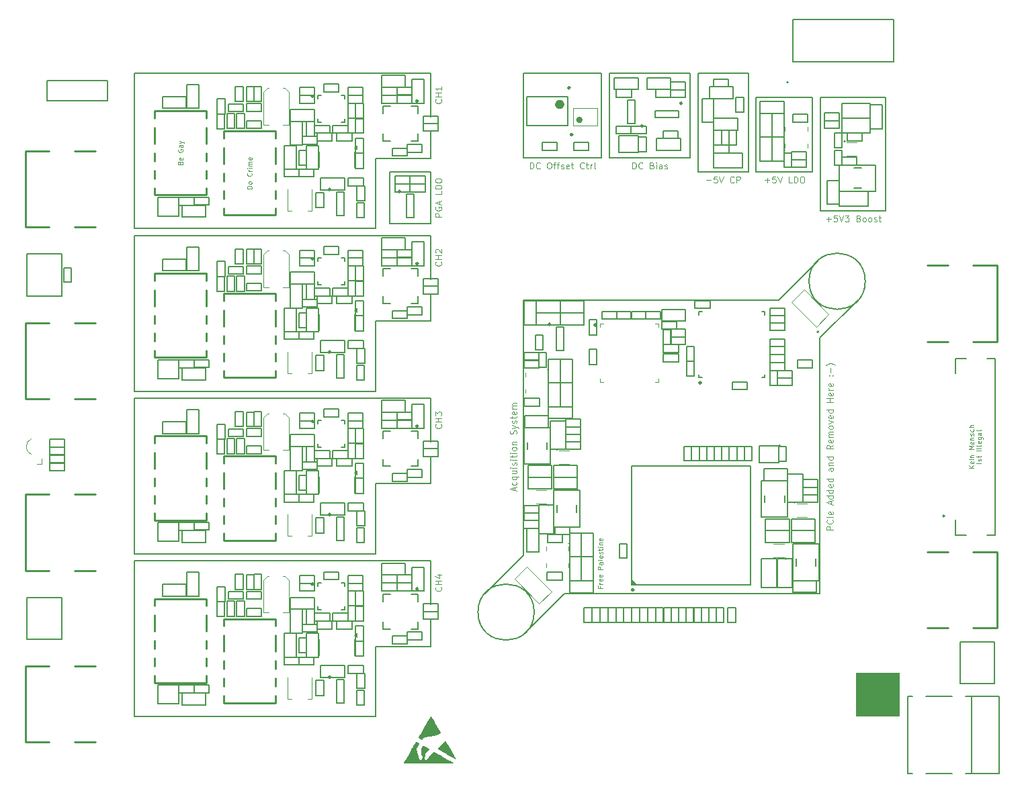
<source format=gbr>
%TF.GenerationSoftware,KiCad,Pcbnew,9.0.3*%
%TF.CreationDate,2025-09-21T22:43:27-04:00*%
%TF.ProjectId,Thunderscope_Rev5.2,5468756e-6465-4727-9363-6f70655f5265,rev?*%
%TF.SameCoordinates,Original*%
%TF.FileFunction,Legend,Top*%
%TF.FilePolarity,Positive*%
%FSLAX46Y46*%
G04 Gerber Fmt 4.6, Leading zero omitted, Abs format (unit mm)*
G04 Created by KiCad (PCBNEW 9.0.3) date 2025-09-21 22:43:27*
%MOMM*%
%LPD*%
G01*
G04 APERTURE LIST*
%ADD10C,0.150000*%
%ADD11C,0.100000*%
%ADD12C,0.120000*%
%ADD13C,0.127000*%
%ADD14C,0.254000*%
%ADD15C,0.200000*%
%ADD16C,0.250000*%
%ADD17C,0.155000*%
%ADD18C,0.400000*%
%ADD19C,0.010000*%
%ADD20C,0.000000*%
%ADD21C,0.600000*%
G04 APERTURE END LIST*
D10*
X100832395Y-79550990D02*
X131232395Y-79550990D01*
X132951096Y-72408600D02*
X138151095Y-72408600D01*
X138151095Y-78908600D01*
X132951096Y-78908600D01*
X132951096Y-72408600D01*
X131232395Y-141050990D02*
X131232395Y-132228600D01*
X138151095Y-65428600D02*
X138151095Y-59950990D01*
X100832395Y-100050990D02*
X131232395Y-100050990D01*
X138151095Y-91228600D02*
X138151095Y-87778600D01*
X131232395Y-91228600D02*
X138151095Y-91228600D01*
X100832395Y-80450990D02*
X100832395Y-100050990D01*
X100832395Y-100950990D02*
X100832395Y-120550990D01*
X179156072Y-63028598D02*
X186256072Y-63028598D01*
X186256072Y-72403600D01*
X179156072Y-72403600D01*
X179156072Y-63028598D01*
X100832395Y-59950990D02*
X100832395Y-79550990D01*
X100832395Y-121450990D02*
X100832395Y-141050990D01*
X171831072Y-59958598D02*
X178156072Y-59958598D01*
X178156072Y-72403600D01*
X171831072Y-72403600D01*
X171831072Y-59958598D01*
X138151095Y-126928600D02*
X138151095Y-121450990D01*
X100832395Y-80450990D02*
X138151095Y-80450990D01*
X100832395Y-120550990D02*
X131232395Y-120550990D01*
X131232395Y-79550990D02*
X131232395Y-70728600D01*
X138151095Y-132228600D02*
X138151095Y-128778600D01*
X131232395Y-132228600D02*
X138151095Y-132228600D01*
X131232395Y-100050990D02*
X131232395Y-91228600D01*
X100832395Y-59950990D02*
X138151095Y-59950990D01*
X138151095Y-70728600D02*
X138151095Y-67278600D01*
X138151095Y-85928600D02*
X138151095Y-80450990D01*
X149801095Y-59953600D02*
X159631072Y-59953600D01*
X159631072Y-70653600D01*
X149801095Y-70653600D01*
X149801095Y-59953600D01*
X138151095Y-106428600D02*
X138151095Y-100950990D01*
X131232395Y-70728600D02*
X138151095Y-70728600D01*
X138151095Y-111728600D02*
X138151095Y-108278600D01*
X100832395Y-121450990D02*
X138151095Y-121450990D01*
X100832395Y-100950990D02*
X138151095Y-100950990D01*
G36*
X191776095Y-135553600D02*
G01*
X197276095Y-135553600D01*
X197276095Y-141053600D01*
X191776095Y-141053600D01*
X191776095Y-135553600D01*
G37*
X100832395Y-141050990D02*
X131232395Y-141050990D01*
X160631072Y-59953602D02*
X170831072Y-59953602D01*
X170831072Y-70653600D01*
X160631072Y-70653600D01*
X160631072Y-59953602D01*
X131232395Y-111728600D02*
X138151095Y-111728600D01*
X131232395Y-120550990D02*
X131232395Y-111728600D01*
X187256072Y-63028598D02*
X195506071Y-63028598D01*
X195506071Y-77303600D01*
X187256072Y-77303600D01*
X187256072Y-63028598D01*
D11*
X139515990Y-78058599D02*
X138715990Y-78058599D01*
X138715990Y-78058599D02*
X138715990Y-77753837D01*
X138715990Y-77753837D02*
X138754085Y-77677647D01*
X138754085Y-77677647D02*
X138792180Y-77639552D01*
X138792180Y-77639552D02*
X138868371Y-77601456D01*
X138868371Y-77601456D02*
X138982656Y-77601456D01*
X138982656Y-77601456D02*
X139058847Y-77639552D01*
X139058847Y-77639552D02*
X139096942Y-77677647D01*
X139096942Y-77677647D02*
X139135037Y-77753837D01*
X139135037Y-77753837D02*
X139135037Y-78058599D01*
X138754085Y-76839552D02*
X138715990Y-76915742D01*
X138715990Y-76915742D02*
X138715990Y-77030028D01*
X138715990Y-77030028D02*
X138754085Y-77144314D01*
X138754085Y-77144314D02*
X138830275Y-77220504D01*
X138830275Y-77220504D02*
X138906466Y-77258599D01*
X138906466Y-77258599D02*
X139058847Y-77296695D01*
X139058847Y-77296695D02*
X139173133Y-77296695D01*
X139173133Y-77296695D02*
X139325514Y-77258599D01*
X139325514Y-77258599D02*
X139401704Y-77220504D01*
X139401704Y-77220504D02*
X139477895Y-77144314D01*
X139477895Y-77144314D02*
X139515990Y-77030028D01*
X139515990Y-77030028D02*
X139515990Y-76953837D01*
X139515990Y-76953837D02*
X139477895Y-76839552D01*
X139477895Y-76839552D02*
X139439799Y-76801456D01*
X139439799Y-76801456D02*
X139173133Y-76801456D01*
X139173133Y-76801456D02*
X139173133Y-76953837D01*
X139287418Y-76496695D02*
X139287418Y-76115742D01*
X139515990Y-76572885D02*
X138715990Y-76306218D01*
X138715990Y-76306218D02*
X139515990Y-76039552D01*
X139515990Y-74782409D02*
X139515990Y-75163361D01*
X139515990Y-75163361D02*
X138715990Y-75163361D01*
X139515990Y-74515742D02*
X138715990Y-74515742D01*
X138715990Y-74515742D02*
X138715990Y-74325266D01*
X138715990Y-74325266D02*
X138754085Y-74210980D01*
X138754085Y-74210980D02*
X138830275Y-74134790D01*
X138830275Y-74134790D02*
X138906466Y-74096695D01*
X138906466Y-74096695D02*
X139058847Y-74058599D01*
X139058847Y-74058599D02*
X139173133Y-74058599D01*
X139173133Y-74058599D02*
X139325514Y-74096695D01*
X139325514Y-74096695D02*
X139401704Y-74134790D01*
X139401704Y-74134790D02*
X139477895Y-74210980D01*
X139477895Y-74210980D02*
X139515990Y-74325266D01*
X139515990Y-74325266D02*
X139515990Y-74515742D01*
X138715990Y-73563361D02*
X138715990Y-73410980D01*
X138715990Y-73410980D02*
X138754085Y-73334790D01*
X138754085Y-73334790D02*
X138830275Y-73258599D01*
X138830275Y-73258599D02*
X138982656Y-73220504D01*
X138982656Y-73220504D02*
X139249323Y-73220504D01*
X139249323Y-73220504D02*
X139401704Y-73258599D01*
X139401704Y-73258599D02*
X139477895Y-73334790D01*
X139477895Y-73334790D02*
X139515990Y-73410980D01*
X139515990Y-73410980D02*
X139515990Y-73563361D01*
X139515990Y-73563361D02*
X139477895Y-73639552D01*
X139477895Y-73639552D02*
X139401704Y-73715742D01*
X139401704Y-73715742D02*
X139249323Y-73753838D01*
X139249323Y-73753838D02*
X138982656Y-73753838D01*
X138982656Y-73753838D02*
X138830275Y-73715742D01*
X138830275Y-73715742D02*
X138754085Y-73639552D01*
X138754085Y-73639552D02*
X138715990Y-73563361D01*
X139439799Y-104239565D02*
X139477895Y-104277661D01*
X139477895Y-104277661D02*
X139515990Y-104391946D01*
X139515990Y-104391946D02*
X139515990Y-104468137D01*
X139515990Y-104468137D02*
X139477895Y-104582423D01*
X139477895Y-104582423D02*
X139401704Y-104658613D01*
X139401704Y-104658613D02*
X139325514Y-104696708D01*
X139325514Y-104696708D02*
X139173133Y-104734804D01*
X139173133Y-104734804D02*
X139058847Y-104734804D01*
X139058847Y-104734804D02*
X138906466Y-104696708D01*
X138906466Y-104696708D02*
X138830275Y-104658613D01*
X138830275Y-104658613D02*
X138754085Y-104582423D01*
X138754085Y-104582423D02*
X138715990Y-104468137D01*
X138715990Y-104468137D02*
X138715990Y-104391946D01*
X138715990Y-104391946D02*
X138754085Y-104277661D01*
X138754085Y-104277661D02*
X138792180Y-104239565D01*
X139515990Y-103896708D02*
X138715990Y-103896708D01*
X139096942Y-103896708D02*
X139096942Y-103439565D01*
X139515990Y-103439565D02*
X138715990Y-103439565D01*
X138715990Y-103134804D02*
X138715990Y-102639566D01*
X138715990Y-102639566D02*
X139020752Y-102906232D01*
X139020752Y-102906232D02*
X139020752Y-102791947D01*
X139020752Y-102791947D02*
X139058847Y-102715756D01*
X139058847Y-102715756D02*
X139096942Y-102677661D01*
X139096942Y-102677661D02*
X139173133Y-102639566D01*
X139173133Y-102639566D02*
X139363609Y-102639566D01*
X139363609Y-102639566D02*
X139439799Y-102677661D01*
X139439799Y-102677661D02*
X139477895Y-102715756D01*
X139477895Y-102715756D02*
X139515990Y-102791947D01*
X139515990Y-102791947D02*
X139515990Y-103020518D01*
X139515990Y-103020518D02*
X139477895Y-103096709D01*
X139477895Y-103096709D02*
X139439799Y-103134804D01*
D12*
X159483140Y-124667885D02*
X159483140Y-124867885D01*
X159797426Y-124867885D02*
X159197426Y-124867885D01*
X159197426Y-124867885D02*
X159197426Y-124582171D01*
X159797426Y-124353599D02*
X159397426Y-124353599D01*
X159511712Y-124353599D02*
X159454569Y-124325028D01*
X159454569Y-124325028D02*
X159425997Y-124296457D01*
X159425997Y-124296457D02*
X159397426Y-124239314D01*
X159397426Y-124239314D02*
X159397426Y-124182171D01*
X159768855Y-123753599D02*
X159797426Y-123810742D01*
X159797426Y-123810742D02*
X159797426Y-123925028D01*
X159797426Y-123925028D02*
X159768855Y-123982170D01*
X159768855Y-123982170D02*
X159711712Y-124010742D01*
X159711712Y-124010742D02*
X159483140Y-124010742D01*
X159483140Y-124010742D02*
X159425997Y-123982170D01*
X159425997Y-123982170D02*
X159397426Y-123925028D01*
X159397426Y-123925028D02*
X159397426Y-123810742D01*
X159397426Y-123810742D02*
X159425997Y-123753599D01*
X159425997Y-123753599D02*
X159483140Y-123725028D01*
X159483140Y-123725028D02*
X159540283Y-123725028D01*
X159540283Y-123725028D02*
X159597426Y-124010742D01*
X159768855Y-123239313D02*
X159797426Y-123296456D01*
X159797426Y-123296456D02*
X159797426Y-123410742D01*
X159797426Y-123410742D02*
X159768855Y-123467884D01*
X159768855Y-123467884D02*
X159711712Y-123496456D01*
X159711712Y-123496456D02*
X159483140Y-123496456D01*
X159483140Y-123496456D02*
X159425997Y-123467884D01*
X159425997Y-123467884D02*
X159397426Y-123410742D01*
X159397426Y-123410742D02*
X159397426Y-123296456D01*
X159397426Y-123296456D02*
X159425997Y-123239313D01*
X159425997Y-123239313D02*
X159483140Y-123210742D01*
X159483140Y-123210742D02*
X159540283Y-123210742D01*
X159540283Y-123210742D02*
X159597426Y-123496456D01*
X159797426Y-122496455D02*
X159197426Y-122496455D01*
X159197426Y-122496455D02*
X159197426Y-122267884D01*
X159197426Y-122267884D02*
X159225997Y-122210741D01*
X159225997Y-122210741D02*
X159254569Y-122182170D01*
X159254569Y-122182170D02*
X159311712Y-122153598D01*
X159311712Y-122153598D02*
X159397426Y-122153598D01*
X159397426Y-122153598D02*
X159454569Y-122182170D01*
X159454569Y-122182170D02*
X159483140Y-122210741D01*
X159483140Y-122210741D02*
X159511712Y-122267884D01*
X159511712Y-122267884D02*
X159511712Y-122496455D01*
X159797426Y-121639313D02*
X159483140Y-121639313D01*
X159483140Y-121639313D02*
X159425997Y-121667884D01*
X159425997Y-121667884D02*
X159397426Y-121725027D01*
X159397426Y-121725027D02*
X159397426Y-121839313D01*
X159397426Y-121839313D02*
X159425997Y-121896455D01*
X159768855Y-121639313D02*
X159797426Y-121696455D01*
X159797426Y-121696455D02*
X159797426Y-121839313D01*
X159797426Y-121839313D02*
X159768855Y-121896455D01*
X159768855Y-121896455D02*
X159711712Y-121925027D01*
X159711712Y-121925027D02*
X159654569Y-121925027D01*
X159654569Y-121925027D02*
X159597426Y-121896455D01*
X159597426Y-121896455D02*
X159568855Y-121839313D01*
X159568855Y-121839313D02*
X159568855Y-121696455D01*
X159568855Y-121696455D02*
X159540283Y-121639313D01*
X159797426Y-121267884D02*
X159768855Y-121325027D01*
X159768855Y-121325027D02*
X159711712Y-121353598D01*
X159711712Y-121353598D02*
X159197426Y-121353598D01*
X159768855Y-120810741D02*
X159797426Y-120867884D01*
X159797426Y-120867884D02*
X159797426Y-120982170D01*
X159797426Y-120982170D02*
X159768855Y-121039312D01*
X159768855Y-121039312D02*
X159711712Y-121067884D01*
X159711712Y-121067884D02*
X159483140Y-121067884D01*
X159483140Y-121067884D02*
X159425997Y-121039312D01*
X159425997Y-121039312D02*
X159397426Y-120982170D01*
X159397426Y-120982170D02*
X159397426Y-120867884D01*
X159397426Y-120867884D02*
X159425997Y-120810741D01*
X159425997Y-120810741D02*
X159483140Y-120782170D01*
X159483140Y-120782170D02*
X159540283Y-120782170D01*
X159540283Y-120782170D02*
X159597426Y-121067884D01*
X159768855Y-120553598D02*
X159797426Y-120496455D01*
X159797426Y-120496455D02*
X159797426Y-120382169D01*
X159797426Y-120382169D02*
X159768855Y-120325026D01*
X159768855Y-120325026D02*
X159711712Y-120296455D01*
X159711712Y-120296455D02*
X159683140Y-120296455D01*
X159683140Y-120296455D02*
X159625997Y-120325026D01*
X159625997Y-120325026D02*
X159597426Y-120382169D01*
X159597426Y-120382169D02*
X159597426Y-120467884D01*
X159597426Y-120467884D02*
X159568855Y-120525026D01*
X159568855Y-120525026D02*
X159511712Y-120553598D01*
X159511712Y-120553598D02*
X159483140Y-120553598D01*
X159483140Y-120553598D02*
X159425997Y-120525026D01*
X159425997Y-120525026D02*
X159397426Y-120467884D01*
X159397426Y-120467884D02*
X159397426Y-120382169D01*
X159397426Y-120382169D02*
X159425997Y-120325026D01*
X159397426Y-120125027D02*
X159397426Y-119896455D01*
X159197426Y-120039312D02*
X159711712Y-120039312D01*
X159711712Y-120039312D02*
X159768855Y-120010741D01*
X159768855Y-120010741D02*
X159797426Y-119953598D01*
X159797426Y-119953598D02*
X159797426Y-119896455D01*
X159797426Y-119696455D02*
X159397426Y-119696455D01*
X159197426Y-119696455D02*
X159225997Y-119725027D01*
X159225997Y-119725027D02*
X159254569Y-119696455D01*
X159254569Y-119696455D02*
X159225997Y-119667884D01*
X159225997Y-119667884D02*
X159197426Y-119696455D01*
X159197426Y-119696455D02*
X159254569Y-119696455D01*
X159397426Y-119410741D02*
X159797426Y-119410741D01*
X159454569Y-119410741D02*
X159425997Y-119382170D01*
X159425997Y-119382170D02*
X159397426Y-119325027D01*
X159397426Y-119325027D02*
X159397426Y-119239313D01*
X159397426Y-119239313D02*
X159425997Y-119182170D01*
X159425997Y-119182170D02*
X159483140Y-119153599D01*
X159483140Y-119153599D02*
X159797426Y-119153599D01*
X159768855Y-118639313D02*
X159797426Y-118696456D01*
X159797426Y-118696456D02*
X159797426Y-118810742D01*
X159797426Y-118810742D02*
X159768855Y-118867884D01*
X159768855Y-118867884D02*
X159711712Y-118896456D01*
X159711712Y-118896456D02*
X159483140Y-118896456D01*
X159483140Y-118896456D02*
X159425997Y-118867884D01*
X159425997Y-118867884D02*
X159397426Y-118810742D01*
X159397426Y-118810742D02*
X159397426Y-118696456D01*
X159397426Y-118696456D02*
X159425997Y-118639313D01*
X159425997Y-118639313D02*
X159483140Y-118610742D01*
X159483140Y-118610742D02*
X159540283Y-118610742D01*
X159540283Y-118610742D02*
X159597426Y-118896456D01*
D11*
X148737418Y-112577410D02*
X148737418Y-112196457D01*
X148965990Y-112653600D02*
X148165990Y-112386933D01*
X148165990Y-112386933D02*
X148965990Y-112120267D01*
X148927895Y-111510743D02*
X148965990Y-111586934D01*
X148965990Y-111586934D02*
X148965990Y-111739315D01*
X148965990Y-111739315D02*
X148927895Y-111815505D01*
X148927895Y-111815505D02*
X148889799Y-111853600D01*
X148889799Y-111853600D02*
X148813609Y-111891696D01*
X148813609Y-111891696D02*
X148585037Y-111891696D01*
X148585037Y-111891696D02*
X148508847Y-111853600D01*
X148508847Y-111853600D02*
X148470752Y-111815505D01*
X148470752Y-111815505D02*
X148432656Y-111739315D01*
X148432656Y-111739315D02*
X148432656Y-111586934D01*
X148432656Y-111586934D02*
X148470752Y-111510743D01*
X148432656Y-110825029D02*
X149232656Y-110825029D01*
X148927895Y-110825029D02*
X148965990Y-110901220D01*
X148965990Y-110901220D02*
X148965990Y-111053601D01*
X148965990Y-111053601D02*
X148927895Y-111129791D01*
X148927895Y-111129791D02*
X148889799Y-111167886D01*
X148889799Y-111167886D02*
X148813609Y-111205982D01*
X148813609Y-111205982D02*
X148585037Y-111205982D01*
X148585037Y-111205982D02*
X148508847Y-111167886D01*
X148508847Y-111167886D02*
X148470752Y-111129791D01*
X148470752Y-111129791D02*
X148432656Y-111053601D01*
X148432656Y-111053601D02*
X148432656Y-110901220D01*
X148432656Y-110901220D02*
X148470752Y-110825029D01*
X148432656Y-110101219D02*
X148965990Y-110101219D01*
X148432656Y-110444076D02*
X148851704Y-110444076D01*
X148851704Y-110444076D02*
X148927895Y-110405981D01*
X148927895Y-110405981D02*
X148965990Y-110329791D01*
X148965990Y-110329791D02*
X148965990Y-110215505D01*
X148965990Y-110215505D02*
X148927895Y-110139314D01*
X148927895Y-110139314D02*
X148889799Y-110101219D01*
X148965990Y-109720266D02*
X148432656Y-109720266D01*
X148165990Y-109720266D02*
X148204085Y-109758362D01*
X148204085Y-109758362D02*
X148242180Y-109720266D01*
X148242180Y-109720266D02*
X148204085Y-109682171D01*
X148204085Y-109682171D02*
X148165990Y-109720266D01*
X148165990Y-109720266D02*
X148242180Y-109720266D01*
X148927895Y-109377410D02*
X148965990Y-109301219D01*
X148965990Y-109301219D02*
X148965990Y-109148838D01*
X148965990Y-109148838D02*
X148927895Y-109072648D01*
X148927895Y-109072648D02*
X148851704Y-109034552D01*
X148851704Y-109034552D02*
X148813609Y-109034552D01*
X148813609Y-109034552D02*
X148737418Y-109072648D01*
X148737418Y-109072648D02*
X148699323Y-109148838D01*
X148699323Y-109148838D02*
X148699323Y-109263124D01*
X148699323Y-109263124D02*
X148661228Y-109339314D01*
X148661228Y-109339314D02*
X148585037Y-109377410D01*
X148585037Y-109377410D02*
X148546942Y-109377410D01*
X148546942Y-109377410D02*
X148470752Y-109339314D01*
X148470752Y-109339314D02*
X148432656Y-109263124D01*
X148432656Y-109263124D02*
X148432656Y-109148838D01*
X148432656Y-109148838D02*
X148470752Y-109072648D01*
X148965990Y-108691695D02*
X148432656Y-108691695D01*
X148165990Y-108691695D02*
X148204085Y-108729791D01*
X148204085Y-108729791D02*
X148242180Y-108691695D01*
X148242180Y-108691695D02*
X148204085Y-108653600D01*
X148204085Y-108653600D02*
X148165990Y-108691695D01*
X148165990Y-108691695D02*
X148242180Y-108691695D01*
X148432656Y-108425029D02*
X148432656Y-108120267D01*
X148165990Y-108310743D02*
X148851704Y-108310743D01*
X148851704Y-108310743D02*
X148927895Y-108272648D01*
X148927895Y-108272648D02*
X148965990Y-108196458D01*
X148965990Y-108196458D02*
X148965990Y-108120267D01*
X148965990Y-107853600D02*
X148432656Y-107853600D01*
X148165990Y-107853600D02*
X148204085Y-107891696D01*
X148204085Y-107891696D02*
X148242180Y-107853600D01*
X148242180Y-107853600D02*
X148204085Y-107815505D01*
X148204085Y-107815505D02*
X148165990Y-107853600D01*
X148165990Y-107853600D02*
X148242180Y-107853600D01*
X148965990Y-107358363D02*
X148927895Y-107434553D01*
X148927895Y-107434553D02*
X148889799Y-107472648D01*
X148889799Y-107472648D02*
X148813609Y-107510744D01*
X148813609Y-107510744D02*
X148585037Y-107510744D01*
X148585037Y-107510744D02*
X148508847Y-107472648D01*
X148508847Y-107472648D02*
X148470752Y-107434553D01*
X148470752Y-107434553D02*
X148432656Y-107358363D01*
X148432656Y-107358363D02*
X148432656Y-107244077D01*
X148432656Y-107244077D02*
X148470752Y-107167886D01*
X148470752Y-107167886D02*
X148508847Y-107129791D01*
X148508847Y-107129791D02*
X148585037Y-107091696D01*
X148585037Y-107091696D02*
X148813609Y-107091696D01*
X148813609Y-107091696D02*
X148889799Y-107129791D01*
X148889799Y-107129791D02*
X148927895Y-107167886D01*
X148927895Y-107167886D02*
X148965990Y-107244077D01*
X148965990Y-107244077D02*
X148965990Y-107358363D01*
X148432656Y-106748838D02*
X148965990Y-106748838D01*
X148508847Y-106748838D02*
X148470752Y-106710743D01*
X148470752Y-106710743D02*
X148432656Y-106634553D01*
X148432656Y-106634553D02*
X148432656Y-106520267D01*
X148432656Y-106520267D02*
X148470752Y-106444076D01*
X148470752Y-106444076D02*
X148546942Y-106405981D01*
X148546942Y-106405981D02*
X148965990Y-106405981D01*
X148927895Y-105453600D02*
X148965990Y-105339314D01*
X148965990Y-105339314D02*
X148965990Y-105148838D01*
X148965990Y-105148838D02*
X148927895Y-105072647D01*
X148927895Y-105072647D02*
X148889799Y-105034552D01*
X148889799Y-105034552D02*
X148813609Y-104996457D01*
X148813609Y-104996457D02*
X148737418Y-104996457D01*
X148737418Y-104996457D02*
X148661228Y-105034552D01*
X148661228Y-105034552D02*
X148623133Y-105072647D01*
X148623133Y-105072647D02*
X148585037Y-105148838D01*
X148585037Y-105148838D02*
X148546942Y-105301219D01*
X148546942Y-105301219D02*
X148508847Y-105377409D01*
X148508847Y-105377409D02*
X148470752Y-105415504D01*
X148470752Y-105415504D02*
X148394561Y-105453600D01*
X148394561Y-105453600D02*
X148318371Y-105453600D01*
X148318371Y-105453600D02*
X148242180Y-105415504D01*
X148242180Y-105415504D02*
X148204085Y-105377409D01*
X148204085Y-105377409D02*
X148165990Y-105301219D01*
X148165990Y-105301219D02*
X148165990Y-105110742D01*
X148165990Y-105110742D02*
X148204085Y-104996457D01*
X148432656Y-104729790D02*
X148965990Y-104539314D01*
X148432656Y-104348837D02*
X148965990Y-104539314D01*
X148965990Y-104539314D02*
X149156466Y-104615504D01*
X149156466Y-104615504D02*
X149194561Y-104653599D01*
X149194561Y-104653599D02*
X149232656Y-104729790D01*
X148927895Y-104082171D02*
X148965990Y-104005980D01*
X148965990Y-104005980D02*
X148965990Y-103853599D01*
X148965990Y-103853599D02*
X148927895Y-103777409D01*
X148927895Y-103777409D02*
X148851704Y-103739313D01*
X148851704Y-103739313D02*
X148813609Y-103739313D01*
X148813609Y-103739313D02*
X148737418Y-103777409D01*
X148737418Y-103777409D02*
X148699323Y-103853599D01*
X148699323Y-103853599D02*
X148699323Y-103967885D01*
X148699323Y-103967885D02*
X148661228Y-104044075D01*
X148661228Y-104044075D02*
X148585037Y-104082171D01*
X148585037Y-104082171D02*
X148546942Y-104082171D01*
X148546942Y-104082171D02*
X148470752Y-104044075D01*
X148470752Y-104044075D02*
X148432656Y-103967885D01*
X148432656Y-103967885D02*
X148432656Y-103853599D01*
X148432656Y-103853599D02*
X148470752Y-103777409D01*
X148432656Y-103510742D02*
X148432656Y-103205980D01*
X148165990Y-103396456D02*
X148851704Y-103396456D01*
X148851704Y-103396456D02*
X148927895Y-103358361D01*
X148927895Y-103358361D02*
X148965990Y-103282171D01*
X148965990Y-103282171D02*
X148965990Y-103205980D01*
X148927895Y-102634551D02*
X148965990Y-102710742D01*
X148965990Y-102710742D02*
X148965990Y-102863123D01*
X148965990Y-102863123D02*
X148927895Y-102939313D01*
X148927895Y-102939313D02*
X148851704Y-102977409D01*
X148851704Y-102977409D02*
X148546942Y-102977409D01*
X148546942Y-102977409D02*
X148470752Y-102939313D01*
X148470752Y-102939313D02*
X148432656Y-102863123D01*
X148432656Y-102863123D02*
X148432656Y-102710742D01*
X148432656Y-102710742D02*
X148470752Y-102634551D01*
X148470752Y-102634551D02*
X148546942Y-102596456D01*
X148546942Y-102596456D02*
X148623133Y-102596456D01*
X148623133Y-102596456D02*
X148699323Y-102977409D01*
X148965990Y-102253599D02*
X148432656Y-102253599D01*
X148508847Y-102253599D02*
X148470752Y-102215504D01*
X148470752Y-102215504D02*
X148432656Y-102139314D01*
X148432656Y-102139314D02*
X148432656Y-102025028D01*
X148432656Y-102025028D02*
X148470752Y-101948837D01*
X148470752Y-101948837D02*
X148546942Y-101910742D01*
X148546942Y-101910742D02*
X148965990Y-101910742D01*
X148546942Y-101910742D02*
X148470752Y-101872647D01*
X148470752Y-101872647D02*
X148432656Y-101796456D01*
X148432656Y-101796456D02*
X148432656Y-101682171D01*
X148432656Y-101682171D02*
X148470752Y-101605980D01*
X148470752Y-101605980D02*
X148546942Y-101567885D01*
X148546942Y-101567885D02*
X148965990Y-101567885D01*
X172860239Y-73463733D02*
X173469763Y-73463733D01*
X174231667Y-72968495D02*
X173850715Y-72968495D01*
X173850715Y-72968495D02*
X173812619Y-73349447D01*
X173812619Y-73349447D02*
X173850715Y-73311352D01*
X173850715Y-73311352D02*
X173926905Y-73273257D01*
X173926905Y-73273257D02*
X174117381Y-73273257D01*
X174117381Y-73273257D02*
X174193572Y-73311352D01*
X174193572Y-73311352D02*
X174231667Y-73349447D01*
X174231667Y-73349447D02*
X174269762Y-73425638D01*
X174269762Y-73425638D02*
X174269762Y-73616114D01*
X174269762Y-73616114D02*
X174231667Y-73692304D01*
X174231667Y-73692304D02*
X174193572Y-73730400D01*
X174193572Y-73730400D02*
X174117381Y-73768495D01*
X174117381Y-73768495D02*
X173926905Y-73768495D01*
X173926905Y-73768495D02*
X173850715Y-73730400D01*
X173850715Y-73730400D02*
X173812619Y-73692304D01*
X174498334Y-72968495D02*
X174765001Y-73768495D01*
X174765001Y-73768495D02*
X175031667Y-72968495D01*
X176365001Y-73692304D02*
X176326905Y-73730400D01*
X176326905Y-73730400D02*
X176212620Y-73768495D01*
X176212620Y-73768495D02*
X176136429Y-73768495D01*
X176136429Y-73768495D02*
X176022143Y-73730400D01*
X176022143Y-73730400D02*
X175945953Y-73654209D01*
X175945953Y-73654209D02*
X175907858Y-73578019D01*
X175907858Y-73578019D02*
X175869762Y-73425638D01*
X175869762Y-73425638D02*
X175869762Y-73311352D01*
X175869762Y-73311352D02*
X175907858Y-73158971D01*
X175907858Y-73158971D02*
X175945953Y-73082780D01*
X175945953Y-73082780D02*
X176022143Y-73006590D01*
X176022143Y-73006590D02*
X176136429Y-72968495D01*
X176136429Y-72968495D02*
X176212620Y-72968495D01*
X176212620Y-72968495D02*
X176326905Y-73006590D01*
X176326905Y-73006590D02*
X176365001Y-73044685D01*
X176707858Y-73768495D02*
X176707858Y-72968495D01*
X176707858Y-72968495D02*
X177012620Y-72968495D01*
X177012620Y-72968495D02*
X177088810Y-73006590D01*
X177088810Y-73006590D02*
X177126905Y-73044685D01*
X177126905Y-73044685D02*
X177165001Y-73120876D01*
X177165001Y-73120876D02*
X177165001Y-73235161D01*
X177165001Y-73235161D02*
X177126905Y-73311352D01*
X177126905Y-73311352D02*
X177088810Y-73349447D01*
X177088810Y-73349447D02*
X177012620Y-73387542D01*
X177012620Y-73387542D02*
X176707858Y-73387542D01*
X180229882Y-73463733D02*
X180839406Y-73463733D01*
X180534644Y-73768495D02*
X180534644Y-73158971D01*
X181601310Y-72968495D02*
X181220358Y-72968495D01*
X181220358Y-72968495D02*
X181182262Y-73349447D01*
X181182262Y-73349447D02*
X181220358Y-73311352D01*
X181220358Y-73311352D02*
X181296548Y-73273257D01*
X181296548Y-73273257D02*
X181487024Y-73273257D01*
X181487024Y-73273257D02*
X181563215Y-73311352D01*
X181563215Y-73311352D02*
X181601310Y-73349447D01*
X181601310Y-73349447D02*
X181639405Y-73425638D01*
X181639405Y-73425638D02*
X181639405Y-73616114D01*
X181639405Y-73616114D02*
X181601310Y-73692304D01*
X181601310Y-73692304D02*
X181563215Y-73730400D01*
X181563215Y-73730400D02*
X181487024Y-73768495D01*
X181487024Y-73768495D02*
X181296548Y-73768495D01*
X181296548Y-73768495D02*
X181220358Y-73730400D01*
X181220358Y-73730400D02*
X181182262Y-73692304D01*
X181867977Y-72968495D02*
X182134644Y-73768495D01*
X182134644Y-73768495D02*
X182401310Y-72968495D01*
X183658453Y-73768495D02*
X183277501Y-73768495D01*
X183277501Y-73768495D02*
X183277501Y-72968495D01*
X183925120Y-73768495D02*
X183925120Y-72968495D01*
X183925120Y-72968495D02*
X184115596Y-72968495D01*
X184115596Y-72968495D02*
X184229882Y-73006590D01*
X184229882Y-73006590D02*
X184306072Y-73082780D01*
X184306072Y-73082780D02*
X184344167Y-73158971D01*
X184344167Y-73158971D02*
X184382263Y-73311352D01*
X184382263Y-73311352D02*
X184382263Y-73425638D01*
X184382263Y-73425638D02*
X184344167Y-73578019D01*
X184344167Y-73578019D02*
X184306072Y-73654209D01*
X184306072Y-73654209D02*
X184229882Y-73730400D01*
X184229882Y-73730400D02*
X184115596Y-73768495D01*
X184115596Y-73768495D02*
X183925120Y-73768495D01*
X184877501Y-72968495D02*
X185029882Y-72968495D01*
X185029882Y-72968495D02*
X185106072Y-73006590D01*
X185106072Y-73006590D02*
X185182263Y-73082780D01*
X185182263Y-73082780D02*
X185220358Y-73235161D01*
X185220358Y-73235161D02*
X185220358Y-73501828D01*
X185220358Y-73501828D02*
X185182263Y-73654209D01*
X185182263Y-73654209D02*
X185106072Y-73730400D01*
X185106072Y-73730400D02*
X185029882Y-73768495D01*
X185029882Y-73768495D02*
X184877501Y-73768495D01*
X184877501Y-73768495D02*
X184801310Y-73730400D01*
X184801310Y-73730400D02*
X184725120Y-73654209D01*
X184725120Y-73654209D02*
X184687024Y-73501828D01*
X184687024Y-73501828D02*
X184687024Y-73235161D01*
X184687024Y-73235161D02*
X184725120Y-73082780D01*
X184725120Y-73082780D02*
X184801310Y-73006590D01*
X184801310Y-73006590D02*
X184877501Y-72968495D01*
X139439799Y-83739565D02*
X139477895Y-83777661D01*
X139477895Y-83777661D02*
X139515990Y-83891946D01*
X139515990Y-83891946D02*
X139515990Y-83968137D01*
X139515990Y-83968137D02*
X139477895Y-84082423D01*
X139477895Y-84082423D02*
X139401704Y-84158613D01*
X139401704Y-84158613D02*
X139325514Y-84196708D01*
X139325514Y-84196708D02*
X139173133Y-84234804D01*
X139173133Y-84234804D02*
X139058847Y-84234804D01*
X139058847Y-84234804D02*
X138906466Y-84196708D01*
X138906466Y-84196708D02*
X138830275Y-84158613D01*
X138830275Y-84158613D02*
X138754085Y-84082423D01*
X138754085Y-84082423D02*
X138715990Y-83968137D01*
X138715990Y-83968137D02*
X138715990Y-83891946D01*
X138715990Y-83891946D02*
X138754085Y-83777661D01*
X138754085Y-83777661D02*
X138792180Y-83739565D01*
X139515990Y-83396708D02*
X138715990Y-83396708D01*
X139096942Y-83396708D02*
X139096942Y-82939565D01*
X139515990Y-82939565D02*
X138715990Y-82939565D01*
X138792180Y-82596709D02*
X138754085Y-82558613D01*
X138754085Y-82558613D02*
X138715990Y-82482423D01*
X138715990Y-82482423D02*
X138715990Y-82291947D01*
X138715990Y-82291947D02*
X138754085Y-82215756D01*
X138754085Y-82215756D02*
X138792180Y-82177661D01*
X138792180Y-82177661D02*
X138868371Y-82139566D01*
X138868371Y-82139566D02*
X138944561Y-82139566D01*
X138944561Y-82139566D02*
X139058847Y-82177661D01*
X139058847Y-82177661D02*
X139515990Y-82634804D01*
X139515990Y-82634804D02*
X139515990Y-82139566D01*
X139439799Y-63242175D02*
X139477895Y-63280271D01*
X139477895Y-63280271D02*
X139515990Y-63394556D01*
X139515990Y-63394556D02*
X139515990Y-63470747D01*
X139515990Y-63470747D02*
X139477895Y-63585033D01*
X139477895Y-63585033D02*
X139401704Y-63661223D01*
X139401704Y-63661223D02*
X139325514Y-63699318D01*
X139325514Y-63699318D02*
X139173133Y-63737414D01*
X139173133Y-63737414D02*
X139058847Y-63737414D01*
X139058847Y-63737414D02*
X138906466Y-63699318D01*
X138906466Y-63699318D02*
X138830275Y-63661223D01*
X138830275Y-63661223D02*
X138754085Y-63585033D01*
X138754085Y-63585033D02*
X138715990Y-63470747D01*
X138715990Y-63470747D02*
X138715990Y-63394556D01*
X138715990Y-63394556D02*
X138754085Y-63280271D01*
X138754085Y-63280271D02*
X138792180Y-63242175D01*
X139515990Y-62899318D02*
X138715990Y-62899318D01*
X139096942Y-62899318D02*
X139096942Y-62442175D01*
X139515990Y-62442175D02*
X138715990Y-62442175D01*
X139515990Y-61642176D02*
X139515990Y-62099319D01*
X139515990Y-61870747D02*
X138715990Y-61870747D01*
X138715990Y-61870747D02*
X138830275Y-61946938D01*
X138830275Y-61946938D02*
X138906466Y-62023128D01*
X138906466Y-62023128D02*
X138944561Y-62099319D01*
X139439799Y-124739565D02*
X139477895Y-124777661D01*
X139477895Y-124777661D02*
X139515990Y-124891946D01*
X139515990Y-124891946D02*
X139515990Y-124968137D01*
X139515990Y-124968137D02*
X139477895Y-125082423D01*
X139477895Y-125082423D02*
X139401704Y-125158613D01*
X139401704Y-125158613D02*
X139325514Y-125196708D01*
X139325514Y-125196708D02*
X139173133Y-125234804D01*
X139173133Y-125234804D02*
X139058847Y-125234804D01*
X139058847Y-125234804D02*
X138906466Y-125196708D01*
X138906466Y-125196708D02*
X138830275Y-125158613D01*
X138830275Y-125158613D02*
X138754085Y-125082423D01*
X138754085Y-125082423D02*
X138715990Y-124968137D01*
X138715990Y-124968137D02*
X138715990Y-124891946D01*
X138715990Y-124891946D02*
X138754085Y-124777661D01*
X138754085Y-124777661D02*
X138792180Y-124739565D01*
X139515990Y-124396708D02*
X138715990Y-124396708D01*
X139096942Y-124396708D02*
X139096942Y-123939565D01*
X139515990Y-123939565D02*
X138715990Y-123939565D01*
X138982656Y-123215756D02*
X139515990Y-123215756D01*
X138677895Y-123406232D02*
X139249323Y-123596709D01*
X139249323Y-123596709D02*
X139249323Y-123101470D01*
D12*
X206564443Y-109753599D02*
X205964443Y-109753599D01*
X206564443Y-109410742D02*
X206221586Y-109667885D01*
X205964443Y-109410742D02*
X206307300Y-109753599D01*
X206535872Y-108925028D02*
X206564443Y-108982171D01*
X206564443Y-108982171D02*
X206564443Y-109096457D01*
X206564443Y-109096457D02*
X206535872Y-109153599D01*
X206535872Y-109153599D02*
X206478729Y-109182171D01*
X206478729Y-109182171D02*
X206250157Y-109182171D01*
X206250157Y-109182171D02*
X206193014Y-109153599D01*
X206193014Y-109153599D02*
X206164443Y-109096457D01*
X206164443Y-109096457D02*
X206164443Y-108982171D01*
X206164443Y-108982171D02*
X206193014Y-108925028D01*
X206193014Y-108925028D02*
X206250157Y-108896457D01*
X206250157Y-108896457D02*
X206307300Y-108896457D01*
X206307300Y-108896457D02*
X206364443Y-109182171D01*
X206564443Y-108639313D02*
X206164443Y-108639313D01*
X205964443Y-108639313D02*
X205993014Y-108667885D01*
X205993014Y-108667885D02*
X206021586Y-108639313D01*
X206021586Y-108639313D02*
X205993014Y-108610742D01*
X205993014Y-108610742D02*
X205964443Y-108639313D01*
X205964443Y-108639313D02*
X206021586Y-108639313D01*
X206164443Y-108353599D02*
X206564443Y-108353599D01*
X206221586Y-108353599D02*
X206193014Y-108325028D01*
X206193014Y-108325028D02*
X206164443Y-108267885D01*
X206164443Y-108267885D02*
X206164443Y-108182171D01*
X206164443Y-108182171D02*
X206193014Y-108125028D01*
X206193014Y-108125028D02*
X206250157Y-108096457D01*
X206250157Y-108096457D02*
X206564443Y-108096457D01*
X206564443Y-107353599D02*
X205964443Y-107353599D01*
X205964443Y-107353599D02*
X206393014Y-107153599D01*
X206393014Y-107153599D02*
X205964443Y-106953599D01*
X205964443Y-106953599D02*
X206564443Y-106953599D01*
X206535872Y-106439314D02*
X206564443Y-106496457D01*
X206564443Y-106496457D02*
X206564443Y-106610743D01*
X206564443Y-106610743D02*
X206535872Y-106667885D01*
X206535872Y-106667885D02*
X206478729Y-106696457D01*
X206478729Y-106696457D02*
X206250157Y-106696457D01*
X206250157Y-106696457D02*
X206193014Y-106667885D01*
X206193014Y-106667885D02*
X206164443Y-106610743D01*
X206164443Y-106610743D02*
X206164443Y-106496457D01*
X206164443Y-106496457D02*
X206193014Y-106439314D01*
X206193014Y-106439314D02*
X206250157Y-106410743D01*
X206250157Y-106410743D02*
X206307300Y-106410743D01*
X206307300Y-106410743D02*
X206364443Y-106696457D01*
X206164443Y-106153599D02*
X206564443Y-106153599D01*
X206221586Y-106153599D02*
X206193014Y-106125028D01*
X206193014Y-106125028D02*
X206164443Y-106067885D01*
X206164443Y-106067885D02*
X206164443Y-105982171D01*
X206164443Y-105982171D02*
X206193014Y-105925028D01*
X206193014Y-105925028D02*
X206250157Y-105896457D01*
X206250157Y-105896457D02*
X206564443Y-105896457D01*
X206535872Y-105639314D02*
X206564443Y-105582171D01*
X206564443Y-105582171D02*
X206564443Y-105467885D01*
X206564443Y-105467885D02*
X206535872Y-105410742D01*
X206535872Y-105410742D02*
X206478729Y-105382171D01*
X206478729Y-105382171D02*
X206450157Y-105382171D01*
X206450157Y-105382171D02*
X206393014Y-105410742D01*
X206393014Y-105410742D02*
X206364443Y-105467885D01*
X206364443Y-105467885D02*
X206364443Y-105553600D01*
X206364443Y-105553600D02*
X206335872Y-105610742D01*
X206335872Y-105610742D02*
X206278729Y-105639314D01*
X206278729Y-105639314D02*
X206250157Y-105639314D01*
X206250157Y-105639314D02*
X206193014Y-105610742D01*
X206193014Y-105610742D02*
X206164443Y-105553600D01*
X206164443Y-105553600D02*
X206164443Y-105467885D01*
X206164443Y-105467885D02*
X206193014Y-105410742D01*
X206535872Y-104867886D02*
X206564443Y-104925028D01*
X206564443Y-104925028D02*
X206564443Y-105039314D01*
X206564443Y-105039314D02*
X206535872Y-105096457D01*
X206535872Y-105096457D02*
X206507300Y-105125028D01*
X206507300Y-105125028D02*
X206450157Y-105153600D01*
X206450157Y-105153600D02*
X206278729Y-105153600D01*
X206278729Y-105153600D02*
X206221586Y-105125028D01*
X206221586Y-105125028D02*
X206193014Y-105096457D01*
X206193014Y-105096457D02*
X206164443Y-105039314D01*
X206164443Y-105039314D02*
X206164443Y-104925028D01*
X206164443Y-104925028D02*
X206193014Y-104867886D01*
X206564443Y-104610742D02*
X205964443Y-104610742D01*
X206564443Y-104353600D02*
X206250157Y-104353600D01*
X206250157Y-104353600D02*
X206193014Y-104382171D01*
X206193014Y-104382171D02*
X206164443Y-104439314D01*
X206164443Y-104439314D02*
X206164443Y-104525028D01*
X206164443Y-104525028D02*
X206193014Y-104582171D01*
X206193014Y-104582171D02*
X206221586Y-104610742D01*
X207530409Y-109110742D02*
X206930409Y-109110742D01*
X207501838Y-108853600D02*
X207530409Y-108796457D01*
X207530409Y-108796457D02*
X207530409Y-108682171D01*
X207530409Y-108682171D02*
X207501838Y-108625028D01*
X207501838Y-108625028D02*
X207444695Y-108596457D01*
X207444695Y-108596457D02*
X207416123Y-108596457D01*
X207416123Y-108596457D02*
X207358980Y-108625028D01*
X207358980Y-108625028D02*
X207330409Y-108682171D01*
X207330409Y-108682171D02*
X207330409Y-108767886D01*
X207330409Y-108767886D02*
X207301838Y-108825028D01*
X207301838Y-108825028D02*
X207244695Y-108853600D01*
X207244695Y-108853600D02*
X207216123Y-108853600D01*
X207216123Y-108853600D02*
X207158980Y-108825028D01*
X207158980Y-108825028D02*
X207130409Y-108767886D01*
X207130409Y-108767886D02*
X207130409Y-108682171D01*
X207130409Y-108682171D02*
X207158980Y-108625028D01*
X207130409Y-108425029D02*
X207130409Y-108196457D01*
X206930409Y-108339314D02*
X207444695Y-108339314D01*
X207444695Y-108339314D02*
X207501838Y-108310743D01*
X207501838Y-108310743D02*
X207530409Y-108253600D01*
X207530409Y-108253600D02*
X207530409Y-108196457D01*
X207530409Y-107539314D02*
X206930409Y-107539314D01*
X207530409Y-107167886D02*
X207501838Y-107225029D01*
X207501838Y-107225029D02*
X207444695Y-107253600D01*
X207444695Y-107253600D02*
X206930409Y-107253600D01*
X207530409Y-106853600D02*
X207501838Y-106910743D01*
X207501838Y-106910743D02*
X207444695Y-106939314D01*
X207444695Y-106939314D02*
X206930409Y-106939314D01*
X207501838Y-106396457D02*
X207530409Y-106453600D01*
X207530409Y-106453600D02*
X207530409Y-106567886D01*
X207530409Y-106567886D02*
X207501838Y-106625028D01*
X207501838Y-106625028D02*
X207444695Y-106653600D01*
X207444695Y-106653600D02*
X207216123Y-106653600D01*
X207216123Y-106653600D02*
X207158980Y-106625028D01*
X207158980Y-106625028D02*
X207130409Y-106567886D01*
X207130409Y-106567886D02*
X207130409Y-106453600D01*
X207130409Y-106453600D02*
X207158980Y-106396457D01*
X207158980Y-106396457D02*
X207216123Y-106367886D01*
X207216123Y-106367886D02*
X207273266Y-106367886D01*
X207273266Y-106367886D02*
X207330409Y-106653600D01*
X207130409Y-105853600D02*
X207616123Y-105853600D01*
X207616123Y-105853600D02*
X207673266Y-105882171D01*
X207673266Y-105882171D02*
X207701838Y-105910742D01*
X207701838Y-105910742D02*
X207730409Y-105967885D01*
X207730409Y-105967885D02*
X207730409Y-106053600D01*
X207730409Y-106053600D02*
X207701838Y-106110742D01*
X207501838Y-105853600D02*
X207530409Y-105910742D01*
X207530409Y-105910742D02*
X207530409Y-106025028D01*
X207530409Y-106025028D02*
X207501838Y-106082171D01*
X207501838Y-106082171D02*
X207473266Y-106110742D01*
X207473266Y-106110742D02*
X207416123Y-106139314D01*
X207416123Y-106139314D02*
X207244695Y-106139314D01*
X207244695Y-106139314D02*
X207187552Y-106110742D01*
X207187552Y-106110742D02*
X207158980Y-106082171D01*
X207158980Y-106082171D02*
X207130409Y-106025028D01*
X207130409Y-106025028D02*
X207130409Y-105910742D01*
X207130409Y-105910742D02*
X207158980Y-105853600D01*
X207530409Y-105310743D02*
X207216123Y-105310743D01*
X207216123Y-105310743D02*
X207158980Y-105339314D01*
X207158980Y-105339314D02*
X207130409Y-105396457D01*
X207130409Y-105396457D02*
X207130409Y-105510743D01*
X207130409Y-105510743D02*
X207158980Y-105567885D01*
X207501838Y-105310743D02*
X207530409Y-105367885D01*
X207530409Y-105367885D02*
X207530409Y-105510743D01*
X207530409Y-105510743D02*
X207501838Y-105567885D01*
X207501838Y-105567885D02*
X207444695Y-105596457D01*
X207444695Y-105596457D02*
X207387552Y-105596457D01*
X207387552Y-105596457D02*
X207330409Y-105567885D01*
X207330409Y-105567885D02*
X207301838Y-105510743D01*
X207301838Y-105510743D02*
X207301838Y-105367885D01*
X207301838Y-105367885D02*
X207273266Y-105310743D01*
X207530409Y-104939314D02*
X207501838Y-104996457D01*
X207501838Y-104996457D02*
X207444695Y-105025028D01*
X207444695Y-105025028D02*
X206930409Y-105025028D01*
D11*
X163565596Y-72018495D02*
X163565596Y-71218495D01*
X163565596Y-71218495D02*
X163756072Y-71218495D01*
X163756072Y-71218495D02*
X163870358Y-71256590D01*
X163870358Y-71256590D02*
X163946548Y-71332780D01*
X163946548Y-71332780D02*
X163984643Y-71408971D01*
X163984643Y-71408971D02*
X164022739Y-71561352D01*
X164022739Y-71561352D02*
X164022739Y-71675638D01*
X164022739Y-71675638D02*
X163984643Y-71828019D01*
X163984643Y-71828019D02*
X163946548Y-71904209D01*
X163946548Y-71904209D02*
X163870358Y-71980400D01*
X163870358Y-71980400D02*
X163756072Y-72018495D01*
X163756072Y-72018495D02*
X163565596Y-72018495D01*
X164822739Y-71942304D02*
X164784643Y-71980400D01*
X164784643Y-71980400D02*
X164670358Y-72018495D01*
X164670358Y-72018495D02*
X164594167Y-72018495D01*
X164594167Y-72018495D02*
X164479881Y-71980400D01*
X164479881Y-71980400D02*
X164403691Y-71904209D01*
X164403691Y-71904209D02*
X164365596Y-71828019D01*
X164365596Y-71828019D02*
X164327500Y-71675638D01*
X164327500Y-71675638D02*
X164327500Y-71561352D01*
X164327500Y-71561352D02*
X164365596Y-71408971D01*
X164365596Y-71408971D02*
X164403691Y-71332780D01*
X164403691Y-71332780D02*
X164479881Y-71256590D01*
X164479881Y-71256590D02*
X164594167Y-71218495D01*
X164594167Y-71218495D02*
X164670358Y-71218495D01*
X164670358Y-71218495D02*
X164784643Y-71256590D01*
X164784643Y-71256590D02*
X164822739Y-71294685D01*
X166041786Y-71599447D02*
X166156072Y-71637542D01*
X166156072Y-71637542D02*
X166194167Y-71675638D01*
X166194167Y-71675638D02*
X166232263Y-71751828D01*
X166232263Y-71751828D02*
X166232263Y-71866114D01*
X166232263Y-71866114D02*
X166194167Y-71942304D01*
X166194167Y-71942304D02*
X166156072Y-71980400D01*
X166156072Y-71980400D02*
X166079882Y-72018495D01*
X166079882Y-72018495D02*
X165775120Y-72018495D01*
X165775120Y-72018495D02*
X165775120Y-71218495D01*
X165775120Y-71218495D02*
X166041786Y-71218495D01*
X166041786Y-71218495D02*
X166117977Y-71256590D01*
X166117977Y-71256590D02*
X166156072Y-71294685D01*
X166156072Y-71294685D02*
X166194167Y-71370876D01*
X166194167Y-71370876D02*
X166194167Y-71447066D01*
X166194167Y-71447066D02*
X166156072Y-71523257D01*
X166156072Y-71523257D02*
X166117977Y-71561352D01*
X166117977Y-71561352D02*
X166041786Y-71599447D01*
X166041786Y-71599447D02*
X165775120Y-71599447D01*
X166575120Y-72018495D02*
X166575120Y-71485161D01*
X166575120Y-71218495D02*
X166537024Y-71256590D01*
X166537024Y-71256590D02*
X166575120Y-71294685D01*
X166575120Y-71294685D02*
X166613215Y-71256590D01*
X166613215Y-71256590D02*
X166575120Y-71218495D01*
X166575120Y-71218495D02*
X166575120Y-71294685D01*
X167298929Y-72018495D02*
X167298929Y-71599447D01*
X167298929Y-71599447D02*
X167260834Y-71523257D01*
X167260834Y-71523257D02*
X167184643Y-71485161D01*
X167184643Y-71485161D02*
X167032262Y-71485161D01*
X167032262Y-71485161D02*
X166956072Y-71523257D01*
X167298929Y-71980400D02*
X167222738Y-72018495D01*
X167222738Y-72018495D02*
X167032262Y-72018495D01*
X167032262Y-72018495D02*
X166956072Y-71980400D01*
X166956072Y-71980400D02*
X166917976Y-71904209D01*
X166917976Y-71904209D02*
X166917976Y-71828019D01*
X166917976Y-71828019D02*
X166956072Y-71751828D01*
X166956072Y-71751828D02*
X167032262Y-71713733D01*
X167032262Y-71713733D02*
X167222738Y-71713733D01*
X167222738Y-71713733D02*
X167298929Y-71675638D01*
X167641786Y-71980400D02*
X167717977Y-72018495D01*
X167717977Y-72018495D02*
X167870358Y-72018495D01*
X167870358Y-72018495D02*
X167946548Y-71980400D01*
X167946548Y-71980400D02*
X167984644Y-71904209D01*
X167984644Y-71904209D02*
X167984644Y-71866114D01*
X167984644Y-71866114D02*
X167946548Y-71789923D01*
X167946548Y-71789923D02*
X167870358Y-71751828D01*
X167870358Y-71751828D02*
X167756072Y-71751828D01*
X167756072Y-71751828D02*
X167679882Y-71713733D01*
X167679882Y-71713733D02*
X167641786Y-71637542D01*
X167641786Y-71637542D02*
X167641786Y-71599447D01*
X167641786Y-71599447D02*
X167679882Y-71523257D01*
X167679882Y-71523257D02*
X167756072Y-71485161D01*
X167756072Y-71485161D02*
X167870358Y-71485161D01*
X167870358Y-71485161D02*
X167946548Y-71523257D01*
D12*
X115597416Y-74496456D02*
X114997416Y-74496456D01*
X114997416Y-74496456D02*
X114997416Y-74353599D01*
X114997416Y-74353599D02*
X115025987Y-74267885D01*
X115025987Y-74267885D02*
X115083130Y-74210742D01*
X115083130Y-74210742D02*
X115140273Y-74182171D01*
X115140273Y-74182171D02*
X115254559Y-74153599D01*
X115254559Y-74153599D02*
X115340273Y-74153599D01*
X115340273Y-74153599D02*
X115454559Y-74182171D01*
X115454559Y-74182171D02*
X115511702Y-74210742D01*
X115511702Y-74210742D02*
X115568845Y-74267885D01*
X115568845Y-74267885D02*
X115597416Y-74353599D01*
X115597416Y-74353599D02*
X115597416Y-74496456D01*
X115597416Y-73810742D02*
X115568845Y-73867885D01*
X115568845Y-73867885D02*
X115540273Y-73896456D01*
X115540273Y-73896456D02*
X115483130Y-73925028D01*
X115483130Y-73925028D02*
X115311702Y-73925028D01*
X115311702Y-73925028D02*
X115254559Y-73896456D01*
X115254559Y-73896456D02*
X115225987Y-73867885D01*
X115225987Y-73867885D02*
X115197416Y-73810742D01*
X115197416Y-73810742D02*
X115197416Y-73725028D01*
X115197416Y-73725028D02*
X115225987Y-73667885D01*
X115225987Y-73667885D02*
X115254559Y-73639314D01*
X115254559Y-73639314D02*
X115311702Y-73610742D01*
X115311702Y-73610742D02*
X115483130Y-73610742D01*
X115483130Y-73610742D02*
X115540273Y-73639314D01*
X115540273Y-73639314D02*
X115568845Y-73667885D01*
X115568845Y-73667885D02*
X115597416Y-73725028D01*
X115597416Y-73725028D02*
X115597416Y-73810742D01*
X115540273Y-72553599D02*
X115568845Y-72582171D01*
X115568845Y-72582171D02*
X115597416Y-72667885D01*
X115597416Y-72667885D02*
X115597416Y-72725028D01*
X115597416Y-72725028D02*
X115568845Y-72810742D01*
X115568845Y-72810742D02*
X115511702Y-72867885D01*
X115511702Y-72867885D02*
X115454559Y-72896456D01*
X115454559Y-72896456D02*
X115340273Y-72925028D01*
X115340273Y-72925028D02*
X115254559Y-72925028D01*
X115254559Y-72925028D02*
X115140273Y-72896456D01*
X115140273Y-72896456D02*
X115083130Y-72867885D01*
X115083130Y-72867885D02*
X115025987Y-72810742D01*
X115025987Y-72810742D02*
X114997416Y-72725028D01*
X114997416Y-72725028D02*
X114997416Y-72667885D01*
X114997416Y-72667885D02*
X115025987Y-72582171D01*
X115025987Y-72582171D02*
X115054559Y-72553599D01*
X115597416Y-72296456D02*
X115197416Y-72296456D01*
X115311702Y-72296456D02*
X115254559Y-72267885D01*
X115254559Y-72267885D02*
X115225987Y-72239314D01*
X115225987Y-72239314D02*
X115197416Y-72182171D01*
X115197416Y-72182171D02*
X115197416Y-72125028D01*
X115597416Y-71925027D02*
X115197416Y-71925027D01*
X114997416Y-71925027D02*
X115025987Y-71953599D01*
X115025987Y-71953599D02*
X115054559Y-71925027D01*
X115054559Y-71925027D02*
X115025987Y-71896456D01*
X115025987Y-71896456D02*
X114997416Y-71925027D01*
X114997416Y-71925027D02*
X115054559Y-71925027D01*
X115597416Y-71639313D02*
X115197416Y-71639313D01*
X115254559Y-71639313D02*
X115225987Y-71610742D01*
X115225987Y-71610742D02*
X115197416Y-71553599D01*
X115197416Y-71553599D02*
X115197416Y-71467885D01*
X115197416Y-71467885D02*
X115225987Y-71410742D01*
X115225987Y-71410742D02*
X115283130Y-71382171D01*
X115283130Y-71382171D02*
X115597416Y-71382171D01*
X115283130Y-71382171D02*
X115225987Y-71353599D01*
X115225987Y-71353599D02*
X115197416Y-71296456D01*
X115197416Y-71296456D02*
X115197416Y-71210742D01*
X115197416Y-71210742D02*
X115225987Y-71153599D01*
X115225987Y-71153599D02*
X115283130Y-71125028D01*
X115283130Y-71125028D02*
X115597416Y-71125028D01*
X115568845Y-70610742D02*
X115597416Y-70667885D01*
X115597416Y-70667885D02*
X115597416Y-70782171D01*
X115597416Y-70782171D02*
X115568845Y-70839313D01*
X115568845Y-70839313D02*
X115511702Y-70867885D01*
X115511702Y-70867885D02*
X115283130Y-70867885D01*
X115283130Y-70867885D02*
X115225987Y-70839313D01*
X115225987Y-70839313D02*
X115197416Y-70782171D01*
X115197416Y-70782171D02*
X115197416Y-70667885D01*
X115197416Y-70667885D02*
X115225987Y-70610742D01*
X115225987Y-70610742D02*
X115283130Y-70582171D01*
X115283130Y-70582171D02*
X115340273Y-70582171D01*
X115340273Y-70582171D02*
X115397416Y-70867885D01*
X106578140Y-71258956D02*
X106606712Y-71173242D01*
X106606712Y-71173242D02*
X106635283Y-71144671D01*
X106635283Y-71144671D02*
X106692426Y-71116099D01*
X106692426Y-71116099D02*
X106778140Y-71116099D01*
X106778140Y-71116099D02*
X106835283Y-71144671D01*
X106835283Y-71144671D02*
X106863855Y-71173242D01*
X106863855Y-71173242D02*
X106892426Y-71230385D01*
X106892426Y-71230385D02*
X106892426Y-71458956D01*
X106892426Y-71458956D02*
X106292426Y-71458956D01*
X106292426Y-71458956D02*
X106292426Y-71258956D01*
X106292426Y-71258956D02*
X106320997Y-71201814D01*
X106320997Y-71201814D02*
X106349569Y-71173242D01*
X106349569Y-71173242D02*
X106406712Y-71144671D01*
X106406712Y-71144671D02*
X106463855Y-71144671D01*
X106463855Y-71144671D02*
X106520997Y-71173242D01*
X106520997Y-71173242D02*
X106549569Y-71201814D01*
X106549569Y-71201814D02*
X106578140Y-71258956D01*
X106578140Y-71258956D02*
X106578140Y-71458956D01*
X106863855Y-70630385D02*
X106892426Y-70687528D01*
X106892426Y-70687528D02*
X106892426Y-70801814D01*
X106892426Y-70801814D02*
X106863855Y-70858956D01*
X106863855Y-70858956D02*
X106806712Y-70887528D01*
X106806712Y-70887528D02*
X106578140Y-70887528D01*
X106578140Y-70887528D02*
X106520997Y-70858956D01*
X106520997Y-70858956D02*
X106492426Y-70801814D01*
X106492426Y-70801814D02*
X106492426Y-70687528D01*
X106492426Y-70687528D02*
X106520997Y-70630385D01*
X106520997Y-70630385D02*
X106578140Y-70601814D01*
X106578140Y-70601814D02*
X106635283Y-70601814D01*
X106635283Y-70601814D02*
X106692426Y-70887528D01*
X106320997Y-69573242D02*
X106292426Y-69630385D01*
X106292426Y-69630385D02*
X106292426Y-69716099D01*
X106292426Y-69716099D02*
X106320997Y-69801813D01*
X106320997Y-69801813D02*
X106378140Y-69858956D01*
X106378140Y-69858956D02*
X106435283Y-69887527D01*
X106435283Y-69887527D02*
X106549569Y-69916099D01*
X106549569Y-69916099D02*
X106635283Y-69916099D01*
X106635283Y-69916099D02*
X106749569Y-69887527D01*
X106749569Y-69887527D02*
X106806712Y-69858956D01*
X106806712Y-69858956D02*
X106863855Y-69801813D01*
X106863855Y-69801813D02*
X106892426Y-69716099D01*
X106892426Y-69716099D02*
X106892426Y-69658956D01*
X106892426Y-69658956D02*
X106863855Y-69573242D01*
X106863855Y-69573242D02*
X106835283Y-69544670D01*
X106835283Y-69544670D02*
X106635283Y-69544670D01*
X106635283Y-69544670D02*
X106635283Y-69658956D01*
X106892426Y-69030385D02*
X106578140Y-69030385D01*
X106578140Y-69030385D02*
X106520997Y-69058956D01*
X106520997Y-69058956D02*
X106492426Y-69116099D01*
X106492426Y-69116099D02*
X106492426Y-69230385D01*
X106492426Y-69230385D02*
X106520997Y-69287527D01*
X106863855Y-69030385D02*
X106892426Y-69087527D01*
X106892426Y-69087527D02*
X106892426Y-69230385D01*
X106892426Y-69230385D02*
X106863855Y-69287527D01*
X106863855Y-69287527D02*
X106806712Y-69316099D01*
X106806712Y-69316099D02*
X106749569Y-69316099D01*
X106749569Y-69316099D02*
X106692426Y-69287527D01*
X106692426Y-69287527D02*
X106663855Y-69230385D01*
X106663855Y-69230385D02*
X106663855Y-69087527D01*
X106663855Y-69087527D02*
X106635283Y-69030385D01*
X106492426Y-68801813D02*
X106892426Y-68658956D01*
X106492426Y-68516099D02*
X106892426Y-68658956D01*
X106892426Y-68658956D02*
X107035283Y-68716099D01*
X107035283Y-68716099D02*
X107063855Y-68744670D01*
X107063855Y-68744670D02*
X107092426Y-68801813D01*
D11*
X187990594Y-78368732D02*
X188600118Y-78368732D01*
X188295356Y-78673494D02*
X188295356Y-78063970D01*
X189362022Y-77873494D02*
X188981070Y-77873494D01*
X188981070Y-77873494D02*
X188942974Y-78254446D01*
X188942974Y-78254446D02*
X188981070Y-78216351D01*
X188981070Y-78216351D02*
X189057260Y-78178256D01*
X189057260Y-78178256D02*
X189247736Y-78178256D01*
X189247736Y-78178256D02*
X189323927Y-78216351D01*
X189323927Y-78216351D02*
X189362022Y-78254446D01*
X189362022Y-78254446D02*
X189400117Y-78330637D01*
X189400117Y-78330637D02*
X189400117Y-78521113D01*
X189400117Y-78521113D02*
X189362022Y-78597303D01*
X189362022Y-78597303D02*
X189323927Y-78635399D01*
X189323927Y-78635399D02*
X189247736Y-78673494D01*
X189247736Y-78673494D02*
X189057260Y-78673494D01*
X189057260Y-78673494D02*
X188981070Y-78635399D01*
X188981070Y-78635399D02*
X188942974Y-78597303D01*
X189628689Y-77873494D02*
X189895356Y-78673494D01*
X189895356Y-78673494D02*
X190162022Y-77873494D01*
X190352498Y-77873494D02*
X190847736Y-77873494D01*
X190847736Y-77873494D02*
X190581070Y-78178256D01*
X190581070Y-78178256D02*
X190695355Y-78178256D01*
X190695355Y-78178256D02*
X190771546Y-78216351D01*
X190771546Y-78216351D02*
X190809641Y-78254446D01*
X190809641Y-78254446D02*
X190847736Y-78330637D01*
X190847736Y-78330637D02*
X190847736Y-78521113D01*
X190847736Y-78521113D02*
X190809641Y-78597303D01*
X190809641Y-78597303D02*
X190771546Y-78635399D01*
X190771546Y-78635399D02*
X190695355Y-78673494D01*
X190695355Y-78673494D02*
X190466784Y-78673494D01*
X190466784Y-78673494D02*
X190390593Y-78635399D01*
X190390593Y-78635399D02*
X190352498Y-78597303D01*
X192066784Y-78254446D02*
X192181070Y-78292541D01*
X192181070Y-78292541D02*
X192219165Y-78330637D01*
X192219165Y-78330637D02*
X192257261Y-78406827D01*
X192257261Y-78406827D02*
X192257261Y-78521113D01*
X192257261Y-78521113D02*
X192219165Y-78597303D01*
X192219165Y-78597303D02*
X192181070Y-78635399D01*
X192181070Y-78635399D02*
X192104880Y-78673494D01*
X192104880Y-78673494D02*
X191800118Y-78673494D01*
X191800118Y-78673494D02*
X191800118Y-77873494D01*
X191800118Y-77873494D02*
X192066784Y-77873494D01*
X192066784Y-77873494D02*
X192142975Y-77911589D01*
X192142975Y-77911589D02*
X192181070Y-77949684D01*
X192181070Y-77949684D02*
X192219165Y-78025875D01*
X192219165Y-78025875D02*
X192219165Y-78102065D01*
X192219165Y-78102065D02*
X192181070Y-78178256D01*
X192181070Y-78178256D02*
X192142975Y-78216351D01*
X192142975Y-78216351D02*
X192066784Y-78254446D01*
X192066784Y-78254446D02*
X191800118Y-78254446D01*
X192714403Y-78673494D02*
X192638213Y-78635399D01*
X192638213Y-78635399D02*
X192600118Y-78597303D01*
X192600118Y-78597303D02*
X192562022Y-78521113D01*
X192562022Y-78521113D02*
X192562022Y-78292541D01*
X192562022Y-78292541D02*
X192600118Y-78216351D01*
X192600118Y-78216351D02*
X192638213Y-78178256D01*
X192638213Y-78178256D02*
X192714403Y-78140160D01*
X192714403Y-78140160D02*
X192828689Y-78140160D01*
X192828689Y-78140160D02*
X192904880Y-78178256D01*
X192904880Y-78178256D02*
X192942975Y-78216351D01*
X192942975Y-78216351D02*
X192981070Y-78292541D01*
X192981070Y-78292541D02*
X192981070Y-78521113D01*
X192981070Y-78521113D02*
X192942975Y-78597303D01*
X192942975Y-78597303D02*
X192904880Y-78635399D01*
X192904880Y-78635399D02*
X192828689Y-78673494D01*
X192828689Y-78673494D02*
X192714403Y-78673494D01*
X193438213Y-78673494D02*
X193362023Y-78635399D01*
X193362023Y-78635399D02*
X193323928Y-78597303D01*
X193323928Y-78597303D02*
X193285832Y-78521113D01*
X193285832Y-78521113D02*
X193285832Y-78292541D01*
X193285832Y-78292541D02*
X193323928Y-78216351D01*
X193323928Y-78216351D02*
X193362023Y-78178256D01*
X193362023Y-78178256D02*
X193438213Y-78140160D01*
X193438213Y-78140160D02*
X193552499Y-78140160D01*
X193552499Y-78140160D02*
X193628690Y-78178256D01*
X193628690Y-78178256D02*
X193666785Y-78216351D01*
X193666785Y-78216351D02*
X193704880Y-78292541D01*
X193704880Y-78292541D02*
X193704880Y-78521113D01*
X193704880Y-78521113D02*
X193666785Y-78597303D01*
X193666785Y-78597303D02*
X193628690Y-78635399D01*
X193628690Y-78635399D02*
X193552499Y-78673494D01*
X193552499Y-78673494D02*
X193438213Y-78673494D01*
X194009642Y-78635399D02*
X194085833Y-78673494D01*
X194085833Y-78673494D02*
X194238214Y-78673494D01*
X194238214Y-78673494D02*
X194314404Y-78635399D01*
X194314404Y-78635399D02*
X194352500Y-78559208D01*
X194352500Y-78559208D02*
X194352500Y-78521113D01*
X194352500Y-78521113D02*
X194314404Y-78444922D01*
X194314404Y-78444922D02*
X194238214Y-78406827D01*
X194238214Y-78406827D02*
X194123928Y-78406827D01*
X194123928Y-78406827D02*
X194047738Y-78368732D01*
X194047738Y-78368732D02*
X194009642Y-78292541D01*
X194009642Y-78292541D02*
X194009642Y-78254446D01*
X194009642Y-78254446D02*
X194047738Y-78178256D01*
X194047738Y-78178256D02*
X194123928Y-78140160D01*
X194123928Y-78140160D02*
X194238214Y-78140160D01*
X194238214Y-78140160D02*
X194314404Y-78178256D01*
X194581071Y-78140160D02*
X194885833Y-78140160D01*
X194695357Y-77873494D02*
X194695357Y-78559208D01*
X194695357Y-78559208D02*
X194733452Y-78635399D01*
X194733452Y-78635399D02*
X194809642Y-78673494D01*
X194809642Y-78673494D02*
X194885833Y-78673494D01*
X188840990Y-117529790D02*
X188040990Y-117529790D01*
X188040990Y-117529790D02*
X188040990Y-117225028D01*
X188040990Y-117225028D02*
X188079085Y-117148838D01*
X188079085Y-117148838D02*
X188117180Y-117110743D01*
X188117180Y-117110743D02*
X188193371Y-117072647D01*
X188193371Y-117072647D02*
X188307656Y-117072647D01*
X188307656Y-117072647D02*
X188383847Y-117110743D01*
X188383847Y-117110743D02*
X188421942Y-117148838D01*
X188421942Y-117148838D02*
X188460037Y-117225028D01*
X188460037Y-117225028D02*
X188460037Y-117529790D01*
X188764799Y-116272647D02*
X188802895Y-116310743D01*
X188802895Y-116310743D02*
X188840990Y-116425028D01*
X188840990Y-116425028D02*
X188840990Y-116501219D01*
X188840990Y-116501219D02*
X188802895Y-116615505D01*
X188802895Y-116615505D02*
X188726704Y-116691695D01*
X188726704Y-116691695D02*
X188650514Y-116729790D01*
X188650514Y-116729790D02*
X188498133Y-116767886D01*
X188498133Y-116767886D02*
X188383847Y-116767886D01*
X188383847Y-116767886D02*
X188231466Y-116729790D01*
X188231466Y-116729790D02*
X188155275Y-116691695D01*
X188155275Y-116691695D02*
X188079085Y-116615505D01*
X188079085Y-116615505D02*
X188040990Y-116501219D01*
X188040990Y-116501219D02*
X188040990Y-116425028D01*
X188040990Y-116425028D02*
X188079085Y-116310743D01*
X188079085Y-116310743D02*
X188117180Y-116272647D01*
X188840990Y-115929790D02*
X188040990Y-115929790D01*
X188802895Y-115244076D02*
X188840990Y-115320267D01*
X188840990Y-115320267D02*
X188840990Y-115472648D01*
X188840990Y-115472648D02*
X188802895Y-115548838D01*
X188802895Y-115548838D02*
X188726704Y-115586934D01*
X188726704Y-115586934D02*
X188421942Y-115586934D01*
X188421942Y-115586934D02*
X188345752Y-115548838D01*
X188345752Y-115548838D02*
X188307656Y-115472648D01*
X188307656Y-115472648D02*
X188307656Y-115320267D01*
X188307656Y-115320267D02*
X188345752Y-115244076D01*
X188345752Y-115244076D02*
X188421942Y-115205981D01*
X188421942Y-115205981D02*
X188498133Y-115205981D01*
X188498133Y-115205981D02*
X188574323Y-115586934D01*
X188612418Y-114291696D02*
X188612418Y-113910743D01*
X188840990Y-114367886D02*
X188040990Y-114101219D01*
X188040990Y-114101219D02*
X188840990Y-113834553D01*
X188840990Y-113225029D02*
X188040990Y-113225029D01*
X188802895Y-113225029D02*
X188840990Y-113301220D01*
X188840990Y-113301220D02*
X188840990Y-113453601D01*
X188840990Y-113453601D02*
X188802895Y-113529791D01*
X188802895Y-113529791D02*
X188764799Y-113567886D01*
X188764799Y-113567886D02*
X188688609Y-113605982D01*
X188688609Y-113605982D02*
X188460037Y-113605982D01*
X188460037Y-113605982D02*
X188383847Y-113567886D01*
X188383847Y-113567886D02*
X188345752Y-113529791D01*
X188345752Y-113529791D02*
X188307656Y-113453601D01*
X188307656Y-113453601D02*
X188307656Y-113301220D01*
X188307656Y-113301220D02*
X188345752Y-113225029D01*
X188840990Y-112501219D02*
X188040990Y-112501219D01*
X188802895Y-112501219D02*
X188840990Y-112577410D01*
X188840990Y-112577410D02*
X188840990Y-112729791D01*
X188840990Y-112729791D02*
X188802895Y-112805981D01*
X188802895Y-112805981D02*
X188764799Y-112844076D01*
X188764799Y-112844076D02*
X188688609Y-112882172D01*
X188688609Y-112882172D02*
X188460037Y-112882172D01*
X188460037Y-112882172D02*
X188383847Y-112844076D01*
X188383847Y-112844076D02*
X188345752Y-112805981D01*
X188345752Y-112805981D02*
X188307656Y-112729791D01*
X188307656Y-112729791D02*
X188307656Y-112577410D01*
X188307656Y-112577410D02*
X188345752Y-112501219D01*
X188802895Y-111815504D02*
X188840990Y-111891695D01*
X188840990Y-111891695D02*
X188840990Y-112044076D01*
X188840990Y-112044076D02*
X188802895Y-112120266D01*
X188802895Y-112120266D02*
X188726704Y-112158362D01*
X188726704Y-112158362D02*
X188421942Y-112158362D01*
X188421942Y-112158362D02*
X188345752Y-112120266D01*
X188345752Y-112120266D02*
X188307656Y-112044076D01*
X188307656Y-112044076D02*
X188307656Y-111891695D01*
X188307656Y-111891695D02*
X188345752Y-111815504D01*
X188345752Y-111815504D02*
X188421942Y-111777409D01*
X188421942Y-111777409D02*
X188498133Y-111777409D01*
X188498133Y-111777409D02*
X188574323Y-112158362D01*
X188840990Y-111091695D02*
X188040990Y-111091695D01*
X188802895Y-111091695D02*
X188840990Y-111167886D01*
X188840990Y-111167886D02*
X188840990Y-111320267D01*
X188840990Y-111320267D02*
X188802895Y-111396457D01*
X188802895Y-111396457D02*
X188764799Y-111434552D01*
X188764799Y-111434552D02*
X188688609Y-111472648D01*
X188688609Y-111472648D02*
X188460037Y-111472648D01*
X188460037Y-111472648D02*
X188383847Y-111434552D01*
X188383847Y-111434552D02*
X188345752Y-111396457D01*
X188345752Y-111396457D02*
X188307656Y-111320267D01*
X188307656Y-111320267D02*
X188307656Y-111167886D01*
X188307656Y-111167886D02*
X188345752Y-111091695D01*
X188840990Y-109758361D02*
X188421942Y-109758361D01*
X188421942Y-109758361D02*
X188345752Y-109796456D01*
X188345752Y-109796456D02*
X188307656Y-109872647D01*
X188307656Y-109872647D02*
X188307656Y-110025028D01*
X188307656Y-110025028D02*
X188345752Y-110101218D01*
X188802895Y-109758361D02*
X188840990Y-109834552D01*
X188840990Y-109834552D02*
X188840990Y-110025028D01*
X188840990Y-110025028D02*
X188802895Y-110101218D01*
X188802895Y-110101218D02*
X188726704Y-110139314D01*
X188726704Y-110139314D02*
X188650514Y-110139314D01*
X188650514Y-110139314D02*
X188574323Y-110101218D01*
X188574323Y-110101218D02*
X188536228Y-110025028D01*
X188536228Y-110025028D02*
X188536228Y-109834552D01*
X188536228Y-109834552D02*
X188498133Y-109758361D01*
X188307656Y-109377408D02*
X188840990Y-109377408D01*
X188383847Y-109377408D02*
X188345752Y-109339313D01*
X188345752Y-109339313D02*
X188307656Y-109263123D01*
X188307656Y-109263123D02*
X188307656Y-109148837D01*
X188307656Y-109148837D02*
X188345752Y-109072646D01*
X188345752Y-109072646D02*
X188421942Y-109034551D01*
X188421942Y-109034551D02*
X188840990Y-109034551D01*
X188840990Y-108310741D02*
X188040990Y-108310741D01*
X188802895Y-108310741D02*
X188840990Y-108386932D01*
X188840990Y-108386932D02*
X188840990Y-108539313D01*
X188840990Y-108539313D02*
X188802895Y-108615503D01*
X188802895Y-108615503D02*
X188764799Y-108653598D01*
X188764799Y-108653598D02*
X188688609Y-108691694D01*
X188688609Y-108691694D02*
X188460037Y-108691694D01*
X188460037Y-108691694D02*
X188383847Y-108653598D01*
X188383847Y-108653598D02*
X188345752Y-108615503D01*
X188345752Y-108615503D02*
X188307656Y-108539313D01*
X188307656Y-108539313D02*
X188307656Y-108386932D01*
X188307656Y-108386932D02*
X188345752Y-108310741D01*
X188840990Y-106863121D02*
X188460037Y-107129788D01*
X188840990Y-107320264D02*
X188040990Y-107320264D01*
X188040990Y-107320264D02*
X188040990Y-107015502D01*
X188040990Y-107015502D02*
X188079085Y-106939312D01*
X188079085Y-106939312D02*
X188117180Y-106901217D01*
X188117180Y-106901217D02*
X188193371Y-106863121D01*
X188193371Y-106863121D02*
X188307656Y-106863121D01*
X188307656Y-106863121D02*
X188383847Y-106901217D01*
X188383847Y-106901217D02*
X188421942Y-106939312D01*
X188421942Y-106939312D02*
X188460037Y-107015502D01*
X188460037Y-107015502D02*
X188460037Y-107320264D01*
X188802895Y-106215502D02*
X188840990Y-106291693D01*
X188840990Y-106291693D02*
X188840990Y-106444074D01*
X188840990Y-106444074D02*
X188802895Y-106520264D01*
X188802895Y-106520264D02*
X188726704Y-106558360D01*
X188726704Y-106558360D02*
X188421942Y-106558360D01*
X188421942Y-106558360D02*
X188345752Y-106520264D01*
X188345752Y-106520264D02*
X188307656Y-106444074D01*
X188307656Y-106444074D02*
X188307656Y-106291693D01*
X188307656Y-106291693D02*
X188345752Y-106215502D01*
X188345752Y-106215502D02*
X188421942Y-106177407D01*
X188421942Y-106177407D02*
X188498133Y-106177407D01*
X188498133Y-106177407D02*
X188574323Y-106558360D01*
X188840990Y-105834550D02*
X188307656Y-105834550D01*
X188383847Y-105834550D02*
X188345752Y-105796455D01*
X188345752Y-105796455D02*
X188307656Y-105720265D01*
X188307656Y-105720265D02*
X188307656Y-105605979D01*
X188307656Y-105605979D02*
X188345752Y-105529788D01*
X188345752Y-105529788D02*
X188421942Y-105491693D01*
X188421942Y-105491693D02*
X188840990Y-105491693D01*
X188421942Y-105491693D02*
X188345752Y-105453598D01*
X188345752Y-105453598D02*
X188307656Y-105377407D01*
X188307656Y-105377407D02*
X188307656Y-105263122D01*
X188307656Y-105263122D02*
X188345752Y-105186931D01*
X188345752Y-105186931D02*
X188421942Y-105148836D01*
X188421942Y-105148836D02*
X188840990Y-105148836D01*
X188840990Y-104653598D02*
X188802895Y-104729788D01*
X188802895Y-104729788D02*
X188764799Y-104767883D01*
X188764799Y-104767883D02*
X188688609Y-104805979D01*
X188688609Y-104805979D02*
X188460037Y-104805979D01*
X188460037Y-104805979D02*
X188383847Y-104767883D01*
X188383847Y-104767883D02*
X188345752Y-104729788D01*
X188345752Y-104729788D02*
X188307656Y-104653598D01*
X188307656Y-104653598D02*
X188307656Y-104539312D01*
X188307656Y-104539312D02*
X188345752Y-104463121D01*
X188345752Y-104463121D02*
X188383847Y-104425026D01*
X188383847Y-104425026D02*
X188460037Y-104386931D01*
X188460037Y-104386931D02*
X188688609Y-104386931D01*
X188688609Y-104386931D02*
X188764799Y-104425026D01*
X188764799Y-104425026D02*
X188802895Y-104463121D01*
X188802895Y-104463121D02*
X188840990Y-104539312D01*
X188840990Y-104539312D02*
X188840990Y-104653598D01*
X188307656Y-104120264D02*
X188840990Y-103929788D01*
X188840990Y-103929788D02*
X188307656Y-103739311D01*
X188802895Y-103129787D02*
X188840990Y-103205978D01*
X188840990Y-103205978D02*
X188840990Y-103358359D01*
X188840990Y-103358359D02*
X188802895Y-103434549D01*
X188802895Y-103434549D02*
X188726704Y-103472645D01*
X188726704Y-103472645D02*
X188421942Y-103472645D01*
X188421942Y-103472645D02*
X188345752Y-103434549D01*
X188345752Y-103434549D02*
X188307656Y-103358359D01*
X188307656Y-103358359D02*
X188307656Y-103205978D01*
X188307656Y-103205978D02*
X188345752Y-103129787D01*
X188345752Y-103129787D02*
X188421942Y-103091692D01*
X188421942Y-103091692D02*
X188498133Y-103091692D01*
X188498133Y-103091692D02*
X188574323Y-103472645D01*
X188840990Y-102405978D02*
X188040990Y-102405978D01*
X188802895Y-102405978D02*
X188840990Y-102482169D01*
X188840990Y-102482169D02*
X188840990Y-102634550D01*
X188840990Y-102634550D02*
X188802895Y-102710740D01*
X188802895Y-102710740D02*
X188764799Y-102748835D01*
X188764799Y-102748835D02*
X188688609Y-102786931D01*
X188688609Y-102786931D02*
X188460037Y-102786931D01*
X188460037Y-102786931D02*
X188383847Y-102748835D01*
X188383847Y-102748835D02*
X188345752Y-102710740D01*
X188345752Y-102710740D02*
X188307656Y-102634550D01*
X188307656Y-102634550D02*
X188307656Y-102482169D01*
X188307656Y-102482169D02*
X188345752Y-102405978D01*
X188840990Y-101415501D02*
X188040990Y-101415501D01*
X188421942Y-101415501D02*
X188421942Y-100958358D01*
X188840990Y-100958358D02*
X188040990Y-100958358D01*
X188802895Y-100272644D02*
X188840990Y-100348835D01*
X188840990Y-100348835D02*
X188840990Y-100501216D01*
X188840990Y-100501216D02*
X188802895Y-100577406D01*
X188802895Y-100577406D02*
X188726704Y-100615502D01*
X188726704Y-100615502D02*
X188421942Y-100615502D01*
X188421942Y-100615502D02*
X188345752Y-100577406D01*
X188345752Y-100577406D02*
X188307656Y-100501216D01*
X188307656Y-100501216D02*
X188307656Y-100348835D01*
X188307656Y-100348835D02*
X188345752Y-100272644D01*
X188345752Y-100272644D02*
X188421942Y-100234549D01*
X188421942Y-100234549D02*
X188498133Y-100234549D01*
X188498133Y-100234549D02*
X188574323Y-100615502D01*
X188840990Y-99891692D02*
X188307656Y-99891692D01*
X188460037Y-99891692D02*
X188383847Y-99853597D01*
X188383847Y-99853597D02*
X188345752Y-99815502D01*
X188345752Y-99815502D02*
X188307656Y-99739311D01*
X188307656Y-99739311D02*
X188307656Y-99663121D01*
X188802895Y-99091692D02*
X188840990Y-99167883D01*
X188840990Y-99167883D02*
X188840990Y-99320264D01*
X188840990Y-99320264D02*
X188802895Y-99396454D01*
X188802895Y-99396454D02*
X188726704Y-99434550D01*
X188726704Y-99434550D02*
X188421942Y-99434550D01*
X188421942Y-99434550D02*
X188345752Y-99396454D01*
X188345752Y-99396454D02*
X188307656Y-99320264D01*
X188307656Y-99320264D02*
X188307656Y-99167883D01*
X188307656Y-99167883D02*
X188345752Y-99091692D01*
X188345752Y-99091692D02*
X188421942Y-99053597D01*
X188421942Y-99053597D02*
X188498133Y-99053597D01*
X188498133Y-99053597D02*
X188574323Y-99434550D01*
X188764799Y-98101216D02*
X188802895Y-98063121D01*
X188802895Y-98063121D02*
X188840990Y-98101216D01*
X188840990Y-98101216D02*
X188802895Y-98139312D01*
X188802895Y-98139312D02*
X188764799Y-98101216D01*
X188764799Y-98101216D02*
X188840990Y-98101216D01*
X188345752Y-98101216D02*
X188383847Y-98063121D01*
X188383847Y-98063121D02*
X188421942Y-98101216D01*
X188421942Y-98101216D02*
X188383847Y-98139312D01*
X188383847Y-98139312D02*
X188345752Y-98101216D01*
X188345752Y-98101216D02*
X188421942Y-98101216D01*
X188536228Y-97720264D02*
X188536228Y-97110741D01*
X189145752Y-96805979D02*
X189107656Y-96767884D01*
X189107656Y-96767884D02*
X188993371Y-96691693D01*
X188993371Y-96691693D02*
X188917180Y-96653598D01*
X188917180Y-96653598D02*
X188802895Y-96615503D01*
X188802895Y-96615503D02*
X188612418Y-96577407D01*
X188612418Y-96577407D02*
X188460037Y-96577407D01*
X188460037Y-96577407D02*
X188269561Y-96615503D01*
X188269561Y-96615503D02*
X188155275Y-96653598D01*
X188155275Y-96653598D02*
X188079085Y-96691693D01*
X188079085Y-96691693D02*
X187964799Y-96767884D01*
X187964799Y-96767884D02*
X187926704Y-96805979D01*
X150649903Y-72018495D02*
X150649903Y-71218495D01*
X150649903Y-71218495D02*
X150840379Y-71218495D01*
X150840379Y-71218495D02*
X150954665Y-71256590D01*
X150954665Y-71256590D02*
X151030855Y-71332780D01*
X151030855Y-71332780D02*
X151068950Y-71408971D01*
X151068950Y-71408971D02*
X151107046Y-71561352D01*
X151107046Y-71561352D02*
X151107046Y-71675638D01*
X151107046Y-71675638D02*
X151068950Y-71828019D01*
X151068950Y-71828019D02*
X151030855Y-71904209D01*
X151030855Y-71904209D02*
X150954665Y-71980400D01*
X150954665Y-71980400D02*
X150840379Y-72018495D01*
X150840379Y-72018495D02*
X150649903Y-72018495D01*
X151907046Y-71942304D02*
X151868950Y-71980400D01*
X151868950Y-71980400D02*
X151754665Y-72018495D01*
X151754665Y-72018495D02*
X151678474Y-72018495D01*
X151678474Y-72018495D02*
X151564188Y-71980400D01*
X151564188Y-71980400D02*
X151487998Y-71904209D01*
X151487998Y-71904209D02*
X151449903Y-71828019D01*
X151449903Y-71828019D02*
X151411807Y-71675638D01*
X151411807Y-71675638D02*
X151411807Y-71561352D01*
X151411807Y-71561352D02*
X151449903Y-71408971D01*
X151449903Y-71408971D02*
X151487998Y-71332780D01*
X151487998Y-71332780D02*
X151564188Y-71256590D01*
X151564188Y-71256590D02*
X151678474Y-71218495D01*
X151678474Y-71218495D02*
X151754665Y-71218495D01*
X151754665Y-71218495D02*
X151868950Y-71256590D01*
X151868950Y-71256590D02*
X151907046Y-71294685D01*
X153011808Y-71218495D02*
X153164189Y-71218495D01*
X153164189Y-71218495D02*
X153240379Y-71256590D01*
X153240379Y-71256590D02*
X153316570Y-71332780D01*
X153316570Y-71332780D02*
X153354665Y-71485161D01*
X153354665Y-71485161D02*
X153354665Y-71751828D01*
X153354665Y-71751828D02*
X153316570Y-71904209D01*
X153316570Y-71904209D02*
X153240379Y-71980400D01*
X153240379Y-71980400D02*
X153164189Y-72018495D01*
X153164189Y-72018495D02*
X153011808Y-72018495D01*
X153011808Y-72018495D02*
X152935617Y-71980400D01*
X152935617Y-71980400D02*
X152859427Y-71904209D01*
X152859427Y-71904209D02*
X152821331Y-71751828D01*
X152821331Y-71751828D02*
X152821331Y-71485161D01*
X152821331Y-71485161D02*
X152859427Y-71332780D01*
X152859427Y-71332780D02*
X152935617Y-71256590D01*
X152935617Y-71256590D02*
X153011808Y-71218495D01*
X153583236Y-71485161D02*
X153887998Y-71485161D01*
X153697522Y-72018495D02*
X153697522Y-71332780D01*
X153697522Y-71332780D02*
X153735617Y-71256590D01*
X153735617Y-71256590D02*
X153811807Y-71218495D01*
X153811807Y-71218495D02*
X153887998Y-71218495D01*
X154040379Y-71485161D02*
X154345141Y-71485161D01*
X154154665Y-72018495D02*
X154154665Y-71332780D01*
X154154665Y-71332780D02*
X154192760Y-71256590D01*
X154192760Y-71256590D02*
X154268950Y-71218495D01*
X154268950Y-71218495D02*
X154345141Y-71218495D01*
X154573712Y-71980400D02*
X154649903Y-72018495D01*
X154649903Y-72018495D02*
X154802284Y-72018495D01*
X154802284Y-72018495D02*
X154878474Y-71980400D01*
X154878474Y-71980400D02*
X154916570Y-71904209D01*
X154916570Y-71904209D02*
X154916570Y-71866114D01*
X154916570Y-71866114D02*
X154878474Y-71789923D01*
X154878474Y-71789923D02*
X154802284Y-71751828D01*
X154802284Y-71751828D02*
X154687998Y-71751828D01*
X154687998Y-71751828D02*
X154611808Y-71713733D01*
X154611808Y-71713733D02*
X154573712Y-71637542D01*
X154573712Y-71637542D02*
X154573712Y-71599447D01*
X154573712Y-71599447D02*
X154611808Y-71523257D01*
X154611808Y-71523257D02*
X154687998Y-71485161D01*
X154687998Y-71485161D02*
X154802284Y-71485161D01*
X154802284Y-71485161D02*
X154878474Y-71523257D01*
X155564189Y-71980400D02*
X155487998Y-72018495D01*
X155487998Y-72018495D02*
X155335617Y-72018495D01*
X155335617Y-72018495D02*
X155259427Y-71980400D01*
X155259427Y-71980400D02*
X155221331Y-71904209D01*
X155221331Y-71904209D02*
X155221331Y-71599447D01*
X155221331Y-71599447D02*
X155259427Y-71523257D01*
X155259427Y-71523257D02*
X155335617Y-71485161D01*
X155335617Y-71485161D02*
X155487998Y-71485161D01*
X155487998Y-71485161D02*
X155564189Y-71523257D01*
X155564189Y-71523257D02*
X155602284Y-71599447D01*
X155602284Y-71599447D02*
X155602284Y-71675638D01*
X155602284Y-71675638D02*
X155221331Y-71751828D01*
X155830855Y-71485161D02*
X156135617Y-71485161D01*
X155945141Y-71218495D02*
X155945141Y-71904209D01*
X155945141Y-71904209D02*
X155983236Y-71980400D01*
X155983236Y-71980400D02*
X156059426Y-72018495D01*
X156059426Y-72018495D02*
X156135617Y-72018495D01*
X157468951Y-71942304D02*
X157430855Y-71980400D01*
X157430855Y-71980400D02*
X157316570Y-72018495D01*
X157316570Y-72018495D02*
X157240379Y-72018495D01*
X157240379Y-72018495D02*
X157126093Y-71980400D01*
X157126093Y-71980400D02*
X157049903Y-71904209D01*
X157049903Y-71904209D02*
X157011808Y-71828019D01*
X157011808Y-71828019D02*
X156973712Y-71675638D01*
X156973712Y-71675638D02*
X156973712Y-71561352D01*
X156973712Y-71561352D02*
X157011808Y-71408971D01*
X157011808Y-71408971D02*
X157049903Y-71332780D01*
X157049903Y-71332780D02*
X157126093Y-71256590D01*
X157126093Y-71256590D02*
X157240379Y-71218495D01*
X157240379Y-71218495D02*
X157316570Y-71218495D01*
X157316570Y-71218495D02*
X157430855Y-71256590D01*
X157430855Y-71256590D02*
X157468951Y-71294685D01*
X157697522Y-71485161D02*
X158002284Y-71485161D01*
X157811808Y-71218495D02*
X157811808Y-71904209D01*
X157811808Y-71904209D02*
X157849903Y-71980400D01*
X157849903Y-71980400D02*
X157926093Y-72018495D01*
X157926093Y-72018495D02*
X158002284Y-72018495D01*
X158268951Y-72018495D02*
X158268951Y-71485161D01*
X158268951Y-71637542D02*
X158307046Y-71561352D01*
X158307046Y-71561352D02*
X158345141Y-71523257D01*
X158345141Y-71523257D02*
X158421332Y-71485161D01*
X158421332Y-71485161D02*
X158497522Y-71485161D01*
X158878474Y-72018495D02*
X158802284Y-71980400D01*
X158802284Y-71980400D02*
X158764189Y-71904209D01*
X158764189Y-71904209D02*
X158764189Y-71218495D01*
D13*
%TO.C,R1033_1*%
X133301095Y-69453600D02*
X133301095Y-70403600D01*
X133301095Y-69453600D02*
X135151095Y-69453600D01*
X133301095Y-70403600D02*
X135151095Y-70403600D01*
X135151095Y-69453600D02*
X135151095Y-70403600D01*
%TO.C,FB1000_4*%
X133926095Y-124188600D02*
X133926095Y-123238600D01*
X135776095Y-123238600D02*
X133926095Y-123238600D01*
X135776095Y-124188600D02*
X133926095Y-124188600D01*
X135776095Y-124188600D02*
X135776095Y-123238600D01*
D14*
%TO.C,J1002_3*%
X87076095Y-113078590D02*
X90076095Y-113078590D01*
X87076095Y-122678600D02*
X87076095Y-113078590D01*
X87076095Y-122678600D02*
X90076095Y-122678600D01*
X93276095Y-113078590D02*
X95876095Y-113078590D01*
X93276095Y-122678600D02*
X95876095Y-122678600D01*
D13*
%TO.C,C1045_1*%
X128851095Y-74153600D02*
X128851095Y-76053600D01*
X128851095Y-74153600D02*
X129851095Y-74153600D01*
X128851095Y-76053600D02*
X129851095Y-76053600D01*
X129851095Y-74153600D02*
X129851095Y-76053600D01*
%TO.C,C185*%
X152831095Y-122843600D02*
X152831095Y-123843600D01*
X154731095Y-122843600D02*
X152831095Y-122843600D01*
X154731095Y-122843600D02*
X154731095Y-123843600D01*
X154731095Y-123843600D02*
X152831095Y-123843600D01*
D14*
%TO.C,J1002_2*%
X87076095Y-91428590D02*
X90076095Y-91428590D01*
X87076095Y-101028600D02*
X87076095Y-91428590D01*
X87076095Y-101028600D02*
X90076095Y-101028600D01*
X93276095Y-91428590D02*
X95876095Y-91428590D01*
X93276095Y-101028600D02*
X95876095Y-101028600D01*
D13*
%TO.C,R1042_2*%
X128701095Y-86178600D02*
X128701095Y-88028600D01*
X129651095Y-86178600D02*
X128701095Y-86178600D01*
X129651095Y-86178600D02*
X129651095Y-88028600D01*
X129651095Y-88028600D02*
X128701095Y-88028600D01*
D11*
%TO.C,U15*%
X182806076Y-66728599D02*
X182806076Y-67233600D01*
X182806076Y-68823598D02*
X182806076Y-69328599D01*
X185606076Y-66728599D02*
X185606076Y-67233600D01*
X185606076Y-68823598D02*
X185606076Y-69328599D01*
X182856076Y-69678599D02*
G75*
G02*
X182756076Y-69678599I-50000J0D01*
G01*
X182756076Y-69678599D02*
G75*
G02*
X182856076Y-69678599I50000J0D01*
G01*
D13*
%TO.C,C1025_1*%
X113551095Y-63528600D02*
X113551095Y-61628600D01*
X114551095Y-61628600D02*
X113551095Y-61628600D01*
X114551095Y-63528600D02*
X113551095Y-63528600D01*
X114551095Y-63528600D02*
X114551095Y-61628600D01*
%TO.C,C1011_3*%
X111201095Y-106103600D02*
X111201095Y-104203600D01*
X112201095Y-104203600D02*
X111201095Y-104203600D01*
X112201095Y-106103600D02*
X111201095Y-106103600D01*
X112201095Y-106103600D02*
X112201095Y-104203600D01*
%TO.C,C1047_3*%
X121601095Y-103778600D02*
X123501095Y-103778600D01*
X121601095Y-104778600D02*
X121601095Y-103778600D01*
X121601095Y-104778600D02*
X123501095Y-104778600D01*
X123501095Y-104778600D02*
X123501095Y-103778600D01*
%TO.C,R85*%
X90176095Y-109078600D02*
X90176095Y-108128600D01*
X92026095Y-108128600D02*
X90176095Y-108128600D01*
X92026095Y-109078600D02*
X90176095Y-109078600D01*
X92026095Y-109078600D02*
X92026095Y-108128600D01*
%TO.C,R1003_3*%
X124276095Y-114153600D02*
X124276095Y-115653600D01*
X124276095Y-114153600D02*
X127276095Y-114153600D01*
X124276095Y-115653600D02*
X127276095Y-115653600D01*
X127276095Y-114153600D02*
X127276095Y-115653600D01*
%TO.C,R1002_4*%
X112651095Y-126263600D02*
X112651095Y-125313600D01*
X114501095Y-125313600D02*
X112651095Y-125313600D01*
X114501095Y-126263600D02*
X112651095Y-126263600D01*
X114501095Y-126263600D02*
X114501095Y-125313600D01*
D11*
%TO.C,U22*%
X152701095Y-120158601D02*
X152701095Y-119653600D01*
X152701095Y-122253600D02*
X152701095Y-121748599D01*
X155501095Y-120158601D02*
X155501095Y-119653600D01*
X155501095Y-122253600D02*
X155501095Y-121748599D01*
X155551095Y-119303600D02*
G75*
G02*
X155451095Y-119303600I-50000J0D01*
G01*
X155451095Y-119303600D02*
G75*
G02*
X155551095Y-119303600I50000J0D01*
G01*
D13*
%TO.C,R1001_2*%
X111226095Y-85603600D02*
X112176095Y-85603600D01*
X111226095Y-87453600D02*
X111226095Y-85603600D01*
X111226095Y-87453600D02*
X112176095Y-87453600D01*
X112176095Y-87453600D02*
X112176095Y-85603600D01*
%TO.C,R1022_3*%
X104351095Y-103891100D02*
X104351095Y-105391100D01*
X104351095Y-103891100D02*
X107351095Y-103891100D01*
X104351095Y-105391100D02*
X107351095Y-105391100D01*
X107351095Y-103891100D02*
X107351095Y-105391100D01*
%TO.C,C1039_2*%
X131961095Y-80733590D02*
X134961095Y-80733590D01*
X131961095Y-82233590D02*
X131961095Y-80733590D01*
X131961095Y-82233590D02*
X134961095Y-82233590D01*
X134961095Y-82233590D02*
X134961095Y-80733590D01*
D15*
%TO.C,U1011_2*%
X126301095Y-98416100D02*
X126301095Y-95416100D01*
X127201095Y-95416100D02*
X126301095Y-95416100D01*
X127201095Y-98416100D02*
X126301095Y-98416100D01*
X127201095Y-98416100D02*
X127201095Y-95416100D01*
D16*
X125526095Y-95116100D02*
G75*
G02*
X125276095Y-95116100I-125000J0D01*
G01*
X125276095Y-95116100D02*
G75*
G02*
X125526095Y-95116100I125000J0D01*
G01*
D13*
%TO.C,R1025_2*%
X103776085Y-96116110D02*
X106426095Y-96116110D01*
X103776085Y-98466100D02*
X103776085Y-96116110D01*
X103776085Y-98466100D02*
X106426095Y-98466100D01*
X106426095Y-98466100D02*
X106426095Y-96116110D01*
%TO.C,R1038_4*%
X120476095Y-126053600D02*
X120476095Y-127553600D01*
X120476095Y-126053600D02*
X123476095Y-126053600D01*
X120476095Y-127553600D02*
X123476095Y-127553600D01*
X123476095Y-126053600D02*
X123476095Y-127553600D01*
%TO.C,R1043_1*%
X121976095Y-68903600D02*
X121976095Y-67953600D01*
X123826095Y-67953600D02*
X121976095Y-67953600D01*
X123826095Y-68903600D02*
X121976095Y-68903600D01*
X123826095Y-68903600D02*
X123826095Y-67953600D01*
%TO.C,R37*%
X168442200Y-127328600D02*
X169392200Y-127328600D01*
X168442200Y-129178600D02*
X168442200Y-127328600D01*
X168442200Y-129178600D02*
X169392200Y-129178600D01*
X169392200Y-129178600D02*
X169392200Y-127328600D01*
%TO.C,C66*%
X180876095Y-95453600D02*
X180876095Y-96453600D01*
X182776095Y-95453600D02*
X180876095Y-95453600D01*
X182776095Y-95453600D02*
X182776095Y-96453600D01*
X182776095Y-96453600D02*
X180876095Y-96453600D01*
%TO.C,FB1000_3*%
X133926095Y-103688600D02*
X133926095Y-102738600D01*
X135776095Y-102738600D02*
X133926095Y-102738600D01*
X135776095Y-103688600D02*
X133926095Y-103688600D01*
X135776095Y-103688600D02*
X135776095Y-102738600D01*
D11*
%TO.C,R1049_2*%
X120151095Y-97828600D02*
X120151095Y-95128600D01*
X120151095Y-97828600D02*
X120651095Y-97828600D01*
X122651095Y-97828600D02*
X123151095Y-97828600D01*
X123151095Y-97828600D02*
X123151095Y-95128600D01*
D14*
%TO.C,K1000_3*%
X103371095Y-105716100D02*
X109871095Y-105716100D01*
X103371095Y-106616100D02*
X103371095Y-105716100D01*
X103371095Y-109816100D02*
X103371095Y-107816100D01*
X103371095Y-112016100D02*
X103371095Y-111016100D01*
X103371095Y-114216100D02*
X103371095Y-113216100D01*
X103371095Y-116316100D02*
X103371095Y-115416100D01*
X103371095Y-116316100D02*
X109871095Y-116316100D01*
X109871095Y-106616100D02*
X109871095Y-105716100D01*
X109871095Y-109816100D02*
X109871095Y-107816100D01*
X109871095Y-112016100D02*
X109871095Y-111016100D01*
X109871095Y-114216100D02*
X109871095Y-113216100D01*
X109871095Y-116316100D02*
X109871095Y-115416100D01*
D13*
%TO.C,C1001_3*%
X126301095Y-108528600D02*
X126301095Y-109528600D01*
X128201095Y-108528600D02*
X126301095Y-108528600D01*
X128201095Y-108528600D02*
X128201095Y-109528600D01*
X128201095Y-109528600D02*
X126301095Y-109528600D01*
%TO.C,C1046_1*%
X127701105Y-61778590D02*
X127701105Y-62778590D01*
X129601105Y-61778590D02*
X127701105Y-61778590D01*
X129601105Y-61778590D02*
X129601105Y-62778590D01*
X129601105Y-62778590D02*
X127701105Y-62778590D01*
%TO.C,R127*%
X152856095Y-118153600D02*
X152856095Y-119103600D01*
X152856095Y-118153600D02*
X154706095Y-118153600D01*
X152856095Y-119103600D02*
X154706095Y-119103600D01*
X154706095Y-118153600D02*
X154706095Y-119103600D01*
%TO.C,R120*%
X150251095Y-117353600D02*
X151751095Y-117353600D01*
X150251095Y-120353600D02*
X150251095Y-117353600D01*
X150251095Y-120353600D02*
X151751095Y-120353600D01*
X151751095Y-120353600D02*
X151751095Y-117353600D01*
%TO.C,R1022_2*%
X104351095Y-83391100D02*
X104351095Y-84891100D01*
X104351095Y-83391100D02*
X107351095Y-83391100D01*
X104351095Y-84891100D02*
X107351095Y-84891100D01*
X107351095Y-83391100D02*
X107351095Y-84891100D01*
%TO.C,C47*%
X157476095Y-127328600D02*
X157476095Y-129228600D01*
X157476095Y-127328600D02*
X158476095Y-127328600D01*
X157476095Y-129228600D02*
X158476095Y-129228600D01*
X158476095Y-127328600D02*
X158476095Y-129228600D01*
%TO.C,C1024_1*%
X114941095Y-63788600D02*
X116841095Y-63788600D01*
X114941095Y-64788600D02*
X114941095Y-63788600D01*
X114941095Y-64788600D02*
X116841095Y-64788600D01*
X116841095Y-64788600D02*
X116841095Y-63788600D01*
%TO.C,R38*%
X167501095Y-127328600D02*
X168451095Y-127328600D01*
X167501095Y-129178600D02*
X167501095Y-127328600D01*
X167501095Y-129178600D02*
X168451095Y-129178600D01*
X168451095Y-129178600D02*
X168451095Y-127328600D01*
D11*
%TO.C,C1059_1*%
X117051095Y-62353600D02*
X117551095Y-61853600D01*
X117051095Y-62553600D02*
X117051095Y-62353600D01*
X117051095Y-66453600D02*
X117051095Y-62553600D01*
X117051095Y-66453600D02*
X117751094Y-66453600D01*
X117551095Y-61853600D02*
X117751094Y-61853600D01*
X119551096Y-61853600D02*
X119751095Y-61853600D01*
X119551096Y-66453600D02*
X120251095Y-66453600D01*
X119751095Y-61853600D02*
X120251095Y-62353600D01*
X120251095Y-66453600D02*
X120251095Y-62353600D01*
D15*
%TO.C,U13*%
X174586077Y-63218596D02*
X174181075Y-63218596D01*
X174586077Y-65618602D02*
X174181075Y-65618602D01*
X176281076Y-63218603D02*
X175876081Y-63218596D01*
X176281076Y-65618595D02*
X175876074Y-65618595D01*
D11*
X173981070Y-63218596D02*
G75*
G02*
X173881070Y-63218596I-50000J0D01*
G01*
X173881070Y-63218596D02*
G75*
G02*
X173981070Y-63218596I50000J0D01*
G01*
D13*
%TO.C,J12*%
X87300000Y-82753600D02*
X87300000Y-88053600D01*
X91650000Y-82753600D02*
X87300000Y-82753600D01*
X91650000Y-82753600D02*
X91650000Y-88053600D01*
X91650000Y-88053600D02*
X87300000Y-88053600D01*
%TO.C,R1041_1*%
X127751095Y-63778600D02*
X128701095Y-63778600D01*
X127751095Y-65628600D02*
X127751095Y-63778600D01*
X127751095Y-65628600D02*
X128701095Y-65628600D01*
X128701095Y-65628600D02*
X128701095Y-63778600D01*
%TO.C,R19*%
X161569155Y-90003600D02*
X161569155Y-90953600D01*
X161569155Y-90003600D02*
X163419155Y-90003600D01*
X161569155Y-90953600D02*
X163419155Y-90953600D01*
X163419155Y-90003600D02*
X163419155Y-90953600D01*
%TO.C,C16*%
X167251095Y-91253600D02*
X167251095Y-92253600D01*
X169151095Y-91253600D02*
X167251095Y-91253600D01*
X169151095Y-91253600D02*
X169151095Y-92253600D01*
X169151095Y-92253600D02*
X167251095Y-92253600D01*
%TO.C,C1052_3*%
X123526095Y-107528600D02*
X123526095Y-108528600D01*
X125426095Y-107528600D02*
X123526095Y-107528600D01*
X125426095Y-107528600D02*
X125426095Y-108528600D01*
X125426095Y-108528600D02*
X123526095Y-108528600D01*
%TO.C,R79*%
X173876095Y-107003600D02*
X174826095Y-107003600D01*
X173876095Y-108853600D02*
X173876095Y-107003600D01*
X173876095Y-108853600D02*
X174826095Y-108853600D01*
X174826095Y-108853600D02*
X174826095Y-107003600D01*
D14*
%TO.C,J1002_4*%
X87076095Y-134728590D02*
X90076095Y-134728590D01*
X87076095Y-144328600D02*
X87076095Y-134728590D01*
X87076095Y-144328600D02*
X90076095Y-144328600D01*
X93276095Y-134728590D02*
X95876095Y-134728590D01*
X93276095Y-144328600D02*
X95876095Y-144328600D01*
D12*
%TO.C,U1001_1*%
X124116095Y-70853600D02*
X124116095Y-69853600D01*
X124116095Y-70853600D02*
X124116095Y-71853600D01*
X128536095Y-70853600D02*
X128536095Y-69853600D01*
X128536095Y-70853600D02*
X128536095Y-71853600D01*
X128841095Y-69568600D02*
X128511095Y-69328600D01*
X128841095Y-69088600D01*
X128841095Y-69568600D01*
G36*
X128841095Y-69568600D02*
G01*
X128511095Y-69328600D01*
X128841095Y-69088600D01*
X128841095Y-69568600D01*
G37*
D13*
%TO.C,R1039_1*%
X119676095Y-73028600D02*
X119676095Y-72078600D01*
X121526095Y-72078600D02*
X119676095Y-72078600D01*
X121526095Y-73028600D02*
X119676095Y-73028600D01*
X121526095Y-73028600D02*
X121526095Y-72078600D01*
%TO.C,R1021_4*%
X106801095Y-138116100D02*
X106801095Y-139616100D01*
X106801095Y-138116100D02*
X109801095Y-138116100D01*
X106801095Y-139616100D02*
X109801095Y-139616100D01*
X109801095Y-138116100D02*
X109801095Y-139616100D01*
%TO.C,R75*%
X177676095Y-107003600D02*
X178626095Y-107003600D01*
X177676095Y-108853600D02*
X177676095Y-107003600D01*
X177676095Y-108853600D02*
X178626095Y-108853600D01*
X178626095Y-108853600D02*
X178626095Y-107003600D01*
%TO.C,C1045_2*%
X128851095Y-94653600D02*
X128851095Y-96553600D01*
X128851095Y-94653600D02*
X129851095Y-94653600D01*
X128851095Y-96553600D02*
X129851095Y-96553600D01*
X129851095Y-94653600D02*
X129851095Y-96553600D01*
%TO.C,R1025_4*%
X103776085Y-137116110D02*
X106426095Y-137116110D01*
X103776085Y-139466100D02*
X103776085Y-137116110D01*
X103776085Y-139466100D02*
X106426095Y-139466100D01*
X106426095Y-139466100D02*
X106426095Y-137116110D01*
%TO.C,R1047_2*%
X121526095Y-90203600D02*
X121526095Y-92053600D01*
X122476095Y-90203600D02*
X121526095Y-90203600D01*
X122476095Y-90203600D02*
X122476095Y-92053600D01*
X122476095Y-92053600D02*
X121526095Y-92053600D01*
%TO.C,R1022_4*%
X104351095Y-124391100D02*
X104351095Y-125891100D01*
X104351095Y-124391100D02*
X107351095Y-124391100D01*
X104351095Y-125891100D02*
X107351095Y-125891100D01*
X107351095Y-124391100D02*
X107351095Y-125891100D01*
%TO.C,C76*%
X135551094Y-72928600D02*
X137451094Y-72928600D01*
X135551094Y-73928600D02*
X135551094Y-72928600D01*
X135551094Y-73928600D02*
X137451094Y-73928600D01*
X137451094Y-73928600D02*
X137451094Y-72928600D01*
%TO.C,R1047_3*%
X121526095Y-110703600D02*
X121526095Y-112553600D01*
X122476095Y-110703600D02*
X121526095Y-110703600D01*
X122476095Y-110703600D02*
X122476095Y-112553600D01*
X122476095Y-112553600D02*
X121526095Y-112553600D01*
%TO.C,R29*%
X172242200Y-127328600D02*
X173192200Y-127328600D01*
X172242200Y-129178600D02*
X172242200Y-127328600D01*
X172242200Y-129178600D02*
X173192200Y-129178600D01*
X173192200Y-129178600D02*
X173192200Y-127328600D01*
%TO.C,C126*%
X135551094Y-73928600D02*
X137451094Y-73928600D01*
X135551094Y-74928600D02*
X135551094Y-73928600D01*
X135551094Y-74928600D02*
X137451094Y-74928600D01*
X137451094Y-74928600D02*
X137451094Y-73928600D01*
%TO.C,R1044_4*%
X128851095Y-137778600D02*
X129801095Y-137778600D01*
X128851095Y-139628600D02*
X128851095Y-137778600D01*
X128851095Y-139628600D02*
X129801095Y-139628600D01*
X129801095Y-139628600D02*
X129801095Y-137778600D01*
%TO.C,R129*%
X155151095Y-104553600D02*
X155151095Y-105503600D01*
X155151095Y-104553600D02*
X157001095Y-104553600D01*
X155151095Y-105503600D02*
X157001095Y-105503600D01*
X157001095Y-104553600D02*
X157001095Y-105503600D01*
%TO.C,C122*%
X179656086Y-68028599D02*
X179656086Y-71028599D01*
X179656086Y-68028599D02*
X181156086Y-68028599D01*
X179656086Y-71028599D02*
X181156086Y-71028599D01*
X181156086Y-68028599D02*
X181156086Y-71028599D01*
%TO.C,R1002_2*%
X112651095Y-85263600D02*
X112651095Y-84313600D01*
X114501095Y-84313600D02*
X112651095Y-84313600D01*
X114501095Y-85263600D02*
X112651095Y-85263600D01*
X114501095Y-85263600D02*
X114501095Y-84313600D01*
D11*
%TO.C,U6*%
X159519145Y-91578610D02*
X159944145Y-91578610D01*
X159519145Y-92003610D02*
X159519145Y-91578610D01*
X159519145Y-98878610D02*
X159519145Y-98453610D01*
X159519145Y-98878610D02*
X159944145Y-98878610D01*
X166394145Y-91578610D02*
X166819145Y-91578610D01*
X166394145Y-98878610D02*
X166819145Y-98878610D01*
X166819145Y-92003610D02*
X166819145Y-91578610D01*
X166819145Y-98878610D02*
X166819145Y-98453610D01*
D16*
X158994145Y-91728610D02*
G75*
G02*
X158744145Y-91728610I-125000J0D01*
G01*
X158744145Y-91728610D02*
G75*
G02*
X158994145Y-91728610I125000J0D01*
G01*
D13*
%TO.C,C1021_4*%
X115851095Y-125028600D02*
X115851095Y-123128600D01*
X116851095Y-123128600D02*
X115851095Y-123128600D01*
X116851095Y-125028600D02*
X115851095Y-125028600D01*
X116851095Y-125028600D02*
X116851095Y-123128600D01*
%TO.C,C1023_4*%
X113701095Y-128443600D02*
X113701095Y-126543600D01*
X114701095Y-126543600D02*
X113701095Y-126543600D01*
X114701095Y-128443600D02*
X113701095Y-128443600D01*
X114701095Y-128443600D02*
X114701095Y-126543600D01*
%TO.C,R52_2*%
X137226095Y-86828600D02*
X137226095Y-85878600D01*
X139076095Y-85878600D02*
X137226095Y-85878600D01*
X139076095Y-86828600D02*
X137226095Y-86828600D01*
X139076095Y-86828600D02*
X139076095Y-85878600D01*
D12*
%TO.C,U1001_4*%
X124116095Y-132353600D02*
X124116095Y-131353600D01*
X124116095Y-132353600D02*
X124116095Y-133353600D01*
X128536095Y-132353600D02*
X128536095Y-131353600D01*
X128536095Y-132353600D02*
X128536095Y-133353600D01*
X128841095Y-131068600D02*
X128511095Y-130828600D01*
X128841095Y-130588600D01*
X128841095Y-131068600D01*
G36*
X128841095Y-131068600D02*
G01*
X128511095Y-130828600D01*
X128841095Y-130588600D01*
X128841095Y-131068600D01*
G37*
D13*
%TO.C,R1026_2*%
X114906095Y-82178600D02*
X115856095Y-82178600D01*
X114906095Y-84028600D02*
X114906095Y-82178600D01*
X114906095Y-84028600D02*
X115856095Y-84028600D01*
X115856095Y-84028600D02*
X115856095Y-82178600D01*
%TO.C,R1035_3*%
X119676095Y-110078600D02*
X119676095Y-113078600D01*
X121176095Y-110078600D02*
X119676095Y-110078600D01*
X121176095Y-110078600D02*
X121176095Y-113078600D01*
X121176095Y-113078600D02*
X119676095Y-113078600D01*
%TO.C,C1043_1*%
X135151095Y-68928600D02*
X135151095Y-69928600D01*
X137051095Y-68928600D02*
X135151095Y-68928600D01*
X137051095Y-68928600D02*
X137051095Y-69928600D01*
X137051095Y-69928600D02*
X135151095Y-69928600D01*
%TO.C,R1048_3*%
X121526095Y-114028600D02*
X121526095Y-113078600D01*
X123376095Y-113078600D02*
X121526095Y-113078600D01*
X123376095Y-114028600D02*
X121526095Y-114028600D01*
X123376095Y-114028600D02*
X123376095Y-113078600D01*
%TO.C,R1041_4*%
X127751095Y-125278600D02*
X128701095Y-125278600D01*
X127751095Y-127128600D02*
X127751095Y-125278600D01*
X127751095Y-127128600D02*
X128701095Y-127128600D01*
X128701095Y-127128600D02*
X128701095Y-125278600D01*
%TO.C,C1037_3*%
X133876095Y-103728600D02*
X133876095Y-104728600D01*
X135776095Y-103728600D02*
X133876095Y-103728600D01*
X135776095Y-103728600D02*
X135776095Y-104728600D01*
X135776095Y-104728600D02*
X133876095Y-104728600D01*
%TO.C,C1037_1*%
X133876095Y-62728600D02*
X133876095Y-63728600D01*
X135776095Y-62728600D02*
X133876095Y-62728600D01*
X135776095Y-62728600D02*
X135776095Y-63728600D01*
X135776095Y-63728600D02*
X133876095Y-63728600D01*
%TO.C,R1033_2*%
X133301095Y-89953600D02*
X133301095Y-90903600D01*
X133301095Y-89953600D02*
X135151095Y-89953600D01*
X133301095Y-90903600D02*
X135151095Y-90903600D01*
X135151095Y-89953600D02*
X135151095Y-90903600D01*
D15*
%TO.C,U1009_3*%
X123901095Y-103728600D02*
X124326095Y-103728600D01*
X123901095Y-104153600D02*
X123901095Y-103728600D01*
X123901095Y-107128590D02*
X123901095Y-106703600D01*
X123901095Y-107128590D02*
X124326095Y-107128590D01*
X126876095Y-103728600D02*
X127301095Y-103728600D01*
X126876095Y-107128590D02*
X127301095Y-107128590D01*
X127301095Y-104153600D02*
X127301095Y-103728600D01*
X127301095Y-107128590D02*
X127301095Y-106703600D01*
D16*
X123376095Y-103878600D02*
G75*
G02*
X123126095Y-103878600I-125000J0D01*
G01*
X123126095Y-103878600D02*
G75*
G02*
X123376095Y-103878600I125000J0D01*
G01*
D13*
%TO.C,C188*%
X153226095Y-103803600D02*
X153226095Y-107403600D01*
X155126095Y-103803600D02*
X153226095Y-103803600D01*
X155126095Y-103803600D02*
X155126095Y-107403600D01*
X155126095Y-107403600D02*
X153226095Y-107403600D01*
%TO.C,C94*%
X161276071Y-60518610D02*
X161276071Y-62018610D01*
X164276071Y-60518610D02*
X161276071Y-60518610D01*
X164276071Y-60518610D02*
X164276071Y-62018610D01*
X164276071Y-62018610D02*
X161276071Y-62018610D01*
%TO.C,C1023_1*%
X113701095Y-66943600D02*
X113701095Y-65043600D01*
X114701095Y-65043600D02*
X113701095Y-65043600D01*
X114701095Y-66943600D02*
X113701095Y-66943600D01*
X114701095Y-66943600D02*
X114701095Y-65043600D01*
D11*
%TO.C,U14*%
X150051095Y-98208601D02*
X150051095Y-97703600D01*
X150051095Y-100303600D02*
X150051095Y-99798599D01*
X152851095Y-98208601D02*
X152851095Y-97703600D01*
X152851095Y-100303600D02*
X152851095Y-99798599D01*
X152901095Y-97353600D02*
G75*
G02*
X152801095Y-97353600I-50000J0D01*
G01*
X152801095Y-97353600D02*
G75*
G02*
X152901095Y-97353600I50000J0D01*
G01*
D13*
%TO.C,R1038_2*%
X120476095Y-85053600D02*
X120476095Y-86553600D01*
X120476095Y-85053600D02*
X123476095Y-85053600D01*
X120476095Y-86553600D02*
X123476095Y-86553600D01*
X123476095Y-85053600D02*
X123476095Y-86553600D01*
%TO.C,C1025_4*%
X113551095Y-125028600D02*
X113551095Y-123128600D01*
X114551095Y-123128600D02*
X113551095Y-123128600D01*
X114551095Y-125028600D02*
X113551095Y-125028600D01*
X114551095Y-125028600D02*
X114551095Y-123128600D01*
%TO.C,R51*%
X180901095Y-93503600D02*
X180901095Y-94453600D01*
X180901095Y-93503600D02*
X182751095Y-93503600D01*
X180901095Y-94453600D02*
X182751095Y-94453600D01*
X182751095Y-93503600D02*
X182751095Y-94453600D01*
D11*
%TO.C,R1049_1*%
X120151095Y-77328600D02*
X120151095Y-74628600D01*
X120151095Y-77328600D02*
X120651095Y-77328600D01*
X122651095Y-77328600D02*
X123151095Y-77328600D01*
X123151095Y-77328600D02*
X123151095Y-74628600D01*
D13*
%TO.C,C184*%
X157151085Y-120953600D02*
X157151085Y-117953600D01*
X158651085Y-117953600D02*
X157151085Y-117953600D01*
X158651085Y-120953600D02*
X157151085Y-120953600D01*
X158651085Y-120953600D02*
X158651085Y-117953600D01*
%TO.C,C102*%
X190626095Y-67528600D02*
X192526095Y-67528600D01*
X190626095Y-68528600D02*
X190626095Y-67528600D01*
X190626095Y-68528600D02*
X192526095Y-68528600D01*
X192526095Y-68528600D02*
X192526095Y-67528600D01*
%TO.C,C1046_4*%
X127701105Y-123278590D02*
X127701105Y-124278590D01*
X129601105Y-123278590D02*
X127701105Y-123278590D01*
X129601105Y-123278590D02*
X129601105Y-124278590D01*
X129601105Y-124278590D02*
X127701105Y-124278590D01*
%TO.C,R82*%
X171026095Y-107003600D02*
X171976095Y-107003600D01*
X171026095Y-108853600D02*
X171026095Y-107003600D01*
X171026095Y-108853600D02*
X171976095Y-108853600D01*
X171976095Y-108853600D02*
X171976095Y-107003600D01*
%TO.C,C100*%
X187751095Y-64978600D02*
X187751095Y-65978600D01*
X189651095Y-64978600D02*
X187751095Y-64978600D01*
X189651095Y-64978600D02*
X189651095Y-65978600D01*
X189651095Y-65978600D02*
X187751095Y-65978600D01*
%TO.C,C1011_1*%
X111201095Y-65103600D02*
X111201095Y-63203600D01*
X112201095Y-63203600D02*
X111201095Y-63203600D01*
X112201095Y-65103600D02*
X111201095Y-65103600D01*
X112201095Y-65103600D02*
X112201095Y-63203600D01*
D15*
%TO.C,U16*%
X135101094Y-78178600D02*
X135101094Y-75178600D01*
X136001094Y-75178600D02*
X135101094Y-75178600D01*
X136001094Y-78178600D02*
X135101094Y-78178600D01*
X136001094Y-78178600D02*
X136001094Y-75178600D01*
D16*
X134326094Y-74878600D02*
G75*
G02*
X134076094Y-74878600I-125000J0D01*
G01*
X134076094Y-74878600D02*
G75*
G02*
X134326094Y-74878600I125000J0D01*
G01*
D13*
%TO.C,C101*%
X189941095Y-65628600D02*
X189941095Y-63728600D01*
X193541095Y-63728600D02*
X189941095Y-63728600D01*
X193541095Y-65628600D02*
X189941095Y-65628600D01*
X193541095Y-65628600D02*
X193541095Y-63728600D01*
%TO.C,C1023_2*%
X113701095Y-87443600D02*
X113701095Y-85543600D01*
X114701095Y-85543600D02*
X113701095Y-85543600D01*
X114701095Y-87443600D02*
X113701095Y-87443600D01*
X114701095Y-87443600D02*
X114701095Y-85543600D01*
D11*
%TO.C,U17*%
X190536095Y-68693600D02*
X191836095Y-68693600D01*
X190536095Y-70393600D02*
X191836095Y-70393600D01*
D17*
X190361095Y-68543600D02*
G75*
G02*
X190211095Y-68543600I-75000J0D01*
G01*
X190211095Y-68543600D02*
G75*
G02*
X190361095Y-68543600I75000J0D01*
G01*
D13*
%TO.C,C1050_4*%
X127751095Y-134653600D02*
X127751095Y-135653600D01*
X129651095Y-134653600D02*
X127751095Y-134653600D01*
X129651095Y-134653600D02*
X129651095Y-135653600D01*
X129651095Y-135653600D02*
X127751095Y-135653600D01*
%TO.C,R1035_4*%
X119676095Y-130578600D02*
X119676095Y-133578600D01*
X121176095Y-130578600D02*
X119676095Y-130578600D01*
X121176095Y-130578600D02*
X121176095Y-133578600D01*
X121176095Y-133578600D02*
X119676095Y-133578600D01*
D14*
%TO.C,K1000_1*%
X103371095Y-64716100D02*
X109871095Y-64716100D01*
X103371095Y-65616100D02*
X103371095Y-64716100D01*
X103371095Y-68816100D02*
X103371095Y-66816100D01*
X103371095Y-71016100D02*
X103371095Y-70016100D01*
X103371095Y-73216100D02*
X103371095Y-72216100D01*
X103371095Y-75316100D02*
X103371095Y-74416100D01*
X103371095Y-75316100D02*
X109871095Y-75316100D01*
X109871095Y-65616100D02*
X109871095Y-64716100D01*
X109871095Y-68816100D02*
X109871095Y-66816100D01*
X109871095Y-71016100D02*
X109871095Y-70016100D01*
X109871095Y-73216100D02*
X109871095Y-72216100D01*
X109871095Y-75316100D02*
X109871095Y-74416100D01*
D13*
%TO.C,R1003_1*%
X124276095Y-73153600D02*
X124276095Y-74653600D01*
X124276095Y-73153600D02*
X127276095Y-73153600D01*
X124276095Y-74653600D02*
X127276095Y-74653600D01*
X127276095Y-73153600D02*
X127276095Y-74653600D01*
D15*
%TO.C,U1008_1*%
X132176095Y-64128600D02*
X133101095Y-64128600D01*
X132176095Y-65053600D02*
X132176095Y-64128600D01*
X132176095Y-68528600D02*
X132176095Y-67603600D01*
X132176095Y-68528600D02*
X133101095Y-68528600D01*
X135651095Y-64128600D02*
X136576095Y-64128600D01*
X135651095Y-68528600D02*
X136576095Y-68528600D01*
X136576095Y-65053600D02*
X136576095Y-64128600D01*
X136576095Y-68528600D02*
X136576095Y-67603600D01*
D16*
X136551095Y-63478600D02*
G75*
G02*
X136301095Y-63478600I-125000J0D01*
G01*
X136301095Y-63478600D02*
G75*
G02*
X136551095Y-63478600I125000J0D01*
G01*
D13*
%TO.C,C1035_2*%
X128676095Y-92453600D02*
X128676095Y-90553600D01*
X129676095Y-90553600D02*
X128676095Y-90553600D01*
X129676095Y-92453600D02*
X128676095Y-92453600D01*
X129676095Y-92453600D02*
X129676095Y-90553600D01*
%TO.C,C1048_4*%
X124646095Y-122828600D02*
X124646095Y-123828600D01*
X126546095Y-122828600D02*
X124646095Y-122828600D01*
X126546095Y-122828600D02*
X126546095Y-123828600D01*
X126546095Y-123828600D02*
X124646095Y-123828600D01*
%TO.C,C73*%
X183576095Y-116142360D02*
X183576095Y-117642360D01*
X186576095Y-116142360D02*
X183576095Y-116142360D01*
X186576095Y-116142360D02*
X186576095Y-117642360D01*
X186576095Y-117642360D02*
X183576095Y-117642360D01*
%TO.C,R110*%
X189001095Y-67528600D02*
X189001095Y-69378600D01*
X189951095Y-67528600D02*
X189001095Y-67528600D01*
X189951095Y-67528600D02*
X189951095Y-69378600D01*
X189951095Y-69378600D02*
X189001095Y-69378600D01*
%TO.C,C71*%
X150401095Y-109403590D02*
X153401095Y-109403590D01*
X150401095Y-110903590D02*
X150401095Y-109403590D01*
X150401095Y-110903590D02*
X153401095Y-110903590D01*
X153401095Y-110903590D02*
X153401095Y-109403590D01*
%TO.C,C1055_1*%
X123826095Y-67528600D02*
X123826095Y-68528600D01*
X125726095Y-67528600D02*
X123826095Y-67528600D01*
X125726095Y-67528600D02*
X125726095Y-68528600D01*
X125726095Y-68528600D02*
X123826095Y-68528600D01*
%TO.C,C1021_1*%
X115851095Y-63528600D02*
X115851095Y-61628600D01*
X116851095Y-61628600D02*
X115851095Y-61628600D01*
X116851095Y-63528600D02*
X115851095Y-63528600D01*
X116851095Y-63528600D02*
X116851095Y-61628600D01*
%TO.C,C46*%
X158476095Y-127328600D02*
X158476095Y-129228600D01*
X158476095Y-127328600D02*
X159476095Y-127328600D01*
X158476095Y-129228600D02*
X159476095Y-129228600D01*
X159476095Y-127328600D02*
X159476095Y-129228600D01*
%TO.C,C186*%
X155126095Y-103553600D02*
X157026095Y-103553600D01*
X155126095Y-104553600D02*
X155126095Y-103553600D01*
X155126095Y-104553600D02*
X157026095Y-104553600D01*
X157026095Y-104553600D02*
X157026095Y-103553600D01*
%TO.C,C112*%
X176626095Y-64868600D02*
X176626095Y-62968600D01*
X177626095Y-62968600D02*
X176626095Y-62968600D01*
X177626095Y-64868600D02*
X176626095Y-64868600D01*
X177626095Y-64868600D02*
X177626095Y-62968600D01*
%TO.C,C1032_4*%
X127701095Y-129028600D02*
X127701095Y-127128600D01*
X128701095Y-127128600D02*
X127701095Y-127128600D01*
X128701095Y-129028600D02*
X127701095Y-129028600D01*
X128701095Y-129028600D02*
X128701095Y-127128600D01*
%TO.C,C107*%
X151451095Y-90178610D02*
X151451095Y-91678610D01*
X154451095Y-90178610D02*
X151451095Y-90178610D01*
X154451095Y-90178610D02*
X154451095Y-91678610D01*
X154451095Y-91678610D02*
X151451095Y-91678610D01*
%TO.C,C1030_1*%
X120476105Y-66053600D02*
X120476105Y-69053600D01*
X120476105Y-66053600D02*
X121976105Y-66053600D01*
X120476105Y-69053600D02*
X121976105Y-69053600D01*
X121976105Y-66053600D02*
X121976105Y-69053600D01*
%TO.C,C1031_1*%
X122476105Y-69078600D02*
X122476105Y-72078600D01*
X122476105Y-69078600D02*
X123976105Y-69078600D01*
X122476105Y-72078600D02*
X123976105Y-72078600D01*
X123976105Y-69078600D02*
X123976105Y-72078600D01*
D15*
%TO.C,U7*%
X171951095Y-90053590D02*
X172351095Y-90053590D01*
X171951095Y-90453590D02*
X171951095Y-90053590D01*
X171951095Y-98353590D02*
X171951095Y-97953590D01*
X171951095Y-98353590D02*
X172351095Y-98353590D01*
X179851095Y-90053590D02*
X180251095Y-90053590D01*
X179851095Y-98353590D02*
X180251095Y-98353590D01*
X180251095Y-90453590D02*
X180251095Y-90053590D01*
X180251095Y-98353590D02*
X180251095Y-97953590D01*
D16*
X172226095Y-99003590D02*
G75*
G02*
X171976095Y-99003590I-125000J0D01*
G01*
X171976095Y-99003590D02*
G75*
G02*
X172226095Y-99003590I125000J0D01*
G01*
D13*
%TO.C,R97_2*%
X137226095Y-87778600D02*
X137226095Y-86828600D01*
X139076095Y-86828600D02*
X137226095Y-86828600D01*
X139076095Y-87778600D02*
X137226095Y-87778600D01*
X139076095Y-87778600D02*
X139076095Y-86828600D01*
%TO.C,C121*%
X181156086Y-68028599D02*
X181156086Y-71028599D01*
X181156086Y-68028599D02*
X182656086Y-68028599D01*
X181156086Y-71028599D02*
X182656086Y-71028599D01*
X182656086Y-68028599D02*
X182656086Y-71028599D01*
%TO.C,R64*%
X90176095Y-109128600D02*
X90176095Y-110078600D01*
X90176095Y-109128600D02*
X92026095Y-109128600D01*
X90176095Y-110078600D02*
X92026095Y-110078600D01*
X92026095Y-109128600D02*
X92026095Y-110078600D01*
%TO.C,C6*%
X161501072Y-66618600D02*
X161501072Y-67618600D01*
X163401072Y-66618600D02*
X161501072Y-66618600D01*
X163401072Y-66618600D02*
X163401072Y-67618600D01*
X163401072Y-67618600D02*
X161501072Y-67618600D01*
%TO.C,C180*%
X151751095Y-114403600D02*
X153651095Y-114403600D01*
X151751095Y-118003600D02*
X151751095Y-114403600D01*
X151751095Y-118003600D02*
X153651095Y-118003600D01*
X153651095Y-118003600D02*
X153651095Y-114403600D01*
%TO.C,C119*%
X179656061Y-68028599D02*
X179656061Y-65028599D01*
X181156061Y-65028599D02*
X179656061Y-65028599D01*
X181156061Y-68028599D02*
X179656061Y-68028599D01*
X181156061Y-68028599D02*
X181156061Y-65028599D01*
%TO.C,C1049_3*%
X127701095Y-103778600D02*
X127701095Y-104778600D01*
X129601095Y-103778600D02*
X127701095Y-103778600D01*
X129601095Y-103778600D02*
X129601095Y-104778600D01*
X129601095Y-104778600D02*
X127701095Y-104778600D01*
%TO.C,R72*%
X189001095Y-69678600D02*
X189951095Y-69678600D01*
X189001095Y-71528600D02*
X189001095Y-69678600D01*
X189001095Y-71528600D02*
X189951095Y-71528600D01*
X189951095Y-71528600D02*
X189951095Y-69678600D01*
%TO.C,C1056_4*%
X125801095Y-128028600D02*
X127701095Y-128028600D01*
X125801095Y-129028600D02*
X125801095Y-128028600D01*
X125801095Y-129028600D02*
X127701095Y-129028600D01*
X127701095Y-129028600D02*
X127701095Y-128028600D01*
%TO.C,R1047_4*%
X121526095Y-131203600D02*
X121526095Y-133053600D01*
X122476095Y-131203600D02*
X121526095Y-131203600D01*
X122476095Y-131203600D02*
X122476095Y-133053600D01*
X122476095Y-133053600D02*
X121526095Y-133053600D01*
D15*
%TO.C,U1008_2*%
X132176095Y-84628600D02*
X133101095Y-84628600D01*
X132176095Y-85553600D02*
X132176095Y-84628600D01*
X132176095Y-89028600D02*
X132176095Y-88103600D01*
X132176095Y-89028600D02*
X133101095Y-89028600D01*
X135651095Y-84628600D02*
X136576095Y-84628600D01*
X135651095Y-89028600D02*
X136576095Y-89028600D01*
X136576095Y-85553600D02*
X136576095Y-84628600D01*
X136576095Y-89028600D02*
X136576095Y-88103600D01*
D16*
X136551095Y-83978600D02*
G75*
G02*
X136301095Y-83978600I-125000J0D01*
G01*
X136301095Y-83978600D02*
G75*
G02*
X136551095Y-83978600I125000J0D01*
G01*
D13*
%TO.C,C1012_3*%
X112451095Y-107943600D02*
X112451095Y-106043600D01*
X113451095Y-106043600D02*
X112451095Y-106043600D01*
X113451095Y-107943600D02*
X112451095Y-107943600D01*
X113451095Y-107943600D02*
X113451095Y-106043600D01*
%TO.C,C68*%
X184376095Y-96103600D02*
X186276095Y-96103600D01*
X184376095Y-97103600D02*
X184376095Y-96103600D01*
X184376095Y-97103600D02*
X186276095Y-97103600D01*
X186276095Y-97103600D02*
X186276095Y-96103600D01*
%TO.C,C1022_2*%
X107401105Y-81891100D02*
X107401105Y-84891100D01*
X107401105Y-81891100D02*
X108901105Y-81891100D01*
X107401105Y-84891100D02*
X108901105Y-84891100D01*
X108901105Y-81891100D02*
X108901105Y-84891100D01*
%TO.C,R57*%
X180126095Y-109842350D02*
X180126095Y-111342350D01*
X180126095Y-109842350D02*
X183126095Y-109842350D01*
X180126095Y-111342350D02*
X183126095Y-111342350D01*
X183126095Y-109842350D02*
X183126095Y-111342350D01*
%TO.C,C97*%
X173831095Y-70013600D02*
X173831095Y-71913600D01*
X173831095Y-70013600D02*
X177431095Y-70013600D01*
X173831095Y-71913600D02*
X177431095Y-71913600D01*
X177431095Y-70013600D02*
X177431095Y-71913600D01*
%TO.C,R1053_2*%
X108326095Y-97066100D02*
X108326095Y-96116100D01*
X110176095Y-96116100D02*
X108326095Y-96116100D01*
X110176095Y-97066100D02*
X108326095Y-97066100D01*
X110176095Y-97066100D02*
X110176095Y-96116100D01*
%TO.C,C1025_3*%
X113551095Y-104528600D02*
X113551095Y-102628600D01*
X114551095Y-102628600D02*
X113551095Y-102628600D01*
X114551095Y-104528600D02*
X113551095Y-104528600D01*
X114551095Y-104528600D02*
X114551095Y-102628600D01*
%TO.C,R99*%
X151776095Y-95203600D02*
X152726095Y-95203600D01*
X151776095Y-97053600D02*
X151776095Y-95203600D01*
X151776095Y-97053600D02*
X152726095Y-97053600D01*
X152726095Y-97053600D02*
X152726095Y-95203600D01*
%TO.C,C72*%
X183576095Y-117642360D02*
X183576095Y-119142360D01*
X186576095Y-117642360D02*
X183576095Y-117642360D01*
X186576095Y-117642360D02*
X186576095Y-119142360D01*
X186576095Y-119142360D02*
X183576095Y-119142360D01*
%TO.C,R43*%
X176176095Y-99878600D02*
X176176095Y-98928600D01*
X178026095Y-98928600D02*
X176176095Y-98928600D01*
X178026095Y-99878600D02*
X176176095Y-99878600D01*
X178026095Y-99878600D02*
X178026095Y-98928600D01*
%TO.C,C1032_3*%
X127701095Y-108528600D02*
X127701095Y-106628600D01*
X128701095Y-106628600D02*
X127701095Y-106628600D01*
X128701095Y-108528600D02*
X127701095Y-108528600D01*
X128701095Y-108528600D02*
X128701095Y-106628600D01*
%TO.C,L5*%
X179826095Y-111342350D02*
X179826095Y-115942350D01*
X179826095Y-111342350D02*
X183126095Y-111342350D01*
X179826095Y-115942350D02*
X183126095Y-115942350D01*
D15*
X180216095Y-113192349D02*
X180216095Y-114092351D01*
X182736095Y-113192349D02*
X182736095Y-114092351D01*
D13*
X183126095Y-111342350D02*
X183126095Y-115942350D01*
%TO.C,C1043_2*%
X135151095Y-89428600D02*
X135151095Y-90428600D01*
X137051095Y-89428600D02*
X135151095Y-89428600D01*
X137051095Y-89428600D02*
X137051095Y-90428600D01*
X137051095Y-90428600D02*
X135151095Y-90428600D01*
%TO.C,C1011_2*%
X111201095Y-85603600D02*
X111201095Y-83703600D01*
X112201095Y-83703600D02*
X111201095Y-83703600D01*
X112201095Y-85603600D02*
X111201095Y-85603600D01*
X112201095Y-85603600D02*
X112201095Y-83703600D01*
%TO.C,C106*%
X173831072Y-65668609D02*
X173831072Y-67168609D01*
X176831072Y-65668609D02*
X173831072Y-65668609D01*
X176831072Y-65668609D02*
X176831072Y-67168609D01*
X176831072Y-67168609D02*
X173831072Y-67168609D01*
%TO.C,C110*%
X154451095Y-88678590D02*
X157451095Y-88678590D01*
X154451095Y-90178590D02*
X154451095Y-88678590D01*
X154451095Y-90178590D02*
X157451095Y-90178590D01*
X157451095Y-90178590D02*
X157451095Y-88678590D01*
%TO.C,C1049_2*%
X127701095Y-83278600D02*
X127701095Y-84278600D01*
X129601095Y-83278600D02*
X127701095Y-83278600D01*
X129601095Y-83278600D02*
X129601095Y-84278600D01*
X129601095Y-84278600D02*
X127701095Y-84278600D01*
%TO.C,C175*%
X180326095Y-116142340D02*
X183326095Y-116142340D01*
X180326095Y-117642340D02*
X180326095Y-116142340D01*
X180326095Y-117642340D02*
X183326095Y-117642340D01*
X183326095Y-117642340D02*
X183326095Y-116142340D01*
%TO.C,R1033_3*%
X133301095Y-110453600D02*
X133301095Y-111403600D01*
X133301095Y-110453600D02*
X135151095Y-110453600D01*
X133301095Y-111403600D02*
X135151095Y-111403600D01*
X135151095Y-110453600D02*
X135151095Y-111403600D01*
D15*
%TO.C,Y1*%
X187051095Y-92578600D02*
G75*
G02*
X186851095Y-92578600I-100000J0D01*
G01*
X186851095Y-92578600D02*
G75*
G02*
X187051095Y-92578600I100000J0D01*
G01*
D13*
%TO.C,C30*%
X166476095Y-127328600D02*
X166476095Y-129228600D01*
X166476095Y-127328600D02*
X167476095Y-127328600D01*
X166476095Y-129228600D02*
X167476095Y-129228600D01*
X167476095Y-127328600D02*
X167476095Y-129228600D01*
%TO.C,C1039_3*%
X131961095Y-101233590D02*
X134961095Y-101233590D01*
X131961095Y-102733590D02*
X131961095Y-101233590D01*
X131961095Y-102733590D02*
X134961095Y-102733590D01*
X134961095Y-102733590D02*
X134961095Y-101233590D01*
%TO.C,R1024_2*%
X114976095Y-87428600D02*
X114976095Y-86478600D01*
X116826095Y-86478600D02*
X114976095Y-86478600D01*
X116826095Y-87428600D02*
X114976095Y-87428600D01*
X116826095Y-87428600D02*
X116826095Y-86478600D01*
%TO.C,C43*%
X159476095Y-127328600D02*
X159476095Y-129228600D01*
X159476095Y-127328600D02*
X160476095Y-127328600D01*
X159476095Y-129228600D02*
X160476095Y-129228600D01*
X160476095Y-127328600D02*
X160476095Y-129228600D01*
%TO.C,C1058_2*%
X106426095Y-96116100D02*
X108326095Y-96116100D01*
X106426095Y-97116100D02*
X106426095Y-96116100D01*
X106426095Y-97116100D02*
X108326095Y-97116100D01*
X108326095Y-97116100D02*
X108326095Y-96116100D01*
%TO.C,C1012_1*%
X112451095Y-66943600D02*
X112451095Y-65043600D01*
X113451095Y-65043600D02*
X112451095Y-65043600D01*
X113451095Y-66943600D02*
X112451095Y-66943600D01*
X113451095Y-66943600D02*
X113451095Y-65043600D01*
D15*
%TO.C,J3*%
X183751095Y-53218600D02*
X196451095Y-53218600D01*
X183751095Y-58548600D02*
X183751095Y-53218600D01*
X183751095Y-58548600D02*
X196451095Y-58548600D01*
X196451095Y-58548600D02*
X196451095Y-53218600D01*
X183201095Y-61088600D02*
G75*
G02*
X183001095Y-61088600I-100000J0D01*
G01*
X183001095Y-61088600D02*
G75*
G02*
X183201095Y-61088600I100000J0D01*
G01*
D13*
%TO.C,R1001_3*%
X111226095Y-106103600D02*
X112176095Y-106103600D01*
X111226095Y-107953600D02*
X111226095Y-106103600D01*
X111226095Y-107953600D02*
X112176095Y-107953600D01*
X112176095Y-107953600D02*
X112176095Y-106103600D01*
%TO.C,R1026_1*%
X114906095Y-61678600D02*
X115856095Y-61678600D01*
X114906095Y-63528600D02*
X114906095Y-61678600D01*
X114906095Y-63528600D02*
X115856095Y-63528600D01*
X115856095Y-63528600D02*
X115856095Y-61678600D01*
D11*
%TO.C,EMI1*%
X153374547Y-125291417D02*
X151818912Y-126847052D01*
X148707643Y-123735783D01*
X150263278Y-122180148D01*
X153374547Y-125291417D01*
D13*
%TO.C,R1042_4*%
X128701095Y-127178600D02*
X128701095Y-129028600D01*
X129651095Y-127178600D02*
X128701095Y-127178600D01*
X129651095Y-127178600D02*
X129651095Y-129028600D01*
X129651095Y-129028600D02*
X128701095Y-129028600D01*
%TO.C,C182*%
X155651105Y-120953600D02*
X155651105Y-123953600D01*
X155651105Y-120953600D02*
X157151105Y-120953600D01*
X155651105Y-123953600D02*
X157151105Y-123953600D01*
X157151105Y-120953600D02*
X157151105Y-123953600D01*
%TO.C,R1001_1*%
X111226095Y-65103600D02*
X112176095Y-65103600D01*
X111226095Y-66953600D02*
X111226095Y-65103600D01*
X111226095Y-66953600D02*
X112176095Y-66953600D01*
X112176095Y-66953600D02*
X112176095Y-65103600D01*
%TO.C,C1032_1*%
X127701095Y-67528600D02*
X127701095Y-65628600D01*
X128701095Y-65628600D02*
X127701095Y-65628600D01*
X128701095Y-67528600D02*
X127701095Y-67528600D01*
X128701095Y-67528600D02*
X128701095Y-65628600D01*
%TO.C,C1044_1*%
X121601095Y-61778600D02*
X123501095Y-61778600D01*
X121601095Y-62778600D02*
X121601095Y-61778600D01*
X121601095Y-62778600D02*
X123501095Y-62778600D01*
X123501095Y-62778600D02*
X123501095Y-61778600D01*
%TO.C,R1026_3*%
X114906095Y-102678600D02*
X115856095Y-102678600D01*
X114906095Y-104528600D02*
X114906095Y-102678600D01*
X114906095Y-104528600D02*
X115856095Y-104528600D01*
X115856095Y-104528600D02*
X115856095Y-102678600D01*
%TO.C,R1037_4*%
X128701095Y-125278600D02*
X129651095Y-125278600D01*
X128701095Y-127128600D02*
X128701095Y-125278600D01*
X128701095Y-127128600D02*
X129651095Y-127128600D01*
X129651095Y-127128600D02*
X129651095Y-125278600D01*
%TO.C,R96*%
X175726095Y-67168600D02*
X176676095Y-67168600D01*
X175726095Y-69018600D02*
X175726095Y-67168600D01*
X175726095Y-69018600D02*
X176676095Y-69018600D01*
X176676095Y-69018600D02*
X176676095Y-67168600D01*
%TO.C,R55*%
X185026095Y-113142350D02*
X185026095Y-112192350D01*
X186876095Y-112192350D02*
X185026095Y-112192350D01*
X186876095Y-113142350D02*
X185026095Y-113142350D01*
X186876095Y-113142350D02*
X186876095Y-112192350D01*
%TO.C,R14*%
X188136095Y-73488600D02*
X189636095Y-73488600D01*
X188136095Y-76488600D02*
X188136095Y-73488600D01*
X188136095Y-76488600D02*
X189636095Y-76488600D01*
X189636095Y-76488600D02*
X189636095Y-73488600D01*
%TO.C,C8*%
X167418595Y-67213598D02*
X169318595Y-67213598D01*
X167418595Y-68213598D02*
X167418595Y-67213598D01*
X167418595Y-68213598D02*
X169318595Y-68213598D01*
X169318595Y-68213598D02*
X169318595Y-67213598D01*
%TO.C,C1035_3*%
X128676095Y-112953600D02*
X128676095Y-111053600D01*
X129676095Y-111053600D02*
X128676095Y-111053600D01*
X129676095Y-112953600D02*
X128676095Y-112953600D01*
X129676095Y-112953600D02*
X129676095Y-111053600D01*
%TO.C,C178*%
X149851095Y-116353600D02*
X149851095Y-117353600D01*
X151751095Y-116353600D02*
X149851095Y-116353600D01*
X151751095Y-116353600D02*
X151751095Y-117353600D01*
X151751095Y-117353600D02*
X149851095Y-117353600D01*
D15*
%TO.C,U9*%
X154001095Y-94928600D02*
X154001095Y-91928600D01*
X154901095Y-91928600D02*
X154001095Y-91928600D01*
X154901095Y-94928600D02*
X154001095Y-94928600D01*
X154901095Y-94928600D02*
X154901095Y-91928600D01*
D16*
X153226095Y-91628600D02*
G75*
G02*
X152976095Y-91628600I-125000J0D01*
G01*
X152976095Y-91628600D02*
G75*
G02*
X153226095Y-91628600I125000J0D01*
G01*
D13*
%TO.C,C35*%
X163476095Y-127328600D02*
X163476095Y-129228600D01*
X163476095Y-127328600D02*
X164476095Y-127328600D01*
X163476095Y-129228600D02*
X164476095Y-129228600D01*
X164476095Y-127328600D02*
X164476095Y-129228600D01*
%TO.C,R1042_1*%
X128701095Y-65678600D02*
X128701095Y-67528600D01*
X129651095Y-65678600D02*
X128701095Y-65678600D01*
X129651095Y-65678600D02*
X129651095Y-67528600D01*
X129651095Y-67528600D02*
X128701095Y-67528600D01*
D14*
%TO.C,J2*%
X203301095Y-120303600D02*
X200701095Y-120303600D01*
X203301095Y-129903610D02*
X200701095Y-129903610D01*
X209501095Y-120303600D02*
X206501095Y-120303600D01*
X209501095Y-120303600D02*
X209501095Y-129903610D01*
X209501095Y-129903610D02*
X206501095Y-129903610D01*
D13*
%TO.C,C1053_1*%
X123651095Y-76928600D02*
X123651095Y-75028600D01*
X124651095Y-75028600D02*
X123651095Y-75028600D01*
X124651095Y-76928600D02*
X123651095Y-76928600D01*
X124651095Y-76928600D02*
X124651095Y-75028600D01*
D11*
%TO.C,U23*%
X154301095Y-107553600D02*
X155601095Y-107553600D01*
X154301095Y-109253600D02*
X155601095Y-109253600D01*
D17*
X154126095Y-107403600D02*
G75*
G02*
X153976095Y-107403600I-75000J0D01*
G01*
X153976095Y-107403600D02*
G75*
G02*
X154126095Y-107403600I75000J0D01*
G01*
D14*
%TO.C,J1002_1*%
X87076095Y-69778590D02*
X90076095Y-69778590D01*
X87076095Y-79378600D02*
X87076095Y-69778590D01*
X87076095Y-79378600D02*
X90076095Y-79378600D01*
X93276095Y-69778590D02*
X95876095Y-69778590D01*
X93276095Y-79378600D02*
X95876095Y-79378600D01*
D13*
%TO.C,C10*%
X153626100Y-110903611D02*
X153626100Y-112403611D01*
X156626100Y-110903611D02*
X153626100Y-110903611D01*
X156626100Y-110903611D02*
X156626100Y-112403611D01*
X156626100Y-112403611D02*
X153626100Y-112403611D01*
%TO.C,R81*%
X171976095Y-107003600D02*
X172926095Y-107003600D01*
X171976095Y-108853600D02*
X171976095Y-107003600D01*
X171976095Y-108853600D02*
X172926095Y-108853600D01*
X172926095Y-108853600D02*
X172926095Y-107003600D01*
%TO.C,R1043_2*%
X121976095Y-89403600D02*
X121976095Y-88453600D01*
X123826095Y-88453600D02*
X121976095Y-88453600D01*
X123826095Y-89403600D02*
X121976095Y-89403600D01*
X123826095Y-89403600D02*
X123826095Y-88453600D01*
%TO.C,R21*%
X165276095Y-90003590D02*
X165276095Y-90953590D01*
X165276095Y-90003590D02*
X167126095Y-90003590D01*
X165276095Y-90953590D02*
X167126095Y-90953590D01*
X167126095Y-90003590D02*
X167126095Y-90953590D01*
%TO.C,R1038_1*%
X120476095Y-64553600D02*
X120476095Y-66053600D01*
X120476095Y-64553600D02*
X123476095Y-64553600D01*
X120476095Y-66053600D02*
X123476095Y-66053600D01*
X123476095Y-64553600D02*
X123476095Y-66053600D01*
%TO.C,R103*%
X149926095Y-96153600D02*
X149926095Y-95203600D01*
X151776095Y-95203600D02*
X149926095Y-95203600D01*
X151776095Y-96153600D02*
X149926095Y-96153600D01*
X151776095Y-96153600D02*
X151776095Y-95203600D01*
D10*
%TO.C,HS1*%
X145015398Y-125539297D02*
X149801095Y-120753600D01*
X149801095Y-120753600D02*
X149801095Y-88553600D01*
X150015398Y-130539297D02*
X155001095Y-125553600D01*
X155001095Y-125553600D02*
X187201095Y-125553600D01*
X182001095Y-88553600D02*
X149801095Y-88553600D01*
X186986792Y-83567903D02*
X182001095Y-88553600D01*
X187201095Y-93353600D02*
X187201095Y-125553600D01*
X191986792Y-88567903D02*
X187201095Y-93353600D01*
X151181095Y-127913600D02*
G75*
G02*
X144101095Y-127913600I-3540000J0D01*
G01*
X144101095Y-127913600D02*
G75*
G02*
X151181095Y-127913600I3540000J0D01*
G01*
X192901095Y-86193600D02*
G75*
G02*
X185821095Y-86193600I-3540000J0D01*
G01*
X185821095Y-86193600D02*
G75*
G02*
X192901095Y-86193600I3540000J0D01*
G01*
D13*
%TO.C,R18*%
X159726095Y-90003590D02*
X159726095Y-90953590D01*
X159726095Y-90003590D02*
X161576095Y-90003590D01*
X159726095Y-90953590D02*
X161576095Y-90953590D01*
X161576095Y-90003590D02*
X161576095Y-90953590D01*
%TO.C,R97_3*%
X137226095Y-108278600D02*
X137226095Y-107328600D01*
X139076095Y-107328600D02*
X137226095Y-107328600D01*
X139076095Y-108278600D02*
X137226095Y-108278600D01*
X139076095Y-108278600D02*
X139076095Y-107328600D01*
%TO.C,C1035_1*%
X128676095Y-71953600D02*
X128676095Y-70053600D01*
X129676095Y-70053600D02*
X128676095Y-70053600D01*
X129676095Y-71953600D02*
X128676095Y-71953600D01*
X129676095Y-71953600D02*
X129676095Y-70053600D01*
%TO.C,R1024_3*%
X114976095Y-107928600D02*
X114976095Y-106978600D01*
X116826095Y-106978600D02*
X114976095Y-106978600D01*
X116826095Y-107928600D02*
X114976095Y-107928600D01*
X116826095Y-107928600D02*
X116826095Y-106978600D01*
D11*
%TO.C,U3*%
X156121116Y-64403600D02*
X159121116Y-64403600D01*
X156121116Y-66603600D02*
X156121116Y-64403600D01*
X156121116Y-66603600D02*
X159121116Y-66603600D01*
X159121116Y-66603600D02*
X159121116Y-64403600D01*
D16*
X156021116Y-67703600D02*
G75*
G02*
X155771116Y-67703600I-125000J0D01*
G01*
X155771116Y-67703600D02*
G75*
G02*
X156021116Y-67703600I125000J0D01*
G01*
D18*
X157071116Y-65853600D02*
G75*
G02*
X156671116Y-65853600I-200000J0D01*
G01*
X156671116Y-65853600D02*
G75*
G02*
X157071116Y-65853600I200000J0D01*
G01*
D13*
%TO.C,R1038_3*%
X120476095Y-105553600D02*
X120476095Y-107053600D01*
X120476095Y-105553600D02*
X123476095Y-105553600D01*
X120476095Y-107053600D02*
X123476095Y-107053600D01*
X123476095Y-105553600D02*
X123476095Y-107053600D01*
%TO.C,R1002_3*%
X112651095Y-105763600D02*
X112651095Y-104813600D01*
X114501095Y-104813600D02*
X112651095Y-104813600D01*
X114501095Y-105763600D02*
X112651095Y-105763600D01*
X114501095Y-105763600D02*
X114501095Y-104813600D01*
%TO.C,R77*%
X174826095Y-107003600D02*
X175776095Y-107003600D01*
X174826095Y-108853600D02*
X174826095Y-107003600D01*
X174826095Y-108853600D02*
X175776095Y-108853600D01*
X175776095Y-108853600D02*
X175776095Y-107003600D01*
%TO.C,C1055_4*%
X123826095Y-129028600D02*
X123826095Y-130028600D01*
X125726095Y-129028600D02*
X123826095Y-129028600D01*
X125726095Y-129028600D02*
X125726095Y-130028600D01*
X125726095Y-130028600D02*
X123826095Y-130028600D01*
%TO.C,R1039_3*%
X119676095Y-114028600D02*
X119676095Y-113078600D01*
X121526095Y-113078600D02*
X119676095Y-113078600D01*
X121526095Y-114028600D02*
X119676095Y-114028600D01*
X121526095Y-114028600D02*
X121526095Y-113078600D01*
%TO.C,C1058_1*%
X106426095Y-75616100D02*
X108326095Y-75616100D01*
X106426095Y-76616100D02*
X106426095Y-75616100D01*
X106426095Y-76616100D02*
X108326095Y-76616100D01*
X108326095Y-76616100D02*
X108326095Y-75616100D01*
%TO.C,R1003_4*%
X124276095Y-134653600D02*
X124276095Y-136153600D01*
X124276095Y-134653600D02*
X127276095Y-134653600D01*
X124276095Y-136153600D02*
X127276095Y-136153600D01*
X127276095Y-134653600D02*
X127276095Y-136153600D01*
D11*
%TO.C,R1049_3*%
X120151095Y-118328600D02*
X120151095Y-115628600D01*
X120151095Y-118328600D02*
X120651095Y-118328600D01*
X122651095Y-118328600D02*
X123151095Y-118328600D01*
X123151095Y-118328600D02*
X123151095Y-115628600D01*
D13*
%TO.C,C1050_1*%
X127751095Y-73153600D02*
X127751095Y-74153600D01*
X129651095Y-73153600D02*
X127751095Y-73153600D01*
X129651095Y-73153600D02*
X129651095Y-74153600D01*
X129651095Y-74153600D02*
X127751095Y-74153600D01*
%TO.C,C1040_1*%
X135781085Y-63733600D02*
X135781085Y-60733600D01*
X137281085Y-60733600D02*
X135781085Y-60733600D01*
X137281085Y-63733600D02*
X135781085Y-63733600D01*
X137281085Y-63733600D02*
X137281085Y-60733600D01*
%TO.C,C4*%
X164321095Y-67968600D02*
X164321095Y-69868600D01*
X164321095Y-67968600D02*
X165321095Y-67968600D01*
X164321095Y-69868600D02*
X165321095Y-69868600D01*
X165321095Y-67968600D02*
X165321095Y-69868600D01*
%TO.C,C1043_3*%
X135151095Y-109928600D02*
X135151095Y-110928600D01*
X137051095Y-109928600D02*
X135151095Y-109928600D01*
X137051095Y-109928600D02*
X137051095Y-110928600D01*
X137051095Y-110928600D02*
X135151095Y-110928600D01*
%TO.C,C42*%
X160476095Y-127328600D02*
X160476095Y-129228600D01*
X160476095Y-127328600D02*
X161476095Y-127328600D01*
X160476095Y-129228600D02*
X161476095Y-129228600D01*
X161476095Y-127328600D02*
X161476095Y-129228600D01*
%TO.C,C51*%
X171451095Y-88628600D02*
X173351095Y-88628600D01*
X171451095Y-89628600D02*
X171451095Y-88628600D01*
X171451095Y-89628600D02*
X173351095Y-89628600D01*
X173351095Y-89628600D02*
X173351095Y-88628600D01*
%TO.C,C125*%
X133651094Y-73928600D02*
X133651094Y-74928600D01*
X135551094Y-73928600D02*
X133651094Y-73928600D01*
X135551094Y-73928600D02*
X135551094Y-74928600D01*
X135551094Y-74928600D02*
X133651094Y-74928600D01*
%TO.C,R102*%
X149926095Y-97153600D02*
X149926095Y-96203600D01*
X151776095Y-96203600D02*
X149926095Y-96203600D01*
X151776095Y-97153600D02*
X149926095Y-97153600D01*
X151776095Y-97153600D02*
X151776095Y-96203600D01*
%TO.C,C1002_2*%
X128676095Y-88653600D02*
X128676095Y-90553600D01*
X128676095Y-88653600D02*
X129676095Y-88653600D01*
X128676095Y-90553600D02*
X129676095Y-90553600D01*
X129676095Y-88653600D02*
X129676095Y-90553600D01*
%TO.C,C1031_4*%
X122476105Y-130578600D02*
X122476105Y-133578600D01*
X122476105Y-130578600D02*
X123976105Y-130578600D01*
X122476105Y-133578600D02*
X123976105Y-133578600D01*
X123976105Y-130578600D02*
X123976105Y-133578600D01*
%TO.C,L3*%
X153651095Y-117153600D02*
X153651095Y-112553600D01*
D15*
X154041095Y-115303601D02*
X154041095Y-114403599D01*
X156561095Y-115303601D02*
X156561095Y-114403599D01*
D13*
X156951095Y-112553600D02*
X153651095Y-112553600D01*
X156951095Y-117153600D02*
X153651095Y-117153600D01*
X156951095Y-117153600D02*
X156951095Y-112553600D01*
%TO.C,C1011_4*%
X111201095Y-126603600D02*
X111201095Y-124703600D01*
X112201095Y-124703600D02*
X111201095Y-124703600D01*
X112201095Y-126603600D02*
X111201095Y-126603600D01*
X112201095Y-126603600D02*
X112201095Y-124703600D01*
D14*
%TO.C,K1001_1*%
X112076085Y-67253600D02*
X118576085Y-67253600D01*
X112076085Y-68153600D02*
X112076085Y-67253600D01*
X112076085Y-71353600D02*
X112076085Y-69353600D01*
X112076085Y-73553600D02*
X112076085Y-72553600D01*
X112076085Y-75753600D02*
X112076085Y-74753600D01*
X112076085Y-77853600D02*
X112076085Y-76953600D01*
X112076085Y-77853600D02*
X118576085Y-77853600D01*
X118576085Y-68153600D02*
X118576085Y-67253600D01*
X118576085Y-71353600D02*
X118576085Y-69353600D01*
X118576085Y-73553600D02*
X118576085Y-72553600D01*
X118576085Y-75753600D02*
X118576085Y-74753600D01*
X118576085Y-77853600D02*
X118576085Y-76953600D01*
D13*
%TO.C,R22*%
X167458295Y-92303610D02*
X167458295Y-94153610D01*
X168408295Y-92303610D02*
X167458295Y-92303610D01*
X168408295Y-92303610D02*
X168408295Y-94153610D01*
X168408295Y-94153610D02*
X167458295Y-94153610D01*
%TO.C,R1053_4*%
X108326095Y-138066100D02*
X108326095Y-137116100D01*
X110176095Y-137116100D02*
X108326095Y-137116100D01*
X110176095Y-138066100D02*
X108326095Y-138066100D01*
X110176095Y-138066100D02*
X110176095Y-137116100D01*
%TO.C,R1043_4*%
X121976095Y-130403600D02*
X121976095Y-129453600D01*
X123826095Y-129453600D02*
X121976095Y-129453600D01*
X123826095Y-130403600D02*
X121976095Y-130403600D01*
X123826095Y-130403600D02*
X123826095Y-129453600D01*
%TO.C,C1034_3*%
X122476095Y-107053600D02*
X122476095Y-108953600D01*
X122476095Y-107053600D02*
X123476095Y-107053600D01*
X122476095Y-108953600D02*
X123476095Y-108953600D01*
X123476095Y-107053600D02*
X123476095Y-108953600D01*
%TO.C,C1053_2*%
X123651095Y-97428600D02*
X123651095Y-95528600D01*
X124651095Y-95528600D02*
X123651095Y-95528600D01*
X124651095Y-97428600D02*
X123651095Y-97428600D01*
X124651095Y-97428600D02*
X124651095Y-95528600D01*
%TO.C,R6*%
X90176095Y-106128600D02*
X90176095Y-107078600D01*
X90176095Y-106128600D02*
X92026095Y-106128600D01*
X90176095Y-107078600D02*
X92026095Y-107078600D01*
X92026095Y-106128600D02*
X92026095Y-107078600D01*
%TO.C,C109*%
X154451095Y-90178590D02*
X157451095Y-90178590D01*
X154451095Y-91678590D02*
X154451095Y-90178590D01*
X154451095Y-91678590D02*
X157451095Y-91678590D01*
X157451095Y-91678590D02*
X157451095Y-90178590D01*
%TO.C,C1056_2*%
X125801095Y-87028600D02*
X127701095Y-87028600D01*
X125801095Y-88028600D02*
X125801095Y-87028600D01*
X125801095Y-88028600D02*
X127701095Y-88028600D01*
X127701095Y-88028600D02*
X127701095Y-87028600D01*
%TO.C,C1052_4*%
X123526095Y-128028600D02*
X123526095Y-129028600D01*
X125426095Y-128028600D02*
X123526095Y-128028600D01*
X125426095Y-128028600D02*
X125426095Y-129028600D01*
X125426095Y-129028600D02*
X123526095Y-129028600D01*
%TO.C,C1052_2*%
X123526095Y-87028600D02*
X123526095Y-88028600D01*
X125426095Y-87028600D02*
X123526095Y-87028600D01*
X125426095Y-87028600D02*
X125426095Y-88028600D01*
X125426095Y-88028600D02*
X123526095Y-88028600D01*
%TO.C,C62*%
X170376095Y-96278600D02*
X170376095Y-94378600D01*
X171376095Y-94378600D02*
X170376095Y-94378600D01*
X171376095Y-96278600D02*
X170376095Y-96278600D01*
X171376095Y-96278600D02*
X171376095Y-94378600D01*
%TO.C,C99*%
X189631095Y-74838600D02*
X189631095Y-76738600D01*
X189631095Y-74838600D02*
X193231095Y-74838600D01*
X189631095Y-76738600D02*
X193231095Y-76738600D01*
X193231095Y-74838600D02*
X193231095Y-76738600D01*
D15*
%TO.C,U1008_3*%
X132176095Y-105128600D02*
X133101095Y-105128600D01*
X132176095Y-106053600D02*
X132176095Y-105128600D01*
X132176095Y-109528600D02*
X132176095Y-108603600D01*
X132176095Y-109528600D02*
X133101095Y-109528600D01*
X135651095Y-105128600D02*
X136576095Y-105128600D01*
X135651095Y-109528600D02*
X136576095Y-109528600D01*
X136576095Y-106053600D02*
X136576095Y-105128600D01*
X136576095Y-109528600D02*
X136576095Y-108603600D01*
D16*
X136551095Y-104478600D02*
G75*
G02*
X136301095Y-104478600I-125000J0D01*
G01*
X136301095Y-104478600D02*
G75*
G02*
X136551095Y-104478600I125000J0D01*
G01*
D13*
%TO.C,C127*%
X189956095Y-70538600D02*
X189956095Y-71538600D01*
X191856095Y-70538600D02*
X189956095Y-70538600D01*
X191856095Y-70538600D02*
X191856095Y-71538600D01*
X191856095Y-71538600D02*
X189956095Y-71538600D01*
%TO.C,C1056_1*%
X125801095Y-66528600D02*
X127701095Y-66528600D01*
X125801095Y-67528600D02*
X125801095Y-66528600D01*
X125801095Y-67528600D02*
X127701095Y-67528600D01*
X127701095Y-67528600D02*
X127701095Y-66528600D01*
D11*
%TO.C,R1049_4*%
X120151095Y-138828600D02*
X120151095Y-136128600D01*
X120151095Y-138828600D02*
X120651095Y-138828600D01*
X122651095Y-138828600D02*
X123151095Y-138828600D01*
X123151095Y-138828600D02*
X123151095Y-136128600D01*
D13*
%TO.C,C74*%
X185026095Y-111192350D02*
X186926095Y-111192350D01*
X185026095Y-112192350D02*
X185026095Y-111192350D01*
X185026095Y-112192350D02*
X186926095Y-112192350D01*
X186926095Y-112192350D02*
X186926095Y-111192350D01*
D11*
%TO.C,U8*%
X184251095Y-114242350D02*
X185551095Y-114242350D01*
X184251095Y-115942350D02*
X185551095Y-115942350D01*
D17*
X184076095Y-114092350D02*
G75*
G02*
X183926095Y-114092350I-75000J0D01*
G01*
X183926095Y-114092350D02*
G75*
G02*
X184076095Y-114092350I75000J0D01*
G01*
D13*
%TO.C,C1044_2*%
X121601095Y-82278600D02*
X123501095Y-82278600D01*
X121601095Y-83278600D02*
X121601095Y-82278600D01*
X121601095Y-83278600D02*
X123501095Y-83278600D01*
X123501095Y-83278600D02*
X123501095Y-82278600D01*
%TO.C,R80*%
X172926095Y-107003600D02*
X173876095Y-107003600D01*
X172926095Y-108853600D02*
X172926095Y-107003600D01*
X172926095Y-108853600D02*
X173876095Y-108853600D01*
X173876095Y-108853600D02*
X173876095Y-107003600D01*
%TO.C,C1002_4*%
X128676095Y-129653600D02*
X128676095Y-131553600D01*
X128676095Y-129653600D02*
X129676095Y-129653600D01*
X128676095Y-131553600D02*
X129676095Y-131553600D01*
X129676095Y-129653600D02*
X129676095Y-131553600D01*
%TO.C,R34*%
X169401095Y-127328600D02*
X170351095Y-127328600D01*
X169401095Y-129178600D02*
X169401095Y-127328600D01*
X169401095Y-129178600D02*
X170351095Y-129178600D01*
X170351095Y-129178600D02*
X170351095Y-127328600D01*
%TO.C,C1044_4*%
X121601095Y-123278600D02*
X123501095Y-123278600D01*
X121601095Y-124278600D02*
X121601095Y-123278600D01*
X121601095Y-124278600D02*
X123501095Y-124278600D01*
X123501095Y-124278600D02*
X123501095Y-123278600D01*
%TO.C,R1043_3*%
X121976095Y-109903600D02*
X121976095Y-108953600D01*
X123826095Y-108953600D02*
X121976095Y-108953600D01*
X123826095Y-109903600D02*
X121976095Y-109903600D01*
X123826095Y-109903600D02*
X123826095Y-108953600D01*
D11*
%TO.C,C1059_3*%
X117051095Y-103353600D02*
X117551095Y-102853600D01*
X117051095Y-103553600D02*
X117051095Y-103353600D01*
X117051095Y-107453600D02*
X117051095Y-103553600D01*
X117051095Y-107453600D02*
X117751095Y-107453600D01*
X117551095Y-102853600D02*
X117751095Y-102853600D01*
X119551095Y-102853600D02*
X119751095Y-102853600D01*
X119551095Y-107453600D02*
X120251095Y-107453600D01*
X119751095Y-102853600D02*
X120251095Y-103353600D01*
X120251095Y-107453600D02*
X120251095Y-103353600D01*
D13*
%TO.C,R104*%
X183631076Y-69903599D02*
X183631076Y-70853599D01*
X183631076Y-69903599D02*
X185481076Y-69903599D01*
X183631076Y-70853599D02*
X185481076Y-70853599D01*
X185481076Y-69903599D02*
X185481076Y-70853599D01*
%TO.C,Y2*%
X179545345Y-106978600D02*
X181995345Y-106978600D01*
X179545345Y-109028600D02*
X179545345Y-106978600D01*
X179545345Y-109028600D02*
X181995345Y-109028600D01*
X181995345Y-109028600D02*
X181995345Y-106978600D01*
D15*
X182170345Y-106903600D02*
G75*
G02*
X181970345Y-106903600I-100000J0D01*
G01*
X181970345Y-106903600D02*
G75*
G02*
X182170345Y-106903600I100000J0D01*
G01*
D13*
%TO.C,C1001_1*%
X126301095Y-67528600D02*
X126301095Y-68528600D01*
X128201095Y-67528600D02*
X126301095Y-67528600D01*
X128201095Y-67528600D02*
X128201095Y-68528600D01*
X128201095Y-68528600D02*
X126301095Y-68528600D01*
%TO.C,C93*%
X165373618Y-60518608D02*
X165373618Y-62018608D01*
X168373618Y-60518608D02*
X165373618Y-60518608D01*
X168373618Y-60518608D02*
X168373618Y-62018608D01*
X168373618Y-62018608D02*
X165373618Y-62018608D01*
%TO.C,FB1000_1*%
X133926095Y-62688600D02*
X133926095Y-61738600D01*
X135776095Y-61738600D02*
X133926095Y-61738600D01*
X135776095Y-62688600D02*
X133926095Y-62688600D01*
X135776095Y-62688600D02*
X135776095Y-61738600D01*
%TO.C,C1049_1*%
X127701095Y-62778600D02*
X127701095Y-63778600D01*
X129601095Y-62778600D02*
X127701095Y-62778600D01*
X129601095Y-62778600D02*
X129601095Y-63778600D01*
X129601095Y-63778600D02*
X127701095Y-63778600D01*
%TO.C,R78*%
X175776095Y-107003600D02*
X176726095Y-107003600D01*
X175776095Y-108853600D02*
X175776095Y-107003600D01*
X175776095Y-108853600D02*
X176726095Y-108853600D01*
X176726095Y-108853600D02*
X176726095Y-107003600D01*
%TO.C,C18*%
X158101095Y-96678610D02*
X158101095Y-94778610D01*
X159101095Y-94778610D02*
X158101095Y-94778610D01*
X159101095Y-96678610D02*
X158101095Y-96678610D01*
X159101095Y-96678610D02*
X159101095Y-94778610D01*
D15*
%TO.C,U1009_1*%
X123901095Y-62728600D02*
X124326095Y-62728600D01*
X123901095Y-63153600D02*
X123901095Y-62728600D01*
X123901095Y-66128590D02*
X123901095Y-65703600D01*
X123901095Y-66128590D02*
X124326095Y-66128590D01*
X126876095Y-62728600D02*
X127301095Y-62728600D01*
X126876095Y-66128590D02*
X127301095Y-66128590D01*
X127301095Y-63153600D02*
X127301095Y-62728600D01*
X127301095Y-66128590D02*
X127301095Y-65703600D01*
D16*
X123376095Y-62878600D02*
G75*
G02*
X123126095Y-62878600I-125000J0D01*
G01*
X123126095Y-62878600D02*
G75*
G02*
X123376095Y-62878600I125000J0D01*
G01*
D15*
%TO.C,U1009_4*%
X123901095Y-124228600D02*
X124326095Y-124228600D01*
X123901095Y-124653600D02*
X123901095Y-124228600D01*
X123901095Y-127628590D02*
X123901095Y-127203600D01*
X123901095Y-127628590D02*
X124326095Y-127628590D01*
X126876095Y-124228600D02*
X127301095Y-124228600D01*
X126876095Y-127628590D02*
X127301095Y-127628590D01*
X127301095Y-124653600D02*
X127301095Y-124228600D01*
X127301095Y-127628590D02*
X127301095Y-127203600D01*
D16*
X123376095Y-124378600D02*
G75*
G02*
X123126095Y-124378600I-125000J0D01*
G01*
X123126095Y-124378600D02*
G75*
G02*
X123376095Y-124378600I125000J0D01*
G01*
D13*
%TO.C,R1053_3*%
X108326095Y-117566100D02*
X108326095Y-116616100D01*
X110176095Y-116616100D02*
X108326095Y-116616100D01*
X110176095Y-117566100D02*
X108326095Y-117566100D01*
X110176095Y-117566100D02*
X110176095Y-116616100D01*
%TO.C,R33*%
X170351095Y-127328600D02*
X171301095Y-127328600D01*
X170351095Y-129178600D02*
X170351095Y-127328600D01*
X170351095Y-129178600D02*
X171301095Y-129178600D01*
X171301095Y-129178600D02*
X171301095Y-127328600D01*
%TO.C,R52_4*%
X137226095Y-127828600D02*
X137226095Y-126878600D01*
X139076095Y-126878600D02*
X137226095Y-126878600D01*
X139076095Y-127828600D02*
X137226095Y-127828600D01*
X139076095Y-127828600D02*
X139076095Y-126878600D01*
%TO.C,C1002_3*%
X128676095Y-109153600D02*
X128676095Y-111053600D01*
X128676095Y-109153600D02*
X129676095Y-109153600D01*
X128676095Y-111053600D02*
X129676095Y-111053600D01*
X129676095Y-109153600D02*
X129676095Y-111053600D01*
%TO.C,R105*%
X183631076Y-70903599D02*
X183631076Y-71853599D01*
X183631076Y-70903599D02*
X185481076Y-70903599D01*
X183631076Y-71853599D02*
X185481076Y-71853599D01*
X185481076Y-70903599D02*
X185481076Y-71853599D01*
%TO.C,C2*%
X152161095Y-68703600D02*
X154061095Y-68703600D01*
X152161095Y-69703600D02*
X152161095Y-68703600D01*
X152161095Y-69703600D02*
X154061095Y-69703600D01*
X154061095Y-69703600D02*
X154061095Y-68703600D01*
%TO.C,C1055_3*%
X123826095Y-108528600D02*
X123826095Y-109528600D01*
X125726095Y-108528600D02*
X123826095Y-108528600D01*
X125726095Y-108528600D02*
X125726095Y-109528600D01*
X125726095Y-109528600D02*
X123826095Y-109528600D01*
%TO.C,C5*%
X161551072Y-62018600D02*
X161551072Y-63018600D01*
X163451072Y-62018600D02*
X161551072Y-62018600D01*
X163451072Y-62018600D02*
X163451072Y-63018600D01*
X163451072Y-63018600D02*
X161551072Y-63018600D01*
%TO.C,R1021_2*%
X106801095Y-97116100D02*
X106801095Y-98616100D01*
X106801095Y-97116100D02*
X109801095Y-97116100D01*
X106801095Y-98616100D02*
X109801095Y-98616100D01*
X109801095Y-97116100D02*
X109801095Y-98616100D01*
%TO.C,J11*%
X198301095Y-138528600D02*
X198301095Y-148278600D01*
X198301095Y-138528600D02*
X198826095Y-138528600D01*
X198301095Y-148278600D02*
X198826095Y-148278600D01*
X200576095Y-138528600D02*
X203826095Y-138528600D01*
X200576095Y-148278600D02*
X203826095Y-148278600D01*
X205576095Y-138528600D02*
X206301095Y-138528600D01*
X205576095Y-148278600D02*
X206301095Y-148278600D01*
X206301095Y-138528600D02*
X206301095Y-148278600D01*
X206301095Y-138528600D02*
X209801095Y-138528600D01*
X206301095Y-148278600D02*
X209801095Y-148278600D01*
X209801095Y-138528600D02*
X209801095Y-148278600D01*
%TO.C,C124*%
X183756076Y-65128599D02*
X185656076Y-65128599D01*
X183756076Y-66128599D02*
X183756076Y-65128599D01*
X183756076Y-66128599D02*
X185656076Y-66128599D01*
X185656076Y-66128599D02*
X185656076Y-65128599D01*
%TO.C,R1001_4*%
X111226095Y-126603600D02*
X112176095Y-126603600D01*
X111226095Y-128453600D02*
X111226095Y-126603600D01*
X111226095Y-128453600D02*
X112176095Y-128453600D01*
X112176095Y-128453600D02*
X112176095Y-126603600D01*
%TO.C,R94*%
X151376095Y-92953600D02*
X151376095Y-94803600D01*
X152326095Y-92953600D02*
X151376095Y-92953600D01*
X152326095Y-92953600D02*
X152326095Y-94803600D01*
X152326095Y-94803600D02*
X151376095Y-94803600D01*
%TO.C,C1031_3*%
X122476105Y-110078600D02*
X122476105Y-113078600D01*
X122476105Y-110078600D02*
X123976105Y-110078600D01*
X122476105Y-113078600D02*
X123976105Y-113078600D01*
X123976105Y-110078600D02*
X123976105Y-113078600D01*
%TO.C,C1030_3*%
X120476105Y-107053600D02*
X120476105Y-110053600D01*
X120476105Y-107053600D02*
X121976105Y-107053600D01*
X120476105Y-110053600D02*
X121976105Y-110053600D01*
X121976105Y-107053600D02*
X121976105Y-110053600D01*
%TO.C,R1039_2*%
X119676095Y-93528600D02*
X119676095Y-92578600D01*
X121526095Y-92578600D02*
X119676095Y-92578600D01*
X121526095Y-93528600D02*
X119676095Y-93528600D01*
X121526095Y-93528600D02*
X121526095Y-92578600D01*
%TO.C,R25*%
X174151095Y-127328600D02*
X175101095Y-127328600D01*
X174151095Y-129178600D02*
X174151095Y-127328600D01*
X174151095Y-129178600D02*
X175101095Y-129178600D01*
X175101095Y-129178600D02*
X175101095Y-127328600D01*
%TO.C,C1022_3*%
X107401105Y-102391100D02*
X107401105Y-105391100D01*
X107401105Y-102391100D02*
X108901105Y-102391100D01*
X107401105Y-105391100D02*
X108901105Y-105391100D01*
X108901105Y-102391100D02*
X108901105Y-105391100D01*
%TO.C,C1037_2*%
X133876095Y-83228600D02*
X133876095Y-84228600D01*
X135776095Y-83228600D02*
X133876095Y-83228600D01*
X135776095Y-83228600D02*
X135776095Y-84228600D01*
X135776095Y-84228600D02*
X133876095Y-84228600D01*
%TO.C,R1035_1*%
X119676095Y-69078600D02*
X119676095Y-72078600D01*
X121176095Y-69078600D02*
X119676095Y-69078600D01*
X121176095Y-69078600D02*
X121176095Y-72078600D01*
X121176095Y-72078600D02*
X119676095Y-72078600D01*
%TO.C,C1038_3*%
X131976095Y-102728600D02*
X133876095Y-102728600D01*
X131976095Y-103728600D02*
X131976095Y-102728600D01*
X131976095Y-103728600D02*
X133876095Y-103728600D01*
X133876095Y-103728600D02*
X133876095Y-102728600D01*
%TO.C,J13*%
X87300000Y-126053600D02*
X87300000Y-131353600D01*
X91650000Y-126053600D02*
X87300000Y-126053600D01*
X91650000Y-126053600D02*
X91650000Y-131353600D01*
X91650000Y-131353600D02*
X87300000Y-131353600D01*
%TO.C,C1039_4*%
X131961095Y-121733590D02*
X134961095Y-121733590D01*
X131961095Y-123233590D02*
X131961095Y-121733590D01*
X131961095Y-123233590D02*
X134961095Y-123233590D01*
X134961095Y-123233590D02*
X134961095Y-121733590D01*
%TO.C,R1025_1*%
X103776085Y-75616110D02*
X106426095Y-75616110D01*
X103776085Y-77966100D02*
X103776085Y-75616110D01*
X103776085Y-77966100D02*
X106426095Y-77966100D01*
X106426095Y-77966100D02*
X106426095Y-75616110D01*
%TO.C,C1052_1*%
X123526095Y-66528600D02*
X123526095Y-67528600D01*
X125426095Y-66528600D02*
X123526095Y-66528600D01*
X125426095Y-66528600D02*
X125426095Y-67528600D01*
X125426095Y-67528600D02*
X123526095Y-67528600D01*
%TO.C,C31*%
X165476095Y-127328600D02*
X165476095Y-129228600D01*
X165476095Y-127328600D02*
X166476095Y-127328600D01*
X165476095Y-129228600D02*
X166476095Y-129228600D01*
X166476095Y-127328600D02*
X166476095Y-129228600D01*
%TO.C,C1048_2*%
X124646095Y-81828600D02*
X124646095Y-82828600D01*
X126546095Y-81828600D02*
X124646095Y-81828600D01*
X126546095Y-81828600D02*
X126546095Y-82828600D01*
X126546095Y-82828600D02*
X124646095Y-82828600D01*
%TO.C,C75*%
X183126095Y-110492350D02*
X183126095Y-114092350D01*
X185026095Y-110492350D02*
X183126095Y-110492350D01*
X185026095Y-110492350D02*
X185026095Y-114092350D01*
X185026095Y-114092350D02*
X183126095Y-114092350D01*
%TO.C,C1046_2*%
X127701105Y-82278590D02*
X127701105Y-83278590D01*
X129601105Y-82278590D02*
X127701105Y-82278590D01*
X129601105Y-82278590D02*
X129601105Y-83278590D01*
X129601105Y-83278590D02*
X127701105Y-83278590D01*
%TO.C,R26*%
X173192200Y-127328600D02*
X174142200Y-127328600D01*
X173192200Y-129178600D02*
X173192200Y-127328600D01*
X173192200Y-129178600D02*
X174142200Y-129178600D01*
X174142200Y-129178600D02*
X174142200Y-127328600D01*
%TO.C,R83*%
X91926095Y-84478600D02*
X92876095Y-84478600D01*
X91926095Y-86328600D02*
X91926095Y-84478600D01*
X91926095Y-86328600D02*
X92876095Y-86328600D01*
X92876095Y-86328600D02*
X92876095Y-84478600D01*
%TO.C,C91*%
X170376095Y-98178600D02*
X170376095Y-96278600D01*
X171376095Y-96278600D02*
X170376095Y-96278600D01*
X171376095Y-98178600D02*
X170376095Y-98178600D01*
X171376095Y-98178600D02*
X171376095Y-96278600D01*
%TO.C,C181*%
X157151105Y-120953600D02*
X157151105Y-123953600D01*
X157151105Y-120953600D02*
X158651105Y-120953600D01*
X157151105Y-123953600D02*
X158651105Y-123953600D01*
X158651105Y-120953600D02*
X158651105Y-123953600D01*
%TO.C,C1024_2*%
X114941095Y-84288600D02*
X116841095Y-84288600D01*
X114941095Y-85288600D02*
X114941095Y-84288600D01*
X114941095Y-85288600D02*
X116841095Y-85288600D01*
X116841095Y-85288600D02*
X116841095Y-84288600D01*
%TO.C,C1048_1*%
X124646095Y-61328600D02*
X124646095Y-62328600D01*
X126546095Y-61328600D02*
X124646095Y-61328600D01*
X126546095Y-61328600D02*
X126546095Y-62328600D01*
X126546095Y-62328600D02*
X124646095Y-62328600D01*
%TO.C,C1031_2*%
X122476105Y-89578600D02*
X122476105Y-92578600D01*
X122476105Y-89578600D02*
X123976105Y-89578600D01*
X122476105Y-92578600D02*
X123976105Y-92578600D01*
X123976105Y-89578600D02*
X123976105Y-92578600D01*
%TO.C,C69*%
X168426095Y-92253610D02*
X168426095Y-93203610D01*
X168426095Y-92253610D02*
X170276095Y-92253610D01*
X168426095Y-93203610D02*
X170276095Y-93203610D01*
X170276095Y-92253610D02*
X170276095Y-93203610D01*
%TO.C,R116*%
X183776095Y-125428600D02*
X183776095Y-123928600D01*
X186776095Y-123928600D02*
X183776095Y-123928600D01*
X186776095Y-125428600D02*
X183776095Y-125428600D01*
X186776095Y-125428600D02*
X186776095Y-123928600D01*
D15*
%TO.C,U4*%
X162951072Y-63318600D02*
X162951072Y-66318600D01*
X162951072Y-63318600D02*
X163851072Y-63318600D01*
X162951072Y-66318600D02*
X163851072Y-66318600D01*
X163851072Y-63318600D02*
X163851072Y-66318600D01*
D16*
X164876072Y-66618600D02*
G75*
G02*
X164626072Y-66618600I-125000J0D01*
G01*
X164626072Y-66618600D02*
G75*
G02*
X164876072Y-66618600I125000J0D01*
G01*
D14*
%TO.C,K1001_3*%
X112076085Y-108253600D02*
X118576085Y-108253600D01*
X112076085Y-109153600D02*
X112076085Y-108253600D01*
X112076085Y-112353600D02*
X112076085Y-110353600D01*
X112076085Y-114553600D02*
X112076085Y-113553600D01*
X112076085Y-116753600D02*
X112076085Y-115753600D01*
X112076085Y-118853600D02*
X112076085Y-117953600D01*
X112076085Y-118853600D02*
X118576085Y-118853600D01*
X118576085Y-109153600D02*
X118576085Y-108253600D01*
X118576085Y-112353600D02*
X118576085Y-110353600D01*
X118576085Y-114553600D02*
X118576085Y-113553600D01*
X118576085Y-116753600D02*
X118576085Y-115753600D01*
X118576085Y-118853600D02*
X118576085Y-117953600D01*
D13*
%TO.C,L1*%
X189636095Y-71543600D02*
X189636095Y-74843600D01*
D15*
X192386095Y-71933600D02*
X191486095Y-71933600D01*
X192386095Y-74453600D02*
X191486095Y-74453600D01*
D13*
X194236095Y-71543600D02*
X189636095Y-71543600D01*
X194236095Y-71543600D02*
X194236095Y-74843600D01*
X194236095Y-74843600D02*
X189636095Y-74843600D01*
D12*
%TO.C,U1001_2*%
X124116095Y-91353600D02*
X124116095Y-90353600D01*
X124116095Y-91353600D02*
X124116095Y-92353600D01*
X128536095Y-91353600D02*
X128536095Y-90353600D01*
X128536095Y-91353600D02*
X128536095Y-92353600D01*
X128841095Y-90068600D02*
X128511095Y-89828600D01*
X128841095Y-89588600D01*
X128841095Y-90068600D01*
G36*
X128841095Y-90068600D02*
G01*
X128511095Y-89828600D01*
X128841095Y-89588600D01*
X128841095Y-90068600D01*
G37*
D13*
%TO.C,C1034_1*%
X122476095Y-66053600D02*
X122476095Y-67953600D01*
X122476095Y-66053600D02*
X123476095Y-66053600D01*
X122476095Y-67953600D02*
X123476095Y-67953600D01*
X123476095Y-66053600D02*
X123476095Y-67953600D01*
%TO.C,R89*%
X149951095Y-88703600D02*
X149951095Y-91703600D01*
X151451095Y-88703600D02*
X149951095Y-88703600D01*
X151451095Y-88703600D02*
X151451095Y-91703600D01*
X151451095Y-91703600D02*
X149951095Y-91703600D01*
%TO.C,C9*%
X180326095Y-117642340D02*
X183326095Y-117642340D01*
X180326095Y-119142340D02*
X180326095Y-117642340D01*
X180326095Y-119142340D02*
X183326095Y-119142340D01*
X183326095Y-119142340D02*
X183326095Y-117642340D01*
%TO.C,C1045_4*%
X128851095Y-135653600D02*
X128851095Y-137553600D01*
X128851095Y-135653600D02*
X129851095Y-135653600D01*
X128851095Y-137553600D02*
X129851095Y-137553600D01*
X129851095Y-135653600D02*
X129851095Y-137553600D01*
%TO.C,C3*%
X156146106Y-68703600D02*
X156146106Y-69703600D01*
X158046106Y-68703600D02*
X156146106Y-68703600D01*
X158046106Y-68703600D02*
X158046106Y-69703600D01*
X158046106Y-69703600D02*
X156146106Y-69703600D01*
%TO.C,R130*%
X155151095Y-106453600D02*
X155151095Y-107403600D01*
X155151095Y-106453600D02*
X157001095Y-106453600D01*
X155151095Y-107403600D02*
X157001095Y-107403600D01*
X157001095Y-106453600D02*
X157001095Y-107403600D01*
D14*
%TO.C,J1*%
X203301095Y-84203600D02*
X200701095Y-84203600D01*
X203301095Y-93803610D02*
X200701095Y-93803610D01*
X209501095Y-84203600D02*
X206501095Y-84203600D01*
X209501095Y-84203600D02*
X209501095Y-93803610D01*
X209501095Y-93803610D02*
X206501095Y-93803610D01*
D13*
%TO.C,R107*%
X168398618Y-62073598D02*
X168398618Y-63023598D01*
X168398618Y-62073598D02*
X170248618Y-62073598D01*
X168398618Y-63023598D02*
X170248618Y-63023598D01*
X170248618Y-62073598D02*
X170248618Y-63023598D01*
%TO.C,C64*%
X180901095Y-97478600D02*
X180901095Y-99328600D01*
X181851095Y-97478600D02*
X180901095Y-97478600D01*
X181851095Y-97478600D02*
X181851095Y-99328600D01*
X181851095Y-99328600D02*
X180901095Y-99328600D01*
%TO.C,C1021_2*%
X115851095Y-84028600D02*
X115851095Y-82128600D01*
X116851095Y-82128600D02*
X115851095Y-82128600D01*
X116851095Y-84028600D02*
X115851095Y-84028600D01*
X116851095Y-84028600D02*
X116851095Y-82128600D01*
%TO.C,C1024_3*%
X114941095Y-104788600D02*
X116841095Y-104788600D01*
X114941095Y-105788600D02*
X114941095Y-104788600D01*
X114941095Y-105788600D02*
X116841095Y-105788600D01*
X116841095Y-105788600D02*
X116841095Y-104788600D01*
%TO.C,C1044_3*%
X121601095Y-102778600D02*
X123501095Y-102778600D01*
X121601095Y-103778600D02*
X121601095Y-102778600D01*
X121601095Y-103778600D02*
X123501095Y-103778600D01*
X123501095Y-103778600D02*
X123501095Y-102778600D01*
%TO.C,R1037_3*%
X128701095Y-104778600D02*
X129651095Y-104778600D01*
X128701095Y-106628600D02*
X128701095Y-104778600D01*
X128701095Y-106628600D02*
X129651095Y-106628600D01*
X129651095Y-106628600D02*
X129651095Y-104778600D01*
%TO.C,C1050_3*%
X127751095Y-114153600D02*
X127751095Y-115153600D01*
X129651095Y-114153600D02*
X127751095Y-114153600D01*
X129651095Y-114153600D02*
X129651095Y-115153600D01*
X129651095Y-115153600D02*
X127751095Y-115153600D01*
%TO.C,R1026_4*%
X114906095Y-123178600D02*
X115856095Y-123178600D01*
X114906095Y-125028600D02*
X114906095Y-123178600D01*
X114906095Y-125028600D02*
X115856095Y-125028600D01*
X115856095Y-125028600D02*
X115856095Y-123178600D01*
%TO.C,C1002_1*%
X128676095Y-68153600D02*
X128676095Y-70053600D01*
X128676095Y-68153600D02*
X129676095Y-68153600D01*
X128676095Y-70053600D02*
X129676095Y-70053600D01*
X129676095Y-68153600D02*
X129676095Y-70053600D01*
%TO.C,C1022_1*%
X107401105Y-61391100D02*
X107401105Y-64391100D01*
X107401105Y-61391100D02*
X108901105Y-61391100D01*
X107401105Y-64391100D02*
X108901105Y-64391100D01*
X108901105Y-61391100D02*
X108901105Y-64391100D01*
%TO.C,C1047_4*%
X121601095Y-124278600D02*
X123501095Y-124278600D01*
X121601095Y-125278600D02*
X121601095Y-124278600D01*
X121601095Y-125278600D02*
X123501095Y-125278600D01*
X123501095Y-125278600D02*
X123501095Y-124278600D01*
D11*
%TO.C,U21*%
X152726095Y-112553600D02*
X151426095Y-112553600D01*
X152726095Y-114253600D02*
X151426095Y-114253600D01*
D17*
X153051095Y-114403600D02*
G75*
G02*
X152901095Y-114403600I-75000J0D01*
G01*
X152901095Y-114403600D02*
G75*
G02*
X153051095Y-114403600I75000J0D01*
G01*
D13*
%TO.C,C128*%
X189936095Y-67528600D02*
X189936095Y-65628600D01*
X193536095Y-65628600D02*
X189936095Y-65628600D01*
X193536095Y-67528600D02*
X189936095Y-67528600D01*
X193536095Y-67528600D02*
X193536095Y-65628600D01*
%TO.C,C34*%
X164476095Y-127328600D02*
X164476095Y-129228600D01*
X164476095Y-127328600D02*
X165476095Y-127328600D01*
X164476095Y-129228600D02*
X165476095Y-129228600D01*
X165476095Y-127328600D02*
X165476095Y-129228600D01*
%TO.C,R1053_1*%
X108326095Y-76566100D02*
X108326095Y-75616100D01*
X110176095Y-75616100D02*
X108326095Y-75616100D01*
X110176095Y-76566100D02*
X108326095Y-76566100D01*
X110176095Y-76566100D02*
X110176095Y-75616100D01*
%TO.C,R97_1*%
X137226095Y-67278600D02*
X137226095Y-66328600D01*
X139076095Y-66328600D02*
X137226095Y-66328600D01*
X139076095Y-67278600D02*
X137226095Y-67278600D01*
X139076095Y-67278600D02*
X139076095Y-66328600D01*
D12*
%TO.C,U1001_3*%
X124116095Y-111853600D02*
X124116095Y-110853600D01*
X124116095Y-111853600D02*
X124116095Y-112853600D01*
X128536095Y-111853600D02*
X128536095Y-110853600D01*
X128536095Y-111853600D02*
X128536095Y-112853600D01*
X128841095Y-110568600D02*
X128511095Y-110328600D01*
X128841095Y-110088600D01*
X128841095Y-110568600D01*
G36*
X128841095Y-110568600D02*
G01*
X128511095Y-110328600D01*
X128841095Y-110088600D01*
X128841095Y-110568600D01*
G37*
D13*
%TO.C,C1038_4*%
X131976095Y-123228600D02*
X133876095Y-123228600D01*
X131976095Y-124228600D02*
X131976095Y-123228600D01*
X131976095Y-124228600D02*
X133876095Y-124228600D01*
X133876095Y-124228600D02*
X133876095Y-123228600D01*
%TO.C,C1050_2*%
X127751095Y-93653600D02*
X127751095Y-94653600D01*
X129651095Y-93653600D02*
X127751095Y-93653600D01*
X129651095Y-93653600D02*
X129651095Y-94653600D01*
X129651095Y-94653600D02*
X127751095Y-94653600D01*
%TO.C,R122*%
X149901095Y-116353600D02*
X149901095Y-115403600D01*
X151751095Y-115403600D02*
X149901095Y-115403600D01*
X151751095Y-116353600D02*
X149901095Y-116353600D01*
X151751095Y-116353600D02*
X151751095Y-115403600D01*
%TO.C,C11*%
X166473595Y-62018598D02*
X166473595Y-63018598D01*
X168373595Y-62018598D02*
X166473595Y-62018598D01*
X168373595Y-62018598D02*
X168373595Y-63018598D01*
X168373595Y-63018598D02*
X166473595Y-63018598D01*
%TO.C,C1024_4*%
X114941095Y-125288600D02*
X116841095Y-125288600D01*
X114941095Y-126288600D02*
X114941095Y-125288600D01*
X114941095Y-126288600D02*
X116841095Y-126288600D01*
X116841095Y-126288600D02*
X116841095Y-125288600D01*
%TO.C,C1040_4*%
X135781085Y-125233600D02*
X135781085Y-122233600D01*
X137281085Y-122233600D02*
X135781085Y-122233600D01*
X137281085Y-125233600D02*
X135781085Y-125233600D01*
X137281085Y-125233600D02*
X137281085Y-122233600D01*
%TO.C,C19*%
X167483305Y-95378610D02*
X167483305Y-96378610D01*
X169383305Y-95378610D02*
X167483305Y-95378610D01*
X169383305Y-95378610D02*
X169383305Y-96378610D01*
X169383305Y-96378610D02*
X167483305Y-96378610D01*
%TO.C,C103*%
X173831095Y-69013600D02*
X173831095Y-70013600D01*
X175731095Y-69013600D02*
X173831095Y-69013600D01*
X175731095Y-69013600D02*
X175731095Y-70013600D01*
X175731095Y-70013600D02*
X173831095Y-70013600D01*
D15*
%TO.C,U1011_4*%
X126301095Y-139416100D02*
X126301095Y-136416100D01*
X127201095Y-136416100D02*
X126301095Y-136416100D01*
X127201095Y-139416100D02*
X126301095Y-139416100D01*
X127201095Y-139416100D02*
X127201095Y-136416100D01*
D16*
X125526095Y-136116100D02*
G75*
G02*
X125276095Y-136116100I-125000J0D01*
G01*
X125276095Y-136116100D02*
G75*
G02*
X125526095Y-136116100I125000J0D01*
G01*
D11*
%TO.C,C1059_2*%
X117051095Y-82853600D02*
X117551095Y-82353600D01*
X117051095Y-83053600D02*
X117051095Y-82853600D01*
X117051095Y-86953600D02*
X117051095Y-83053600D01*
X117051095Y-86953600D02*
X117751095Y-86953600D01*
X117551095Y-82353600D02*
X117751095Y-82353600D01*
X119551095Y-82353600D02*
X119751095Y-82353600D01*
X119551095Y-86953600D02*
X120251095Y-86953600D01*
X119751095Y-82353600D02*
X120251095Y-82853600D01*
X120251095Y-86953600D02*
X120251095Y-82853600D01*
D13*
%TO.C,R1024_4*%
X114976095Y-128428600D02*
X114976095Y-127478600D01*
X116826095Y-127478600D02*
X114976095Y-127478600D01*
X116826095Y-128428600D02*
X114976095Y-128428600D01*
X116826095Y-128428600D02*
X116826095Y-127478600D01*
%TO.C,C82*%
X168373618Y-61078598D02*
X168373618Y-62078598D01*
X170273618Y-61078598D02*
X168373618Y-61078598D01*
X170273618Y-61078598D02*
X170273618Y-62078598D01*
X170273618Y-62078598D02*
X168373618Y-62078598D01*
%TO.C,R125*%
X153801095Y-117203600D02*
X153801095Y-118153600D01*
X153801095Y-117203600D02*
X155651095Y-117203600D01*
X153801095Y-118153600D02*
X155651095Y-118153600D01*
X155651095Y-117203600D02*
X155651095Y-118153600D01*
%TO.C,R52_3*%
X137226095Y-107328600D02*
X137226095Y-106378600D01*
X139076095Y-106378600D02*
X137226095Y-106378600D01*
X139076095Y-107328600D02*
X137226095Y-107328600D01*
X139076095Y-107328600D02*
X139076095Y-106378600D01*
%TO.C,C1036_4*%
X131976095Y-124228600D02*
X133876095Y-124228600D01*
X131976095Y-125228600D02*
X131976095Y-124228600D01*
X131976095Y-125228600D02*
X133876095Y-125228600D01*
X133876095Y-125228600D02*
X133876095Y-124228600D01*
%TO.C,C1058_4*%
X106426095Y-137116100D02*
X108326095Y-137116100D01*
X106426095Y-138116100D02*
X106426095Y-137116100D01*
X106426095Y-138116100D02*
X108326095Y-138116100D01*
X108326095Y-138116100D02*
X108326095Y-137116100D01*
%TO.C,R93*%
X174776095Y-67168600D02*
X174776095Y-69018600D01*
X175726095Y-67168600D02*
X174776095Y-67168600D01*
X175726095Y-67168600D02*
X175726095Y-69018600D01*
X175726095Y-69018600D02*
X174776095Y-69018600D01*
%TO.C,C17*%
X158101095Y-91053600D02*
X158101095Y-92953600D01*
X158101095Y-91053600D02*
X159101095Y-91053600D01*
X158101095Y-92953600D02*
X159101095Y-92953600D01*
X159101095Y-91053600D02*
X159101095Y-92953600D01*
%TO.C,C1046_3*%
X127701105Y-102778590D02*
X127701105Y-103778590D01*
X129601105Y-102778590D02*
X127701105Y-102778590D01*
X129601105Y-102778590D02*
X129601105Y-103778590D01*
X129601105Y-103778590D02*
X127701105Y-103778590D01*
D14*
%TO.C,K1001_2*%
X112076085Y-87753600D02*
X118576085Y-87753600D01*
X112076085Y-88653600D02*
X112076085Y-87753600D01*
X112076085Y-91853600D02*
X112076085Y-89853600D01*
X112076085Y-94053600D02*
X112076085Y-93053600D01*
X112076085Y-96253600D02*
X112076085Y-95253600D01*
X112076085Y-98353600D02*
X112076085Y-97453600D01*
X112076085Y-98353600D02*
X118576085Y-98353600D01*
X118576085Y-88653600D02*
X118576085Y-87753600D01*
X118576085Y-91853600D02*
X118576085Y-89853600D01*
X118576085Y-94053600D02*
X118576085Y-93053600D01*
X118576085Y-96253600D02*
X118576085Y-95253600D01*
X118576085Y-98353600D02*
X118576085Y-97453600D01*
D13*
%TO.C,C1053_3*%
X123651095Y-117928600D02*
X123651095Y-116028600D01*
X124651095Y-116028600D02*
X123651095Y-116028600D01*
X124651095Y-117928600D02*
X123651095Y-117928600D01*
X124651095Y-117928600D02*
X124651095Y-116028600D01*
%TO.C,C70*%
X168426095Y-93253610D02*
X168426095Y-94203610D01*
X168426095Y-93253610D02*
X170276095Y-93253610D01*
X168426095Y-94203610D02*
X170276095Y-94203610D01*
X170276095Y-93253610D02*
X170276095Y-94203610D01*
%TO.C,R1002_1*%
X112651095Y-64763600D02*
X112651095Y-63813600D01*
X114501095Y-63813600D02*
X112651095Y-63813600D01*
X114501095Y-64763600D02*
X112651095Y-64763600D01*
X114501095Y-64763600D02*
X114501095Y-63813600D01*
%TO.C,R76*%
X176726095Y-107003600D02*
X177676095Y-107003600D01*
X176726095Y-108853600D02*
X176726095Y-107003600D01*
X176726095Y-108853600D02*
X177676095Y-108853600D01*
X177676095Y-108853600D02*
X177676095Y-107003600D01*
%TO.C,C38*%
X162476095Y-127328600D02*
X162476095Y-129228600D01*
X162476095Y-127328600D02*
X163476095Y-127328600D01*
X162476095Y-129228600D02*
X163476095Y-129228600D01*
X163476095Y-127328600D02*
X163476095Y-129228600D01*
%TO.C,C118*%
X154501085Y-99003600D02*
X154501085Y-96003600D01*
X156001085Y-96003600D02*
X154501085Y-96003600D01*
X156001085Y-99003600D02*
X154501085Y-99003600D01*
X156001085Y-99003600D02*
X156001085Y-96003600D01*
%TO.C,C1012_4*%
X112451095Y-128443600D02*
X112451095Y-126543600D01*
X113451095Y-126543600D02*
X112451095Y-126543600D01*
X113451095Y-128443600D02*
X112451095Y-128443600D01*
X113451095Y-128443600D02*
X113451095Y-126543600D01*
%TO.C,C179*%
X150401095Y-110903590D02*
X153401095Y-110903590D01*
X150401095Y-112403590D02*
X150401095Y-110903590D01*
X150401095Y-112403590D02*
X153401095Y-112403590D01*
X153401095Y-112403590D02*
X153401095Y-110903590D01*
%TO.C,R1022_1*%
X104351095Y-62891100D02*
X104351095Y-64391100D01*
X104351095Y-62891100D02*
X107351095Y-62891100D01*
X104351095Y-64391100D02*
X107351095Y-64391100D01*
X107351095Y-62891100D02*
X107351095Y-64391100D01*
%TO.C,C1038_1*%
X131976095Y-61728600D02*
X133876095Y-61728600D01*
X131976095Y-62728600D02*
X131976095Y-61728600D01*
X131976095Y-62728600D02*
X133876095Y-62728600D01*
X133876095Y-62728600D02*
X133876095Y-61728600D01*
%TO.C,R90*%
X173776095Y-60718600D02*
X173776095Y-61668600D01*
X173776095Y-60718600D02*
X175626095Y-60718600D01*
X173776095Y-61668600D02*
X175626095Y-61668600D01*
X175626095Y-60718600D02*
X175626095Y-61668600D01*
%TO.C,R56*%
X185026095Y-114092350D02*
X185026095Y-113142350D01*
X186876095Y-113142350D02*
X185026095Y-113142350D01*
X186876095Y-114092350D02*
X185026095Y-114092350D01*
X186876095Y-114092350D02*
X186876095Y-113142350D01*
%TO.C,C1023_3*%
X113701095Y-107943600D02*
X113701095Y-106043600D01*
X114701095Y-106043600D02*
X113701095Y-106043600D01*
X114701095Y-107943600D02*
X113701095Y-107943600D01*
X114701095Y-107943600D02*
X114701095Y-106043600D01*
D15*
%TO.C,U1011_3*%
X126301095Y-118916100D02*
X126301095Y-115916100D01*
X127201095Y-115916100D02*
X126301095Y-115916100D01*
X127201095Y-118916100D02*
X126301095Y-118916100D01*
X127201095Y-118916100D02*
X127201095Y-115916100D01*
D16*
X125526095Y-115616100D02*
G75*
G02*
X125276095Y-115616100I-125000J0D01*
G01*
X125276095Y-115616100D02*
G75*
G02*
X125526095Y-115616100I125000J0D01*
G01*
D13*
%TO.C,R52_1*%
X137226095Y-66328600D02*
X137226095Y-65378600D01*
X139076095Y-65378600D02*
X137226095Y-65378600D01*
X139076095Y-66328600D02*
X137226095Y-66328600D01*
X139076095Y-66328600D02*
X139076095Y-65378600D01*
%TO.C,J10*%
X204841095Y-131653600D02*
X209191095Y-131653600D01*
X204841095Y-136953600D02*
X204841095Y-131653600D01*
X204841095Y-136953600D02*
X209191095Y-136953600D01*
X209191095Y-136953600D02*
X209191095Y-131653600D01*
%TO.C,R65*%
X90176095Y-108078600D02*
X90176095Y-107128600D01*
X92026095Y-107128600D02*
X90176095Y-107128600D01*
X92026095Y-108078600D02*
X90176095Y-108078600D01*
X92026095Y-108078600D02*
X92026095Y-107128600D01*
%TO.C,R1041_2*%
X127751095Y-84278600D02*
X128701095Y-84278600D01*
X127751095Y-86128600D02*
X127751095Y-84278600D01*
X127751095Y-86128600D02*
X128701095Y-86128600D01*
X128701095Y-86128600D02*
X128701095Y-84278600D01*
%TO.C,L2*%
X183776095Y-123928600D02*
X183776095Y-119328600D01*
D15*
X184166095Y-122078601D02*
X184166095Y-121178599D01*
X186686095Y-122078601D02*
X186686095Y-121178599D01*
D13*
X187076095Y-119328600D02*
X183776095Y-119328600D01*
X187076095Y-123928600D02*
X183776095Y-123928600D01*
X187076095Y-123928600D02*
X187076095Y-119328600D01*
%TO.C,C1058_3*%
X106426095Y-116616100D02*
X108326095Y-116616100D01*
X106426095Y-117616100D02*
X106426095Y-116616100D01*
X106426095Y-117616100D02*
X108326095Y-117616100D01*
X108326095Y-117616100D02*
X108326095Y-116616100D01*
%TO.C,C67*%
X180876095Y-94453600D02*
X180876095Y-95453600D01*
X182776095Y-94453600D02*
X180876095Y-94453600D01*
X182776095Y-94453600D02*
X182776095Y-95453600D01*
X182776095Y-95453600D02*
X180876095Y-95453600D01*
D19*
%TO.C,SYM1*%
X139983623Y-144213219D02*
X139995003Y-144232293D01*
X140020583Y-144276021D01*
X140059097Y-144342219D01*
X140109281Y-144428702D01*
X140169870Y-144533285D01*
X140239598Y-144653783D01*
X140317202Y-144788012D01*
X140401415Y-144933787D01*
X140490974Y-145088923D01*
X140583093Y-145248600D01*
X140677171Y-145411717D01*
X140767497Y-145568309D01*
X140852760Y-145716106D01*
X140931652Y-145852840D01*
X141002864Y-145976242D01*
X141065086Y-146084044D01*
X141117008Y-146173977D01*
X141157323Y-146243773D01*
X141184719Y-146291164D01*
X141197602Y-146313386D01*
X141218602Y-146350930D01*
X141230020Y-146374431D01*
X141230646Y-146378520D01*
X141216731Y-146370842D01*
X141178036Y-146348803D01*
X141116582Y-146313571D01*
X141034393Y-146266311D01*
X140933491Y-146208189D01*
X140815900Y-146140371D01*
X140683641Y-146064024D01*
X140538737Y-145980314D01*
X140383212Y-145890406D01*
X140219087Y-145795467D01*
X140156644Y-145759332D01*
X139989582Y-145662683D01*
X139830169Y-145570538D01*
X139680450Y-145484075D01*
X139542471Y-145404471D01*
X139418280Y-145332905D01*
X139309922Y-145270555D01*
X139219443Y-145218598D01*
X139148891Y-145178213D01*
X139100310Y-145150578D01*
X139075749Y-145136872D01*
X139073180Y-145135574D01*
X139080664Y-145123820D01*
X139106709Y-145092395D01*
X139148654Y-145044194D01*
X139203841Y-144982110D01*
X139269612Y-144909039D01*
X139343307Y-144827876D01*
X139422268Y-144741516D01*
X139503835Y-144652853D01*
X139585349Y-144564782D01*
X139664152Y-144480199D01*
X139737585Y-144401997D01*
X139802988Y-144333072D01*
X139857703Y-144276319D01*
X139899072Y-144234632D01*
X139913259Y-144220963D01*
X139960275Y-144176801D01*
X139983623Y-144213219D01*
G36*
X139983623Y-144213219D02*
G01*
X139995003Y-144232293D01*
X140020583Y-144276021D01*
X140059097Y-144342219D01*
X140109281Y-144428702D01*
X140169870Y-144533285D01*
X140239598Y-144653783D01*
X140317202Y-144788012D01*
X140401415Y-144933787D01*
X140490974Y-145088923D01*
X140583093Y-145248600D01*
X140677171Y-145411717D01*
X140767497Y-145568309D01*
X140852760Y-145716106D01*
X140931652Y-145852840D01*
X141002864Y-145976242D01*
X141065086Y-146084044D01*
X141117008Y-146173977D01*
X141157323Y-146243773D01*
X141184719Y-146291164D01*
X141197602Y-146313386D01*
X141218602Y-146350930D01*
X141230020Y-146374431D01*
X141230646Y-146378520D01*
X141216731Y-146370842D01*
X141178036Y-146348803D01*
X141116582Y-146313571D01*
X141034393Y-146266311D01*
X140933491Y-146208189D01*
X140815900Y-146140371D01*
X140683641Y-146064024D01*
X140538737Y-145980314D01*
X140383212Y-145890406D01*
X140219087Y-145795467D01*
X140156644Y-145759332D01*
X139989582Y-145662683D01*
X139830169Y-145570538D01*
X139680450Y-145484075D01*
X139542471Y-145404471D01*
X139418280Y-145332905D01*
X139309922Y-145270555D01*
X139219443Y-145218598D01*
X139148891Y-145178213D01*
X139100310Y-145150578D01*
X139075749Y-145136872D01*
X139073180Y-145135574D01*
X139080664Y-145123820D01*
X139106709Y-145092395D01*
X139148654Y-145044194D01*
X139203841Y-144982110D01*
X139269612Y-144909039D01*
X139343307Y-144827876D01*
X139422268Y-144741516D01*
X139503835Y-144652853D01*
X139585349Y-144564782D01*
X139664152Y-144480199D01*
X139737585Y-144401997D01*
X139802988Y-144333072D01*
X139857703Y-144276319D01*
X139899072Y-144234632D01*
X139913259Y-144220963D01*
X139960275Y-144176801D01*
X139983623Y-144213219D01*
G37*
X138160138Y-141064435D02*
X138183160Y-141101845D01*
X138218629Y-141161114D01*
X138265091Y-141239718D01*
X138321091Y-141335138D01*
X138385176Y-141444850D01*
X138455891Y-141566334D01*
X138531782Y-141697068D01*
X138611394Y-141834530D01*
X138693273Y-141976198D01*
X138775965Y-142119551D01*
X138858016Y-142262067D01*
X138937971Y-142401224D01*
X139014376Y-142534501D01*
X139085777Y-142659376D01*
X139150719Y-142773327D01*
X139207748Y-142873833D01*
X139255410Y-142958372D01*
X139292250Y-143024422D01*
X139316815Y-143069462D01*
X139327649Y-143090970D01*
X139328046Y-143092314D01*
X139314596Y-143110565D01*
X139277209Y-143138482D01*
X139220330Y-143173325D01*
X139148407Y-143212354D01*
X139073110Y-143249443D01*
X138970655Y-143294417D01*
X138862912Y-143334826D01*
X138746168Y-143371569D01*
X138616713Y-143405542D01*
X138470835Y-143437644D01*
X138304821Y-143468773D01*
X138114961Y-143499827D01*
X137918564Y-143528745D01*
X137747929Y-143554400D01*
X137604640Y-143579798D01*
X137485103Y-143606202D01*
X137385725Y-143634873D01*
X137302913Y-143667073D01*
X137233073Y-143704065D01*
X137172613Y-143747112D01*
X137117940Y-143797475D01*
X137100309Y-143816183D01*
X137062095Y-143859739D01*
X137033827Y-143895282D01*
X137020713Y-143916183D01*
X137020363Y-143917897D01*
X137015775Y-143928406D01*
X136999853Y-143928524D01*
X136969361Y-143916854D01*
X136921063Y-143891996D01*
X136851722Y-143852552D01*
X136803534Y-143824187D01*
X136731678Y-143779847D01*
X136675837Y-143741879D01*
X136639762Y-143713016D01*
X136627208Y-143695988D01*
X136627216Y-143695864D01*
X136635001Y-143679637D01*
X136656987Y-143639000D01*
X136691898Y-143576167D01*
X136738458Y-143493352D01*
X136795390Y-143392772D01*
X136861418Y-143276640D01*
X136935267Y-143147171D01*
X137015659Y-143006580D01*
X137101319Y-142857082D01*
X137190971Y-142700892D01*
X137283338Y-142540224D01*
X137377144Y-142377293D01*
X137471113Y-142214313D01*
X137563969Y-142053500D01*
X137654435Y-141897068D01*
X137741236Y-141747233D01*
X137823095Y-141606208D01*
X137898736Y-141476209D01*
X137966882Y-141359449D01*
X138026258Y-141258145D01*
X138075588Y-141174511D01*
X138113595Y-141110762D01*
X138139002Y-141069111D01*
X138150535Y-141051775D01*
X138151018Y-141051405D01*
X138160138Y-141064435D01*
G36*
X138160138Y-141064435D02*
G01*
X138183160Y-141101845D01*
X138218629Y-141161114D01*
X138265091Y-141239718D01*
X138321091Y-141335138D01*
X138385176Y-141444850D01*
X138455891Y-141566334D01*
X138531782Y-141697068D01*
X138611394Y-141834530D01*
X138693273Y-141976198D01*
X138775965Y-142119551D01*
X138858016Y-142262067D01*
X138937971Y-142401224D01*
X139014376Y-142534501D01*
X139085777Y-142659376D01*
X139150719Y-142773327D01*
X139207748Y-142873833D01*
X139255410Y-142958372D01*
X139292250Y-143024422D01*
X139316815Y-143069462D01*
X139327649Y-143090970D01*
X139328046Y-143092314D01*
X139314596Y-143110565D01*
X139277209Y-143138482D01*
X139220330Y-143173325D01*
X139148407Y-143212354D01*
X139073110Y-143249443D01*
X138970655Y-143294417D01*
X138862912Y-143334826D01*
X138746168Y-143371569D01*
X138616713Y-143405542D01*
X138470835Y-143437644D01*
X138304821Y-143468773D01*
X138114961Y-143499827D01*
X137918564Y-143528745D01*
X137747929Y-143554400D01*
X137604640Y-143579798D01*
X137485103Y-143606202D01*
X137385725Y-143634873D01*
X137302913Y-143667073D01*
X137233073Y-143704065D01*
X137172613Y-143747112D01*
X137117940Y-143797475D01*
X137100309Y-143816183D01*
X137062095Y-143859739D01*
X137033827Y-143895282D01*
X137020713Y-143916183D01*
X137020363Y-143917897D01*
X137015775Y-143928406D01*
X136999853Y-143928524D01*
X136969361Y-143916854D01*
X136921063Y-143891996D01*
X136851722Y-143852552D01*
X136803534Y-143824187D01*
X136731678Y-143779847D01*
X136675837Y-143741879D01*
X136639762Y-143713016D01*
X136627208Y-143695988D01*
X136627216Y-143695864D01*
X136635001Y-143679637D01*
X136656987Y-143639000D01*
X136691898Y-143576167D01*
X136738458Y-143493352D01*
X136795390Y-143392772D01*
X136861418Y-143276640D01*
X136935267Y-143147171D01*
X137015659Y-143006580D01*
X137101319Y-142857082D01*
X137190971Y-142700892D01*
X137283338Y-142540224D01*
X137377144Y-142377293D01*
X137471113Y-142214313D01*
X137563969Y-142053500D01*
X137654435Y-141897068D01*
X137741236Y-141747233D01*
X137823095Y-141606208D01*
X137898736Y-141476209D01*
X137966882Y-141359449D01*
X138026258Y-141258145D01*
X138075588Y-141174511D01*
X138113595Y-141110762D01*
X138139002Y-141069111D01*
X138150535Y-141051775D01*
X138151018Y-141051405D01*
X138160138Y-141064435D01*
G37*
X136318189Y-144269758D02*
X136350714Y-144282336D01*
X136400288Y-144307312D01*
X136471469Y-144346476D01*
X136477011Y-144349588D01*
X136542569Y-144387076D01*
X136597893Y-144419919D01*
X136637550Y-144444805D01*
X136656107Y-144458420D01*
X136656626Y-144459087D01*
X136652143Y-144477990D01*
X136631581Y-144520205D01*
X136596278Y-144583432D01*
X136547575Y-144665372D01*
X136486813Y-144763722D01*
X136415331Y-144876185D01*
X136397540Y-144903765D01*
X136351188Y-144980299D01*
X136317437Y-145046156D01*
X136299248Y-145095382D01*
X136297381Y-145105107D01*
X136298210Y-145147912D01*
X136307489Y-145215809D01*
X136324063Y-145304443D01*
X136346775Y-145409459D01*
X136374468Y-145526502D01*
X136405985Y-145651216D01*
X136440170Y-145779245D01*
X136475866Y-145906234D01*
X136511916Y-146027828D01*
X136547163Y-146139672D01*
X136580451Y-146237410D01*
X136610623Y-146316687D01*
X136631656Y-146363722D01*
X136656432Y-146413825D01*
X136679825Y-146461768D01*
X136681092Y-146464393D01*
X136719794Y-146512820D01*
X136776279Y-146545428D01*
X136842034Y-146561054D01*
X136908546Y-146558537D01*
X136967300Y-146536714D01*
X137000353Y-146507982D01*
X137047954Y-146429183D01*
X137082834Y-146330978D01*
X137101972Y-146223379D01*
X137104683Y-146162380D01*
X137093765Y-146048535D01*
X137061719Y-145954260D01*
X137006821Y-145874979D01*
X136989702Y-145857333D01*
X136938756Y-145807835D01*
X136935258Y-145457962D01*
X136931759Y-145108089D01*
X137020913Y-144973131D01*
X137062749Y-144912045D01*
X137103040Y-144857093D01*
X137136038Y-144815936D01*
X137150221Y-144800792D01*
X137190376Y-144763410D01*
X137244760Y-144792698D01*
X137279134Y-144813684D01*
X137297941Y-144829978D01*
X137299144Y-144832907D01*
X137311998Y-144845328D01*
X137333991Y-144854577D01*
X137355245Y-144862913D01*
X137387789Y-144878749D01*
X137434417Y-144903633D01*
X137497924Y-144939109D01*
X137581103Y-144986723D01*
X137686748Y-145048022D01*
X137744157Y-145081532D01*
X137811689Y-145121671D01*
X137855980Y-145150259D01*
X137880950Y-145170639D01*
X137890518Y-145186153D01*
X137888603Y-145200146D01*
X137887006Y-145203396D01*
X137871471Y-145223866D01*
X137838231Y-145262265D01*
X137791157Y-145314296D01*
X137734123Y-145375666D01*
X137684795Y-145427690D01*
X137571125Y-145551167D01*
X137482200Y-145658191D01*
X137417229Y-145749840D01*
X137375416Y-145827188D01*
X137361312Y-145866466D01*
X137355487Y-145900849D01*
X137349470Y-145959499D01*
X137343791Y-146035717D01*
X137338979Y-146122802D01*
X137336714Y-146177868D01*
X137333554Y-146273064D01*
X137332164Y-146342662D01*
X137332953Y-146392009D01*
X137336330Y-146426454D01*
X137342703Y-146451343D01*
X137352482Y-146472025D01*
X137360162Y-146484653D01*
X137404516Y-146533326D01*
X137461669Y-146567245D01*
X137521803Y-146582038D01*
X137566868Y-146576686D01*
X137607671Y-146553530D01*
X137658819Y-146512062D01*
X137713137Y-146459512D01*
X137763452Y-146403116D01*
X137802589Y-146350105D01*
X137817000Y-146324489D01*
X137838586Y-146289414D01*
X137877848Y-146235989D01*
X137931197Y-146168389D01*
X137995047Y-146090790D01*
X138065810Y-146007368D01*
X138139899Y-145922298D01*
X138213727Y-145839755D01*
X138283706Y-145763916D01*
X138346250Y-145698956D01*
X138395355Y-145651269D01*
X138449874Y-145603632D01*
X138495737Y-145568508D01*
X138527906Y-145549549D01*
X138538584Y-145547464D01*
X138554948Y-145555874D01*
X138595766Y-145578446D01*
X138658681Y-145613824D01*
X138741339Y-145660654D01*
X138841384Y-145717581D01*
X138956461Y-145783249D01*
X139084214Y-145856303D01*
X139222289Y-145935388D01*
X139368329Y-146019148D01*
X139519979Y-146106229D01*
X139674885Y-146195276D01*
X139830690Y-146284932D01*
X139985039Y-146373843D01*
X140135577Y-146460654D01*
X140279949Y-146544009D01*
X140415799Y-146622554D01*
X140540772Y-146694933D01*
X140652512Y-146759790D01*
X140748665Y-146815771D01*
X140826874Y-146861520D01*
X140884784Y-146895683D01*
X140920041Y-146916904D01*
X140930260Y-146923563D01*
X140916497Y-146924880D01*
X140873199Y-146926159D01*
X140801809Y-146927396D01*
X140703768Y-146928583D01*
X140580517Y-146929715D01*
X140433498Y-146930786D01*
X140264152Y-146931789D01*
X140073921Y-146932719D01*
X139864246Y-146933568D01*
X139636568Y-146934332D01*
X139392330Y-146935003D01*
X139132972Y-146935576D01*
X138859936Y-146936044D01*
X138574663Y-146936402D01*
X138278595Y-146936642D01*
X137973174Y-146936759D01*
X137845019Y-146936771D01*
X134745065Y-146936771D01*
X134966148Y-146553447D01*
X135012951Y-146472280D01*
X135073197Y-146367766D01*
X135144873Y-146243401D01*
X135225964Y-146102682D01*
X135314457Y-145949103D01*
X135408335Y-145786162D01*
X135505586Y-145617354D01*
X135604195Y-145446175D01*
X135702148Y-145276121D01*
X135726920Y-145233112D01*
X135817247Y-145076457D01*
X135903384Y-144927403D01*
X135984037Y-144788168D01*
X136057911Y-144660971D01*
X136123712Y-144548032D01*
X136180145Y-144451568D01*
X136225916Y-144373800D01*
X136259730Y-144316946D01*
X136280293Y-144283225D01*
X136286048Y-144274640D01*
X136298153Y-144267789D01*
X136318189Y-144269758D01*
G36*
X136318189Y-144269758D02*
G01*
X136350714Y-144282336D01*
X136400288Y-144307312D01*
X136471469Y-144346476D01*
X136477011Y-144349588D01*
X136542569Y-144387076D01*
X136597893Y-144419919D01*
X136637550Y-144444805D01*
X136656107Y-144458420D01*
X136656626Y-144459087D01*
X136652143Y-144477990D01*
X136631581Y-144520205D01*
X136596278Y-144583432D01*
X136547575Y-144665372D01*
X136486813Y-144763722D01*
X136415331Y-144876185D01*
X136397540Y-144903765D01*
X136351188Y-144980299D01*
X136317437Y-145046156D01*
X136299248Y-145095382D01*
X136297381Y-145105107D01*
X136298210Y-145147912D01*
X136307489Y-145215809D01*
X136324063Y-145304443D01*
X136346775Y-145409459D01*
X136374468Y-145526502D01*
X136405985Y-145651216D01*
X136440170Y-145779245D01*
X136475866Y-145906234D01*
X136511916Y-146027828D01*
X136547163Y-146139672D01*
X136580451Y-146237410D01*
X136610623Y-146316687D01*
X136631656Y-146363722D01*
X136656432Y-146413825D01*
X136679825Y-146461768D01*
X136681092Y-146464393D01*
X136719794Y-146512820D01*
X136776279Y-146545428D01*
X136842034Y-146561054D01*
X136908546Y-146558537D01*
X136967300Y-146536714D01*
X137000353Y-146507982D01*
X137047954Y-146429183D01*
X137082834Y-146330978D01*
X137101972Y-146223379D01*
X137104683Y-146162380D01*
X137093765Y-146048535D01*
X137061719Y-145954260D01*
X137006821Y-145874979D01*
X136989702Y-145857333D01*
X136938756Y-145807835D01*
X136935258Y-145457962D01*
X136931759Y-145108089D01*
X137020913Y-144973131D01*
X137062749Y-144912045D01*
X137103040Y-144857093D01*
X137136038Y-144815936D01*
X137150221Y-144800792D01*
X137190376Y-144763410D01*
X137244760Y-144792698D01*
X137279134Y-144813684D01*
X137297941Y-144829978D01*
X137299144Y-144832907D01*
X137311998Y-144845328D01*
X137333991Y-144854577D01*
X137355245Y-144862913D01*
X137387789Y-144878749D01*
X137434417Y-144903633D01*
X137497924Y-144939109D01*
X137581103Y-144986723D01*
X137686748Y-145048022D01*
X137744157Y-145081532D01*
X137811689Y-145121671D01*
X137855980Y-145150259D01*
X137880950Y-145170639D01*
X137890518Y-145186153D01*
X137888603Y-145200146D01*
X137887006Y-145203396D01*
X137871471Y-145223866D01*
X137838231Y-145262265D01*
X137791157Y-145314296D01*
X137734123Y-145375666D01*
X137684795Y-145427690D01*
X137571125Y-145551167D01*
X137482200Y-145658191D01*
X137417229Y-145749840D01*
X137375416Y-145827188D01*
X137361312Y-145866466D01*
X137355487Y-145900849D01*
X137349470Y-145959499D01*
X137343791Y-146035717D01*
X137338979Y-146122802D01*
X137336714Y-146177868D01*
X137333554Y-146273064D01*
X137332164Y-146342662D01*
X137332953Y-146392009D01*
X137336330Y-146426454D01*
X137342703Y-146451343D01*
X137352482Y-146472025D01*
X137360162Y-146484653D01*
X137404516Y-146533326D01*
X137461669Y-146567245D01*
X137521803Y-146582038D01*
X137566868Y-146576686D01*
X137607671Y-146553530D01*
X137658819Y-146512062D01*
X137713137Y-146459512D01*
X137763452Y-146403116D01*
X137802589Y-146350105D01*
X137817000Y-146324489D01*
X137838586Y-146289414D01*
X137877848Y-146235989D01*
X137931197Y-146168389D01*
X137995047Y-146090790D01*
X138065810Y-146007368D01*
X138139899Y-145922298D01*
X138213727Y-145839755D01*
X138283706Y-145763916D01*
X138346250Y-145698956D01*
X138395355Y-145651269D01*
X138449874Y-145603632D01*
X138495737Y-145568508D01*
X138527906Y-145549549D01*
X138538584Y-145547464D01*
X138554948Y-145555874D01*
X138595766Y-145578446D01*
X138658681Y-145613824D01*
X138741339Y-145660654D01*
X138841384Y-145717581D01*
X138956461Y-145783249D01*
X139084214Y-145856303D01*
X139222289Y-145935388D01*
X139368329Y-146019148D01*
X139519979Y-146106229D01*
X139674885Y-146195276D01*
X139830690Y-146284932D01*
X139985039Y-146373843D01*
X140135577Y-146460654D01*
X140279949Y-146544009D01*
X140415799Y-146622554D01*
X140540772Y-146694933D01*
X140652512Y-146759790D01*
X140748665Y-146815771D01*
X140826874Y-146861520D01*
X140884784Y-146895683D01*
X140920041Y-146916904D01*
X140930260Y-146923563D01*
X140916497Y-146924880D01*
X140873199Y-146926159D01*
X140801809Y-146927396D01*
X140703768Y-146928583D01*
X140580517Y-146929715D01*
X140433498Y-146930786D01*
X140264152Y-146931789D01*
X140073921Y-146932719D01*
X139864246Y-146933568D01*
X139636568Y-146934332D01*
X139392330Y-146935003D01*
X139132972Y-146935576D01*
X138859936Y-146936044D01*
X138574663Y-146936402D01*
X138278595Y-146936642D01*
X137973174Y-146936759D01*
X137845019Y-146936771D01*
X134745065Y-146936771D01*
X134966148Y-146553447D01*
X135012951Y-146472280D01*
X135073197Y-146367766D01*
X135144873Y-146243401D01*
X135225964Y-146102682D01*
X135314457Y-145949103D01*
X135408335Y-145786162D01*
X135505586Y-145617354D01*
X135604195Y-145446175D01*
X135702148Y-145276121D01*
X135726920Y-145233112D01*
X135817247Y-145076457D01*
X135903384Y-144927403D01*
X135984037Y-144788168D01*
X136057911Y-144660971D01*
X136123712Y-144548032D01*
X136180145Y-144451568D01*
X136225916Y-144373800D01*
X136259730Y-144316946D01*
X136280293Y-144283225D01*
X136286048Y-144274640D01*
X136298153Y-144267789D01*
X136318189Y-144269758D01*
G37*
D13*
%TO.C,C1035_4*%
X128676095Y-133453600D02*
X128676095Y-131553600D01*
X129676095Y-131553600D02*
X128676095Y-131553600D01*
X129676095Y-133453600D02*
X128676095Y-133453600D01*
X129676095Y-133453600D02*
X129676095Y-131553600D01*
%TO.C,C1055_2*%
X123826095Y-88028600D02*
X123826095Y-89028600D01*
X125726095Y-88028600D02*
X123826095Y-88028600D01*
X125726095Y-88028600D02*
X125726095Y-89028600D01*
X125726095Y-89028600D02*
X123826095Y-89028600D01*
%TO.C,C1045_3*%
X128851095Y-115153600D02*
X128851095Y-117053600D01*
X128851095Y-115153600D02*
X129851095Y-115153600D01*
X128851095Y-117053600D02*
X129851095Y-117053600D01*
X129851095Y-115153600D02*
X129851095Y-117053600D01*
%TO.C,R70*%
X155151095Y-106453600D02*
X155151095Y-105503600D01*
X157001095Y-105503600D02*
X155151095Y-105503600D01*
X157001095Y-106453600D02*
X155151095Y-106453600D01*
X157001095Y-106453600D02*
X157001095Y-105503600D01*
%TO.C,C1038_2*%
X131976095Y-82228600D02*
X133876095Y-82228600D01*
X131976095Y-83228600D02*
X131976095Y-82228600D01*
X131976095Y-83228600D02*
X133876095Y-83228600D01*
X133876095Y-83228600D02*
X133876095Y-82228600D01*
%TO.C,C115*%
X154501105Y-99003600D02*
X154501105Y-102003600D01*
X154501105Y-99003600D02*
X156001105Y-99003600D01*
X154501105Y-102003600D02*
X156001105Y-102003600D01*
X156001105Y-99003600D02*
X156001105Y-102003600D01*
%TO.C,J9*%
X204276095Y-95903600D02*
X204276095Y-97838600D01*
X204276095Y-118203600D02*
X204276095Y-116268600D01*
X204276095Y-118203600D02*
X205661095Y-118203600D01*
X205661095Y-95903600D02*
X204276095Y-95903600D01*
X208291095Y-118203600D02*
X209276095Y-118203600D01*
X209276095Y-95903600D02*
X208291095Y-95903600D01*
X209276095Y-118203600D02*
X209276095Y-95903600D01*
D15*
X202891095Y-115803600D02*
G75*
G02*
X202691095Y-115803600I-100000J0D01*
G01*
X202691095Y-115803600D02*
G75*
G02*
X202891095Y-115803600I100000J0D01*
G01*
D13*
%TO.C,C1025_2*%
X113551095Y-84028600D02*
X113551095Y-82128600D01*
X114551095Y-82128600D02*
X113551095Y-82128600D01*
X114551095Y-84028600D02*
X113551095Y-84028600D01*
X114551095Y-84028600D02*
X114551095Y-82128600D01*
%TO.C,R4*%
X181851095Y-98403600D02*
X181851095Y-97453600D01*
X183701095Y-97453600D02*
X181851095Y-97453600D01*
X183701095Y-98403600D02*
X181851095Y-98403600D01*
X183701095Y-98403600D02*
X183701095Y-97453600D01*
%TO.C,C120*%
X181156061Y-68028599D02*
X181156061Y-65028599D01*
X182656061Y-65028599D02*
X181156061Y-65028599D01*
X182656061Y-68028599D02*
X181156061Y-68028599D01*
X182656061Y-68028599D02*
X182656061Y-65028599D01*
%TO.C,R1024_1*%
X114976095Y-66928600D02*
X114976095Y-65978600D01*
X116826095Y-65978600D02*
X114976095Y-65978600D01*
X116826095Y-66928600D02*
X114976095Y-66928600D01*
X116826095Y-66928600D02*
X116826095Y-65978600D01*
%TO.C,R97*%
X153001095Y-103503600D02*
X153001095Y-102003600D01*
X156001095Y-102003600D02*
X153001095Y-102003600D01*
X156001095Y-103503600D02*
X153001095Y-103503600D01*
X156001095Y-103503600D02*
X156001095Y-102003600D01*
%TO.C,R1037_1*%
X128701095Y-63778600D02*
X129651095Y-63778600D01*
X128701095Y-65628600D02*
X128701095Y-63778600D01*
X128701095Y-65628600D02*
X129651095Y-65628600D01*
X129651095Y-65628600D02*
X129651095Y-63778600D01*
%TO.C,R49*%
X180901105Y-90503600D02*
X180901105Y-91453600D01*
X180901105Y-90503600D02*
X182751105Y-90503600D01*
X180901105Y-91453600D02*
X182751105Y-91453600D01*
X182751105Y-90503600D02*
X182751105Y-91453600D01*
%TO.C,R20*%
X163426095Y-90003590D02*
X163426095Y-90953590D01*
X163426095Y-90003590D02*
X165276095Y-90003590D01*
X163426095Y-90953590D02*
X165276095Y-90953590D01*
X165276095Y-90003590D02*
X165276095Y-90953590D01*
D15*
%TO.C,U18*%
X163451095Y-109466100D02*
X178451095Y-109466100D01*
X163451095Y-123879270D02*
X164037925Y-124466100D01*
X163451095Y-124466100D02*
X163451095Y-109466100D01*
X163451095Y-124466100D02*
X178451095Y-124466100D01*
X178451095Y-124466100D02*
X178451095Y-109466100D01*
D16*
X163726095Y-125116100D02*
G75*
G02*
X163476095Y-125116100I-125000J0D01*
G01*
X163476095Y-125116100D02*
G75*
G02*
X163726095Y-125116100I125000J0D01*
G01*
D20*
G36*
X164037925Y-124466100D02*
G01*
X163451095Y-124466100D01*
X163451095Y-123879270D01*
X164037925Y-124466100D01*
G37*
D13*
%TO.C,C1012_2*%
X112451095Y-87443600D02*
X112451095Y-85543600D01*
X113451095Y-85543600D02*
X112451095Y-85543600D01*
X113451095Y-87443600D02*
X112451095Y-87443600D01*
X113451095Y-87443600D02*
X113451095Y-85543600D01*
%TO.C,R1048_2*%
X121526095Y-93528600D02*
X121526095Y-92578600D01*
X123376095Y-92578600D02*
X121526095Y-92578600D01*
X123376095Y-93528600D02*
X121526095Y-93528600D01*
X123376095Y-93528600D02*
X123376095Y-92578600D01*
%TO.C,R123*%
X155651095Y-125453600D02*
X155651095Y-123953600D01*
X158651095Y-123953600D02*
X155651095Y-123953600D01*
X158651095Y-125453600D02*
X155651095Y-125453600D01*
X158651095Y-125453600D02*
X158651095Y-123953600D01*
%TO.C,C1049_4*%
X127701095Y-124278600D02*
X127701095Y-125278600D01*
X129601095Y-124278600D02*
X127701095Y-124278600D01*
X129601095Y-124278600D02*
X129601095Y-125278600D01*
X129601095Y-125278600D02*
X127701095Y-125278600D01*
%TO.C,R1048_1*%
X121526095Y-73028600D02*
X121526095Y-72078600D01*
X123376095Y-72078600D02*
X121526095Y-72078600D01*
X123376095Y-73028600D02*
X121526095Y-73028600D01*
X123376095Y-73028600D02*
X123376095Y-72078600D01*
%TO.C,C1037_4*%
X133876095Y-124228600D02*
X133876095Y-125228600D01*
X135776095Y-124228600D02*
X133876095Y-124228600D01*
X135776095Y-124228600D02*
X135776095Y-125228600D01*
X135776095Y-125228600D02*
X133876095Y-125228600D01*
%TO.C,R100*%
X182681076Y-70003600D02*
X182681076Y-71853600D01*
X183631076Y-70003600D02*
X182681076Y-70003600D01*
X183631076Y-70003600D02*
X183631076Y-71853600D01*
X183631076Y-71853600D02*
X182681076Y-71853600D01*
%TO.C,R1003_2*%
X124276095Y-93653600D02*
X124276095Y-95153600D01*
X124276095Y-93653600D02*
X127276095Y-93653600D01*
X124276095Y-95153600D02*
X127276095Y-95153600D01*
X127276095Y-93653600D02*
X127276095Y-95153600D01*
%TO.C,C187*%
X153626100Y-109403611D02*
X153626100Y-110903611D01*
X156626100Y-109403611D02*
X153626100Y-109403611D01*
X156626100Y-109403611D02*
X156626100Y-110903611D01*
X156626100Y-110903611D02*
X153626100Y-110903611D01*
%TO.C,C1047_1*%
X121601095Y-62778600D02*
X123501095Y-62778600D01*
X121601095Y-63778600D02*
X121601095Y-62778600D01*
X121601095Y-63778600D02*
X123501095Y-63778600D01*
X123501095Y-63778600D02*
X123501095Y-62778600D01*
%TO.C,C130*%
X181970345Y-107003600D02*
X181970345Y-108903600D01*
X181970345Y-107003600D02*
X182970345Y-107003600D01*
X181970345Y-108903600D02*
X182970345Y-108903600D01*
X182970345Y-107003600D02*
X182970345Y-108903600D01*
%TO.C,R1044_2*%
X128851095Y-96778600D02*
X129801095Y-96778600D01*
X128851095Y-98628600D02*
X128851095Y-96778600D01*
X128851095Y-98628600D02*
X129801095Y-98628600D01*
X129801095Y-98628600D02*
X129801095Y-96778600D01*
%TO.C,C1001_2*%
X126301095Y-88028600D02*
X126301095Y-89028600D01*
X128201095Y-88028600D02*
X126301095Y-88028600D01*
X128201095Y-88028600D02*
X128201095Y-89028600D01*
X128201095Y-89028600D02*
X126301095Y-89028600D01*
%TO.C,C1043_4*%
X135151095Y-130428600D02*
X135151095Y-131428600D01*
X137051095Y-130428600D02*
X135151095Y-130428600D01*
X137051095Y-130428600D02*
X137051095Y-131428600D01*
X137051095Y-131428600D02*
X135151095Y-131428600D01*
%TO.C,R98*%
X179656071Y-63528599D02*
X179656071Y-65028599D01*
X179656071Y-63528599D02*
X182656071Y-63528599D01*
X179656071Y-65028599D02*
X182656071Y-65028599D01*
X182656071Y-63528599D02*
X182656071Y-65028599D01*
%TO.C,C1039_1*%
X131961095Y-60233590D02*
X134961095Y-60233590D01*
X131961095Y-61733590D02*
X131961095Y-60233590D01*
X131961095Y-61733590D02*
X134961095Y-61733590D01*
X134961095Y-61733590D02*
X134961095Y-60233590D01*
D15*
%TO.C,U1009_2*%
X123901095Y-83228600D02*
X124326095Y-83228600D01*
X123901095Y-83653600D02*
X123901095Y-83228600D01*
X123901095Y-86628590D02*
X123901095Y-86203600D01*
X123901095Y-86628590D02*
X124326095Y-86628590D01*
X126876095Y-83228600D02*
X127301095Y-83228600D01*
X126876095Y-86628590D02*
X127301095Y-86628590D01*
X127301095Y-83653600D02*
X127301095Y-83228600D01*
X127301095Y-86628590D02*
X127301095Y-86203600D01*
D16*
X123376095Y-83378600D02*
G75*
G02*
X123126095Y-83378600I-125000J0D01*
G01*
X123126095Y-83378600D02*
G75*
G02*
X123376095Y-83378600I125000J0D01*
G01*
D13*
%TO.C,C1034_4*%
X122476095Y-127553600D02*
X122476095Y-129453600D01*
X122476095Y-127553600D02*
X123476095Y-127553600D01*
X122476095Y-129453600D02*
X123476095Y-129453600D01*
X123476095Y-127553600D02*
X123476095Y-129453600D01*
%TO.C,R109*%
X187796095Y-66933601D02*
X187796095Y-65983601D01*
X189646095Y-65983601D02*
X187796095Y-65983601D01*
X189646095Y-66933601D02*
X187796095Y-66933601D01*
X189646095Y-66933601D02*
X189646095Y-65983601D01*
%TO.C,R126*%
X150001095Y-103153600D02*
X150001095Y-104653600D01*
X150001095Y-103153600D02*
X153001095Y-103153600D01*
X150001095Y-104653600D02*
X153001095Y-104653600D01*
X153001095Y-103153600D02*
X153001095Y-104653600D01*
%TO.C,FB1000_2*%
X133926095Y-83188600D02*
X133926095Y-82238600D01*
X135776095Y-82238600D02*
X133926095Y-82238600D01*
X135776095Y-83188600D02*
X133926095Y-83188600D01*
X135776095Y-83188600D02*
X135776095Y-82238600D01*
%TO.C,C176*%
X181826095Y-121178600D02*
X183726095Y-121178600D01*
X181826095Y-124778600D02*
X181826095Y-121178600D01*
X181826095Y-124778600D02*
X183726095Y-124778600D01*
X183726095Y-124778600D02*
X183726095Y-121178600D01*
%TO.C,R112*%
X170076095Y-107003600D02*
X170076095Y-108853600D01*
X171026095Y-107003600D02*
X170076095Y-107003600D01*
X171026095Y-107003600D02*
X171026095Y-108853600D01*
X171026095Y-108853600D02*
X170076095Y-108853600D01*
%TO.C,C1036_2*%
X131976095Y-83228600D02*
X133876095Y-83228600D01*
X131976095Y-84228600D02*
X131976095Y-83228600D01*
X131976095Y-84228600D02*
X133876095Y-84228600D01*
X133876095Y-84228600D02*
X133876095Y-83228600D01*
%TO.C,R1044_1*%
X128851095Y-76278600D02*
X129801095Y-76278600D01*
X128851095Y-78128600D02*
X128851095Y-76278600D01*
X128851095Y-78128600D02*
X129801095Y-78128600D01*
X129801095Y-78128600D02*
X129801095Y-76278600D01*
%TO.C,R1044_3*%
X128851095Y-117278600D02*
X129801095Y-117278600D01*
X128851095Y-119128600D02*
X128851095Y-117278600D01*
X128851095Y-119128600D02*
X129801095Y-119128600D01*
X129801095Y-119128600D02*
X129801095Y-117278600D01*
%TO.C,C24*%
X167483305Y-94203600D02*
X167483305Y-95203600D01*
X169383305Y-94203600D02*
X167483305Y-94203600D01*
X169383305Y-94203600D02*
X169383305Y-95203600D01*
X169383305Y-95203600D02*
X167483305Y-95203600D01*
%TO.C,R48*%
X180901105Y-91478600D02*
X180901105Y-92428600D01*
X180901105Y-91478600D02*
X182751105Y-91478600D01*
X180901105Y-92428600D02*
X182751105Y-92428600D01*
X182751105Y-91478600D02*
X182751105Y-92428600D01*
%TO.C,C1036_1*%
X131976095Y-62728600D02*
X133876095Y-62728600D01*
X131976095Y-63728600D02*
X131976095Y-62728600D01*
X131976095Y-63728600D02*
X133876095Y-63728600D01*
X133876095Y-63728600D02*
X133876095Y-62728600D01*
%TO.C,C1047_2*%
X121601095Y-83278600D02*
X123501095Y-83278600D01*
X121601095Y-84278600D02*
X121601095Y-83278600D01*
X121601095Y-84278600D02*
X123501095Y-84278600D01*
X123501095Y-84278600D02*
X123501095Y-83278600D01*
%TO.C,C183*%
X155651085Y-120953600D02*
X155651085Y-117953600D01*
X157151085Y-117953600D02*
X155651085Y-117953600D01*
X157151085Y-120953600D02*
X155651085Y-120953600D01*
X157151085Y-120953600D02*
X157151085Y-117953600D01*
%TO.C,C177*%
X179826093Y-121178600D02*
X181726093Y-121178600D01*
X179826093Y-124778600D02*
X179826093Y-121178600D01*
X179826093Y-124778600D02*
X181726093Y-124778600D01*
X181726093Y-124778600D02*
X181726093Y-121178600D01*
%TO.C,R124*%
X149901095Y-114453600D02*
X149901095Y-115403600D01*
X149901095Y-114453600D02*
X151751095Y-114453600D01*
X149901095Y-115403600D02*
X151751095Y-115403600D01*
X151751095Y-114453600D02*
X151751095Y-115403600D01*
D14*
%TO.C,K1000_2*%
X103371095Y-85216100D02*
X109871095Y-85216100D01*
X103371095Y-86116100D02*
X103371095Y-85216100D01*
X103371095Y-89316100D02*
X103371095Y-87316100D01*
X103371095Y-91516100D02*
X103371095Y-90516100D01*
X103371095Y-93716100D02*
X103371095Y-92716100D01*
X103371095Y-95816100D02*
X103371095Y-94916100D01*
X103371095Y-95816100D02*
X109871095Y-95816100D01*
X109871095Y-86116100D02*
X109871095Y-85216100D01*
X109871095Y-89316100D02*
X109871095Y-87316100D01*
X109871095Y-91516100D02*
X109871095Y-90516100D01*
X109871095Y-93716100D02*
X109871095Y-92716100D01*
X109871095Y-95816100D02*
X109871095Y-94916100D01*
D13*
%TO.C,C1021_3*%
X115851095Y-104528600D02*
X115851095Y-102628600D01*
X116851095Y-102628600D02*
X115851095Y-102628600D01*
X116851095Y-104528600D02*
X115851095Y-104528600D01*
X116851095Y-104528600D02*
X116851095Y-102628600D01*
%TO.C,R1042_3*%
X128701095Y-106678600D02*
X128701095Y-108528600D01*
X129651095Y-106678600D02*
X128701095Y-106678600D01*
X129651095Y-106678600D02*
X129651095Y-108528600D01*
X129651095Y-108528600D02*
X128701095Y-108528600D01*
%TO.C,C1030_4*%
X120476105Y-127553600D02*
X120476105Y-130553600D01*
X120476105Y-127553600D02*
X121976105Y-127553600D01*
X120476105Y-130553600D02*
X121976105Y-130553600D01*
X121976105Y-127553600D02*
X121976105Y-130553600D01*
%TO.C,C1040_2*%
X135781085Y-84233600D02*
X135781085Y-81233600D01*
X137281085Y-81233600D02*
X135781085Y-81233600D01*
X137281085Y-84233600D02*
X135781085Y-84233600D01*
X137281085Y-84233600D02*
X137281085Y-81233600D01*
%TO.C,C114*%
X172326105Y-63168600D02*
X172326105Y-66168600D01*
X172326105Y-63168600D02*
X173826105Y-63168600D01*
X172326105Y-66168600D02*
X173826105Y-66168600D01*
X173826105Y-63168600D02*
X173826105Y-66168600D01*
%TO.C,R1025_3*%
X103776085Y-116616110D02*
X106426095Y-116616110D01*
X103776085Y-118966100D02*
X103776085Y-116616110D01*
X103776085Y-118966100D02*
X106426095Y-118966100D01*
X106426095Y-118966100D02*
X106426095Y-116616110D01*
%TO.C,R1035_2*%
X119676095Y-89578600D02*
X119676095Y-92578600D01*
X121176095Y-89578600D02*
X119676095Y-89578600D01*
X121176095Y-89578600D02*
X121176095Y-92578600D01*
X121176095Y-92578600D02*
X119676095Y-92578600D01*
%TO.C,R52*%
X180901105Y-89553600D02*
X180901105Y-90503600D01*
X180901105Y-89553600D02*
X182751105Y-89553600D01*
X180901105Y-90503600D02*
X182751105Y-90503600D01*
X182751105Y-89553600D02*
X182751105Y-90503600D01*
%TO.C,R97_4*%
X137226095Y-128778600D02*
X137226095Y-127828600D01*
X139076095Y-127828600D02*
X137226095Y-127828600D01*
X139076095Y-128778600D02*
X137226095Y-128778600D01*
X139076095Y-128778600D02*
X139076095Y-127828600D01*
%TO.C,C7*%
X163401072Y-66618600D02*
X165301072Y-66618600D01*
X163401072Y-67618600D02*
X163401072Y-66618600D01*
X163401072Y-67618600D02*
X165301072Y-67618600D01*
X165301072Y-67618600D02*
X165301072Y-66618600D01*
%TO.C,C116*%
X153001105Y-99003600D02*
X153001105Y-102003600D01*
X153001105Y-99003600D02*
X154501105Y-99003600D01*
X153001105Y-102003600D02*
X154501105Y-102003600D01*
X154501105Y-99003600D02*
X154501105Y-102003600D01*
%TO.C,R106*%
X133676094Y-72953600D02*
X133676094Y-73903600D01*
X133676094Y-72953600D02*
X135526094Y-72953600D01*
X133676094Y-73903600D02*
X135526094Y-73903600D01*
X135526094Y-72953600D02*
X135526094Y-73903600D01*
%TO.C,R1047_1*%
X121526095Y-69703600D02*
X121526095Y-71553600D01*
X122476095Y-69703600D02*
X121526095Y-69703600D01*
X122476095Y-69703600D02*
X122476095Y-71553600D01*
X122476095Y-71553600D02*
X121526095Y-71553600D01*
%TO.C,C1034_2*%
X122476095Y-86553600D02*
X122476095Y-88453600D01*
X122476095Y-86553600D02*
X123476095Y-86553600D01*
X122476095Y-88453600D02*
X123476095Y-88453600D01*
X123476095Y-86553600D02*
X123476095Y-88453600D01*
%TO.C,R115*%
X161916095Y-119278600D02*
X161916095Y-121128600D01*
X162866095Y-119278600D02*
X161916095Y-119278600D01*
X162866095Y-119278600D02*
X162866095Y-121128600D01*
X162866095Y-121128600D02*
X161916095Y-121128600D01*
%TO.C,C1048_3*%
X124646095Y-102328600D02*
X124646095Y-103328600D01*
X126546095Y-102328600D02*
X124646095Y-102328600D01*
X126546095Y-102328600D02*
X126546095Y-103328600D01*
X126546095Y-103328600D02*
X124646095Y-103328600D01*
D10*
%TO.C,J4*%
X89841095Y-60883600D02*
X97461095Y-60883600D01*
X89841095Y-63423600D02*
X89841095Y-60883600D01*
X89841095Y-63423600D02*
X97461095Y-63423600D01*
X97461095Y-63423600D02*
X97461095Y-60883600D01*
D13*
%TO.C,C39*%
X161476095Y-127328600D02*
X161476095Y-129228600D01*
X161476095Y-127328600D02*
X162476095Y-127328600D01*
X161476095Y-129228600D02*
X162476095Y-129228600D01*
X162476095Y-127328600D02*
X162476095Y-129228600D01*
%TO.C,R71*%
X193536095Y-63978600D02*
X193536095Y-66978600D01*
X195036095Y-63978600D02*
X193536095Y-63978600D01*
X195036095Y-63978600D02*
X195036095Y-66978600D01*
X195036095Y-66978600D02*
X193536095Y-66978600D01*
%TO.C,C1053_4*%
X123651095Y-138428600D02*
X123651095Y-136528600D01*
X124651095Y-136528600D02*
X123651095Y-136528600D01*
X124651095Y-138428600D02*
X123651095Y-138428600D01*
X124651095Y-138428600D02*
X124651095Y-136528600D01*
D15*
%TO.C,U2*%
X150296106Y-62903600D02*
X155396106Y-62903600D01*
X150296106Y-66603600D02*
X150296106Y-62903600D01*
X150296106Y-66603600D02*
X155396106Y-66603600D01*
X155396106Y-66603600D02*
X155396106Y-62903600D01*
D21*
X154696106Y-63903600D02*
G75*
G02*
X154096106Y-63903600I-300000J0D01*
G01*
X154096106Y-63903600D02*
G75*
G02*
X154696106Y-63903600I300000J0D01*
G01*
D16*
X155696106Y-61803600D02*
G75*
G02*
X155446106Y-61803600I-125000J0D01*
G01*
X155446106Y-61803600D02*
G75*
G02*
X155696106Y-61803600I125000J0D01*
G01*
D15*
%TO.C,U1011_1*%
X126301095Y-77916100D02*
X126301095Y-74916100D01*
X127201095Y-74916100D02*
X126301095Y-74916100D01*
X127201095Y-77916100D02*
X126301095Y-77916100D01*
X127201095Y-77916100D02*
X127201095Y-74916100D01*
D16*
X125526095Y-74616100D02*
G75*
G02*
X125276095Y-74616100I-125000J0D01*
G01*
X125276095Y-74616100D02*
G75*
G02*
X125526095Y-74616100I125000J0D01*
G01*
D11*
%TO.C,U20*%
X182651095Y-119328600D02*
X181351095Y-119328600D01*
X182651095Y-121028600D02*
X181351095Y-121028600D01*
D17*
X182976095Y-121178600D02*
G75*
G02*
X182826095Y-121178600I-75000J0D01*
G01*
X182826095Y-121178600D02*
G75*
G02*
X182976095Y-121178600I75000J0D01*
G01*
D13*
%TO.C,C1030_2*%
X120476105Y-86553600D02*
X120476105Y-89553600D01*
X120476105Y-86553600D02*
X121976105Y-86553600D01*
X120476105Y-89553600D02*
X121976105Y-89553600D01*
X121976105Y-86553600D02*
X121976105Y-89553600D01*
%TO.C,C1032_2*%
X127701095Y-88028600D02*
X127701095Y-86128600D01*
X128701095Y-86128600D02*
X127701095Y-86128600D01*
X128701095Y-88028600D02*
X127701095Y-88028600D01*
X128701095Y-88028600D02*
X128701095Y-86128600D01*
%TO.C,C117*%
X153001085Y-99003600D02*
X153001085Y-96003600D01*
X154501085Y-96003600D02*
X153001085Y-96003600D01*
X154501085Y-99003600D02*
X153001085Y-99003600D01*
X154501085Y-99003600D02*
X154501085Y-96003600D01*
%TO.C,R1048_4*%
X121526095Y-134528600D02*
X121526095Y-133578600D01*
X123376095Y-133578600D02*
X121526095Y-133578600D01*
X123376095Y-134528600D02*
X121526095Y-134528600D01*
X123376095Y-134528600D02*
X123376095Y-133578600D01*
%TO.C,C85*%
X166608596Y-68213590D02*
X169608596Y-68213590D01*
X166608596Y-69713590D02*
X166608596Y-68213590D01*
X166608596Y-69713590D02*
X169608596Y-69713590D01*
X169608596Y-69713590D02*
X169608596Y-68213590D01*
D15*
%TO.C,U1008_4*%
X132176095Y-125628600D02*
X133101095Y-125628600D01*
X132176095Y-126553600D02*
X132176095Y-125628600D01*
X132176095Y-130028600D02*
X132176095Y-129103600D01*
X132176095Y-130028600D02*
X133101095Y-130028600D01*
X135651095Y-125628600D02*
X136576095Y-125628600D01*
X135651095Y-130028600D02*
X136576095Y-130028600D01*
X136576095Y-126553600D02*
X136576095Y-125628600D01*
X136576095Y-130028600D02*
X136576095Y-129103600D01*
D16*
X136551095Y-124978600D02*
G75*
G02*
X136301095Y-124978600I-125000J0D01*
G01*
X136301095Y-124978600D02*
G75*
G02*
X136551095Y-124978600I125000J0D01*
G01*
D11*
%TO.C,C1059_4*%
X117051095Y-123853600D02*
X117551095Y-123353600D01*
X117051095Y-124053600D02*
X117051095Y-123853600D01*
X117051095Y-127953600D02*
X117051095Y-124053600D01*
X117051095Y-127953600D02*
X117751095Y-127953600D01*
X117551095Y-123353600D02*
X117751095Y-123353600D01*
X119551095Y-123353600D02*
X119751095Y-123353600D01*
X119551095Y-127953600D02*
X120251095Y-127953600D01*
X119751095Y-123353600D02*
X120251095Y-123853600D01*
X120251095Y-127953600D02*
X120251095Y-123853600D01*
D13*
%TO.C,C111*%
X173251095Y-61668610D02*
X173251095Y-63168610D01*
X176251095Y-61668610D02*
X173251095Y-61668610D01*
X176251095Y-61668610D02*
X176251095Y-63168610D01*
X176251095Y-63168610D02*
X173251095Y-63168610D01*
%TO.C,C1036_3*%
X131976095Y-103728600D02*
X133876095Y-103728600D01*
X131976095Y-104728600D02*
X131976095Y-103728600D01*
X131976095Y-104728600D02*
X133876095Y-104728600D01*
X133876095Y-104728600D02*
X133876095Y-103728600D01*
%TO.C,R1039_4*%
X119676095Y-134528600D02*
X119676095Y-133578600D01*
X121526095Y-133578600D02*
X119676095Y-133578600D01*
X121526095Y-134528600D02*
X119676095Y-134528600D01*
X121526095Y-134528600D02*
X121526095Y-133578600D01*
D14*
%TO.C,K1000_4*%
X103371095Y-126216100D02*
X109871095Y-126216100D01*
X103371095Y-127116100D02*
X103371095Y-126216100D01*
X103371095Y-130316100D02*
X103371095Y-128316100D01*
X103371095Y-132516100D02*
X103371095Y-131516100D01*
X103371095Y-134716100D02*
X103371095Y-133716100D01*
X103371095Y-136816100D02*
X103371095Y-135916100D01*
X103371095Y-136816100D02*
X109871095Y-136816100D01*
X109871095Y-127116100D02*
X109871095Y-126216100D01*
X109871095Y-130316100D02*
X109871095Y-128316100D01*
X109871095Y-132516100D02*
X109871095Y-131516100D01*
X109871095Y-134716100D02*
X109871095Y-133716100D01*
X109871095Y-136816100D02*
X109871095Y-135916100D01*
D13*
%TO.C,R1033_4*%
X133301095Y-130953600D02*
X133301095Y-131903600D01*
X133301095Y-130953600D02*
X135151095Y-130953600D01*
X133301095Y-131903600D02*
X135151095Y-131903600D01*
X135151095Y-130953600D02*
X135151095Y-131903600D01*
D12*
%TO.C,D1*%
X88500000Y-109253600D02*
X89150000Y-109253600D01*
X89150000Y-109253600D02*
X89150000Y-108553600D01*
X87850000Y-108053600D02*
G75*
G02*
X87850000Y-106053600I400000J1000000D01*
G01*
D13*
%TO.C,R5*%
X181851095Y-99353600D02*
X181851095Y-98403600D01*
X183701095Y-98403600D02*
X181851095Y-98403600D01*
X183701095Y-99353600D02*
X181851095Y-99353600D01*
X183701095Y-99353600D02*
X183701095Y-98403600D01*
%TO.C,C65*%
X180901095Y-96478600D02*
X180901095Y-97428600D01*
X180901095Y-9647
... [4937 chars truncated]
</source>
